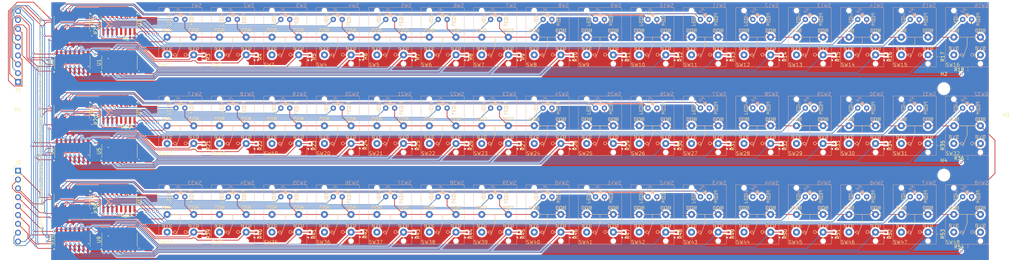
<source format=kicad_pcb>
(kicad_pcb (version 20241229) (generator "pcbnew") (generator_version "9.0")
  (title_block (comment 4 "See https://github.com/aseanwatson/DrumKitButtons/tree/${REV}"))
  (layers (0 "F.Cu" signal) (2 "B.Cu" signal) (13 "F.Paste" user) (15 "B.Paste" user) (5 "F.SilkS" user "F.Silkscreen") (7 "B.SilkS" user "B.Silkscreen") (1 "F.Mask" user) (3 "B.Mask" user) (25 "Edge.Cuts" user))
  (property "REV" "(Specify -D REV=x)")
  (net 0 "")
  (net 1 "LE_{LED}")
  (net 2 "CLK_{SW}")
  (net 3 "/DO_{SW}")
  (net 4 "~{OE_{LED}}")
  (net 5 "CLK_{LED}")
  (net 6 "VCC")
  (net 7 "/DI_{LED}")
  (net 8 "~{PL_{SW}}")
  (net 9 "/DO_{LED}")
  (net 10 "/DI_{SW}")
  (net 11 "GND")
  (net 12 "/Button Bank 0/SW_{5}")
  (net 13 "/Button Bank 0/SW_{1}")
  (net 14 "/Button Bank 0/SW_{6}")
  (net 15 "/Button Bank 0/SW_{2}")
  (net 16 "/Button Bank 0/SW_{7}")
  (net 17 "/Button Bank 0/SW_{3}")
  (net 18 "/Button Bank 0/SW_{4}")
  (net 19 "/Button Bank 0/Net-(U4-R-EXT)")
  (net 21 "/Button Bank 1/Net-(U4-R-EXT)")
  (net 22 "/Button Bank 1/SW_{5}")
  (net 25 "/Button Bank 1/SW_{1}")
  (net 26 "/Button Bank 1/SW_{6}")
  (net 28 "/Button Bank 1/SW_{2}")
  (net 30 "/Button Bank 1/SW_{7}")
  (net 32 "/Button Bank 1/SW_{3}")
  (net 36 "/Button Bank 1/SW_{4}")
  (net 37 "/Button Bank 0/LED_{5}")
  (net 38 "/Button Bank 0/LED_{1}")
  (net 39 "/Button Bank 0/LED_{6}")
  (net 40 "/Button Bank 0/LED_{2}")
  (net 41 "/Button Bank 0/LED_{7}")
  (net 42 "/Button Bank 0/LED_{3}")
  (net 43 "/Button Bank 0/LED_{4}")
  (net 45 "/Button Bank 1/LED_{5}")
  (net 46 "/Button Bank 1/LED_{1}")
  (net 48 "/Button Bank 1/LED_{6}")
  (net 50 "/Button Bank 1/LED_{2}")
  (net 53 "/Button Bank 1/LED_{7}")
  (net 54 "/Button Bank 1/LED_{3}")
  (net 57 "/Button Bank 1/LED_{4}")
  (net 59 "/Button Bank 0/DI_{SW}")
  (net 61 "/Button Bank 0/DO_{LED}")
  (net 62 "/Button Bank 0/SW_{0}")
  (net 63 "/Button Bank 1/SW_{0}")
  (net 64 "/Button Bank 0/LED_{0}")
  (net 65 "/Button Bank 1/LED_{0}")
  (net 66 "/Button Bank 2/Net-(U4-R-EXT)")
  (net 67 "/Button Bank 3/Net-(U4-R-EXT)")
  (net 68 "/Button Bank 2/SW_{0}")
  (net 69 "/Button Bank 2/SW_{1}")
  (net 70 "/Button Bank 2/SW_{2}")
  (net 71 "/Button Bank 2/SW_{3}")
  (net 72 "/Button Bank 2/SW_{4}")
  (net 73 "/Button Bank 2/SW_{5}")
  (net 74 "/Button Bank 2/SW_{6}")
  (net 75 "/Button Bank 2/SW_{7}")
  (net 76 "/Button Bank 3/SW_{0}")
  (net 77 "/Button Bank 3/SW_{1}")
  (net 78 "/Button Bank 3/SW_{2}")
  (net 79 "/Button Bank 3/SW_{3}")
  (net 80 "/Button Bank 3/SW_{4}")
  (net 81 "/Button Bank 3/SW_{5}")
  (net 82 "/Button Bank 3/SW_{6}")
  (net 83 "/Button Bank 3/SW_{7}")
  (net 84 "/Button Bank 4/Net-(U4-R-EXT)")
  (net 85 "/Button Bank 5/Net-(U4-R-EXT)")
  (net 86 "/Button Bank 4/SW_{0}")
  (net 87 "/Button Bank 4/SW_{1}")
  (net 88 "/Button Bank 4/SW_{2}")
  (net 89 "/Button Bank 4/SW_{3}")
  (net 90 "/Button Bank 4/SW_{4}")
  (net 91 "/Button Bank 4/SW_{5}")
  (net 92 "/Button Bank 4/SW_{6}")
  (net 93 "/Button Bank 4/SW_{7}")
  (net 94 "/Button Bank 5/SW_{0}")
  (net 95 "/Button Bank 5/SW_{1}")
  (net 96 "/Button Bank 5/SW_{2}")
  (net 97 "/Button Bank 5/SW_{3}")
  (net 98 "/Button Bank 5/SW_{4}")
  (net 99 "/Button Bank 5/SW_{5}")
  (net 100 "/Button Bank 5/SW_{6}")
  (net 101 "/Button Bank 5/SW_{7}")
  (net 103 "/Button Bank 2/LED_{0}")
  (net 105 "/Button Bank 2/LED_{1}")
  (net 106 "/Button Bank 2/LED_{2}")
  (net 109 "/Button Bank 2/LED_{3}")
  (net 111 "/Button Bank 2/LED_{4}")
  (net 113 "/Button Bank 2/LED_{5}")
  (net 115 "/Button Bank 2/LED_{6}")
  (net 116 "/Button Bank 2/LED_{7}")
  (net 118 "/Button Bank 3/LED_{0}")
  (net 120 "/Button Bank 3/LED_{1}")
  (net 123 "/Button Bank 3/LED_{2}")
  (net 124 "/Button Bank 3/LED_{3}")
  (net 127 "/Button Bank 3/LED_{4}")
  (net 129 "/Button Bank 3/LED_{5}")
  (net 130 "/Button Bank 3/LED_{6}")
  (net 132 "/Button Bank 3/LED_{7}")
  (net 135 "/Button Bank 4/LED_{0}")
  (net 136 "/Button Bank 4/LED_{1}")
  (net 139 "/Button Bank 4/LED_{2}")
  (net 141 "/Button Bank 4/LED_{3}")
  (net 143 "/Button Bank 4/LED_{4}")
  (net 144 "/Button Bank 4/LED_{5}")
  (net 147 "/Button Bank 4/LED_{6}")
  (net 148 "/Button Bank 4/LED_{7}")
  (net 150 "/Button Bank 5/LED_{0}")
  (net 152 "/Button Bank 5/LED_{1}")
  (net 154 "/Button Bank 5/LED_{2}")
  (net 156 "/Button Bank 5/LED_{3}")
  (net 158 "/Button Bank 5/LED_{4}")
  (net 161 "/Button Bank 5/LED_{5}")
  (net 162 "/Button Bank 5/LED_{6}")
  (net 165 "/Button Bank 5/LED_{7}")
  (net 166 "/Button Bank 1/DI_{SW}")
  (net 167 "/Button Bank 1/DO_{LED}")
  (net 168 "/Button Bank 2/DI_{SW}")
  (net 170 "/Button Bank 3/DI_{SW}")
  (net 172 "/Button Bank 2/DO_{LED}")
  (net 173 "/Button Bank 3/DO_{LED}")
  (net 174 "/Button Bank 4/DI_{SW}")
  (net 177 "/Button Bank 4/DO_{LED}")
  (footprint "Resistor_SMD:R_0402_1005Metric" (layer "F.Cu") (at 167.879474 86.6536 -90)
    (property "Reference" "R41")
    (property "Value" "47Ω")
  )
  (footprint "Resistor_SMD:R_0402_1005Metric" (layer "F.Cu") (at 227.696474 86.6536 -90)
    (property "Reference" "R45")
    (property "Value" "47Ω")
  )
  (footprint "Resistor_SMD:R_0402_1005Metric" (layer "F.Cu") (at 332.598474 61.2536 -90)
    (property "Reference" "R34")
    (property "Value" "47Ω")
  )
  (footprint "Resistor_SMD:R_0402_1005Metric" (layer "F.Cu") (at 242.682474 61.2536 -90)
    (property "Reference" "R28")
    (property "Value" "47Ω")
  )
  (footprint "Resistor_SMD:R_0402_1005Metric" (layer "F.Cu") (at 332.598474 86.6536 -90)
    (property "Reference" "R52")
    (property "Value" "47Ω")
  )
  (footprint "Resistor_SMD:R_0402_1005Metric" (layer "F.Cu") (at 257.668474 61.2536 -90)
    (property "Reference" "R29")
    (property "Value" "47Ω")
  )
  (footprint "Resistor_SMD:R_0402_1005Metric" (layer "F.Cu") (at 287.640474 86.6536 -90)
    (property "Reference" "R49")
    (property "Value" "47Ω")
  )
  (footprint "Resistor_SMD:R_0402_1005Metric" (layer "F.Cu") (at 287.640474 61.2536 -90)
    (property "Reference" "R31")
    (property "Value" "47Ω")
  )
  (footprint "Resistor_SMD:R_0402_1005Metric" (layer "F.Cu") (at 197.597474 86.6536 -90)
    (property "Reference" "R43")
    (property "Value" "47Ω")
  )
  (footprint "Resistor_SMD:R_0402_1005Metric" (layer "F.Cu") (at 242.682474 86.6536 -90)
    (property "Reference" "R46")
    (property "Value" "47Ω")
  )
  (footprint "Resistor_SMD:R_0402_1005Metric" (layer "F.Cu") (at 302.626474 61.2536 -90)
    (property "Reference" "R32")
    (property "Value" "47Ω")
  )
  (footprint "Resistor_SMD:R_0402_1005Metric" (layer "F.Cu") (at 227.696474 61.2536 -90)
    (property "Reference" "R27")
    (property "Value" "47Ω")
  )
  (footprint "Resistor_SMD:R_0402_1005Metric" (layer "F.Cu") (at 317.739474 61.2536 -90)
    (property "Reference" "R33")
    (property "Value" "47Ω")
  )
  (footprint "Package_SO:SOIC-16_3.9x9.9mm_P1.27mm" (layer "F.Cu") (at 99.949874 37.481625 90)
    (property "Reference" "U3")
    (property "Value" "74HC165")
  )
  (footprint "Resistor_SMD:R_0402_1005Metric" (layer "F.Cu") (at 227.696474 35.8536 -90)
    (property "Reference" "R9")
    (property "Value" "47Ω")
  )
  (footprint "Resistor_SMD:R_0402_1005Metric" (layer "F.Cu") (at 287.640474 35.8536 -90)
    (property "Reference" "R13")
    (property "Value" "47Ω")
  )
  (footprint "Resistor_SMD:R_0402_1005Metric" (layer "F.Cu") (at 356.049474 64.8076)
    (property "Reference" "R36")
    (property "Value" "47Ω")
  )
  (footprint "Resistor_SMD:R_0402_1005Metric" (layer "F.Cu") (at 116.952474 30.3906)
    (property "Reference" "R1")
    (property "Value" "1.6kΩ")
  )
  (footprint "Resistor_SMD:R_0402_1005Metric" (layer "F.Cu") (at 272.654474 86.6536 -90)
    (property "Reference" "R48")
    (property "Value" "47Ω")
  )
  (footprint "Package_SO:SOIC-16_3.9x9.9mm_P1.27mm" (layer "F.Cu") (at 113.439474 37.481625 90)
    (property "Reference" "U1")
    (property "Value" "74HC165")
  )
  (footprint "Package_SO:SOIC-16_3.9x9.9mm_P1.27mm" (layer "F.Cu") (at 113.439474 88.281625 90)
    (property "Reference" "U9")
    (property "Value" "74HC165")
  )
  (footprint "Resistor_SMD:R_0402_1005Metric" (layer "F.Cu") (at 212.710474 86.6536 -90)
    (property "Reference" "R44")
    (property "Value" "47Ω")
  )
  (footprint "Resistor_SMD:R_0402_1005Metric" (layer "F.Cu") (at 152.512474 35.8516 -90)
    (property "Reference" "R4")
    (property "Value" "47Ω")
  )
  (footprint "Resistor_SMD:R_0402_1005Metric" (layer "F.Cu") (at 257.668474 35.8536 -90)
    (property "Reference" "R11")
    (property "Value" "47Ω")
  )
  (footprint "Resistor_SMD:R_0402_1005Metric" (layer "F.Cu") (at 347.711474 86.6516 -90)
    (property "Reference" "R53")
    (property "Value" "47Ω")
  )
  (footprint "MountingHole:MountingHole_3.2mm_M3" (layer "F.Cu") (at 349.1936 44.9796)
    (property "Reference" "H2")
    (property "Value" "MountingHole")
  )
  (footprint "Resistor_SMD:R_0402_1005Metric" (layer "F.Cu") (at 302.626474 86.6536 -90)
    (property "Reference" "R50")
    (property "Value" "47Ω")
  )
  (footprint "Resistor_SMD:R_0402_1005Metric" (layer "F.Cu") (at 356.049474 39.4076)
    (property "Reference" "R18")
    (property "Value" "47Ω")
  )
  (footprint "Resistor_SMD:R_0402_1005Metric" (layer "F.Cu") (at 332.598474 35.8536 -90)
    (property "Reference" "R16")
    (property "Value" "47Ω")
  )
  (footprint "Resistor_SMD:R_0402_1005Metric" (layer "F.Cu") (at 182.611474 35.7266 -90)
    (property "Reference" "R6")
    (property "Value" "47Ω")
  )
  (footprint "Resistor_SMD:R_0402_1005Metric" (layer "F.Cu") (at 197.597474 35.8536 -90)
    (property "Reference" "R7")
    (property "Value" "47Ω")
  )
  (footprint "Resistor_SMD:R_0402_1005Metric" (layer "F.Cu") (at 105.522474 79.327625 -90)
    (property "Reference" "R38")
    (property "Value" "1.6kΩ")
  )
  (footprint "Resistor_SMD:R_0402_1005Metric" (layer "F.Cu") (at 212.710474 61.2536 -90)
    (property "Reference" "R26")
    (property "Value" "47Ω")
  )
  (footprint "MountingHole:MountingHole_3.2mm_M3" (layer "F.Cu") (at 349.1936 69.7446)
    (property "Reference" "H4")
    (property "Value" "MountingHole")
  )
  (footprint "MountingHole:MountingHole_3.2mm_M3" (layer "F.Cu") (at 84.3986 55.1396)
    (property "Reference" "H1")
    (property "Value" "MountingHole")
  )
  (footprint "Resistor_SMD:R_0402_1005Metric" (layer "F.Cu") (at 116.952474 55.7906)
    (property "Reference" "R19")
    (property "Value" "1.6kΩ")
  )
  (footprint "Resistor_SMD:R_0402_1005Metric" (layer "F.Cu") (at 257.668474 86.6536 -90)
    (property "Reference" "R47")
    (property "Value" "47Ω")
  )
  (footprint "Package_SO:SOIC-16_3.9x9.9mm_P1.27mm" (layer "F.Cu") (at 99.949874 88.281625 90)
    (property "Reference" "U10")
    (property "Value" "74HC165")
  )
  (footprint "Resistor_SMD:R_0402_1005Metric" (layer "F.Cu") (at 347.711474 61.2516 -90)
    (property "Reference" "R35")
    (property "Value" "47Ω")
  )
  (footprint "Connector_PinHeader_2.54mm:PinHeader_1x09_P2.54mm_Vertical" (layer "F.Cu") (at 84.3986 43.0746 180)
    (property "Reference" "J1")
    (property "Value" "Output")
  )
  (footprint "Resistor_SMD:R_0402_1005Metric" (layer "F.Cu") (at 137.653474 61.2516 -90)
    (property "Reference" "R21")
    (property "Value" "47Ω")
  )
  (footprint "Package_SO:SOIC-16_3.9x9.9mm_P1.27mm" (layer "F.Cu") (at 99.779874 51.581625 -90)
    (property "Reference" "U8")
    (property "Value" "TLC5916")
  )
  (footprint "Resistor_SMD:R_0402_1005Metric" (layer "F.Cu") (at 116.952474 81.1906)
    (property "Reference" "R37")
    (property "Value" "1.6kΩ")
  )
  (footprint "Resistor_SMD:R_0402_1005Metric" (layer "F.Cu") (at 182.611474 86.5266 -90)
    (property "Reference" "R42")
    (property "Value" "47Ω")
  )
  (footprint "Resistor_SMD:R_0402_1005Metric" (layer "F.Cu") (at 167.879474 61.2536 -90)
    (property "Reference" "R23")
    (property "Value" "47Ω")
  )
  (footprint "Resistor_SMD:R_0402_1005Metric" (layer "F.Cu") (at 356.049474 90.2076)
    (property "Reference" "R54")
    (property "Value" "47Ω")
  )
  (footprint "Resistor_SMD:R_0402_1005Metric" (layer "F.Cu") (at 105.522474 28.527625 -90)
    (property "Reference" "R2")
    (property "Value" "1.6kΩ")
  )
  (footprint "Resistor_SMD:R_0402_1005Metric" (layer "F.Cu") (at 272.654474 61.2536 -90)
    (property "Reference" "R30")
    (property "Value" "47Ω")
  )
  (footprint "Package_SO:SOIC-16_3.9x9.9mm_P1.27mm" (layer "F.Cu") (at 113.269474 76.981625 -90)
    (property "Reference" "U11")
    (property "Value" "TLC5916")
  )
  (footprint "MountingHole:MountingHole_3.2mm_M3" (layer "F.Cu") (at 366.9736 56.7396)
    (property "Reference" "H3")
    (property "Value" "MountingHole")
  )
  (footprint "Package_SO:SOIC-16_3.9x9.9mm_P1.27mm" (layer "F.Cu") (at 99.949874 62.881625 90)
    (property "Reference" "U6")
    (property "Value" "74HC165")
  )
  (footprint "Resistor_SMD:R_0402_1005Metric" (layer "F.Cu") (at 272.654474 35.8536 -90)
    (property "Reference" "R12")
    (property "Value" "47Ω")
  )
  (footprint "Resistor_SMD:R_0402_1005Metric" (layer "F.Cu") (at 105.522474 53.927625 -90)
    (property "Reference" "R20")
    (property "Value" "1.6kΩ")
  )
  (footprint "Resistor_SMD:R_0402_1005Metric" (layer "F.Cu") (at 317.739474 86.6536 -90)
    (property "Reference" "R51")
    (property "Value" "47Ω")
  )
  (footprint "Resistor_SMD:R_0402_1005Metric" (layer "F.Cu") (at 212.710474 35.8536 -90)
    (property "Reference" "R8")
    (property "Value" "47Ω")
  )
  (footprint "Package_SO:SOIC-16_3.9x9.9mm_P1.27mm" (layer "F.Cu") (at 113.439474 62.881625 90)
    (property "Reference" "U5")
    (property "Value" "74HC165")
  )
  (footprint "Resistor_SMD:R_0402_1005Metric" (layer "F.Cu") (at 197.597474 61.2536 -90)
    (property "Reference" "R25")
    (property "Value" "47Ω")
  )
  (footprint "Resistor_SMD:R_0402_1005Metric" (layer "F.Cu") (at 347.711474 35.8516 -90)
    (property "Reference" "R17")
    (property "Value" "47Ω")
  )
  (footprint "Resistor_SMD:R_0402_1005Metric" (layer "F.Cu") (at 317.739474 35.8536 -90)
    (property "Reference" "R15")
    (property "Value" "47Ω")
  )
  (footprint "Package_SO:SOIC-16_3.9x9.9mm_P1.27mm" (layer "F.Cu") (at 99.779874 26.181625 -90)
    (property "Reference" "U4")
    (property "Value" "TLC5916")
  )
  (footprint "Resistor_SMD:R_0402_1005Metric" (layer "F.Cu") (at 152.512474 61.2516 -90)
    (property "Reference" "R22")
    (property "Value" "47Ω")
  )
  (footprint "Resistor_SMD:R_0402_1005Metric" (layer "F.Cu") (at 152.512474 86.6516 -90)
    (property "Reference" "R40")
    (property "Value" "47Ω")
  )
  (footprint "Resistor_SMD:R_0402_1005Metric" (layer "F.Cu") (at 302.626474 35.8536 -90)
    (property "Reference" "R14")
    (property "Value" "47Ω")
  )
  (footprint "Package_SO:SOIC-16_3.9x9.9mm_P1.27mm" (layer "F.Cu") (at 99.779874 76.981625 -90)
    (property "Reference" "U12")
    (property "Value" "TLC5916")
  )
  (footprint "Resistor_SMD:R_0402_1005Metric" (layer "F.Cu") (at 137.653474 35.8516 -90)
    (property "Reference" "R3")
    (property "Value" "47Ω")
  )
  (footprint "Resistor_SMD:R_0402_1005Metric" (layer "F.Cu") (at 182.611474 61.1266 -90)
    (property "Reference" "R24")
    (property "Value" "47Ω")
  )
  (footprint "Resistor_SMD:R_0402_1005Metric" (layer "F.Cu") (at 242.682474 35.8536 -90)
    (property "Reference" "R10")
    (property "Value" "47Ω")
  )
  (footprint "Resistor_SMD:R_0402_1005Metric" (layer "F.Cu") (at 137.653474 86.6516 -90)
    (property "Reference" "R39")
    (property "Value" "47Ω")
  )
  (footprint "Package_SO:SOIC-16_3.9x9.9mm_P1.27mm" (layer "F.Cu") (at 113.269474 26.181625 -90)
    (property "Reference" "U2")
    (property "Value" "TLC5916")
  )
  (footprint "Resistor_SMD:R_0402_1005Metric" (layer "F.Cu") (at 167.879474 35.8536 -90)
    (property "Reference" "R5")
    (property "Value" "47Ω")
  )
  (footprint "Connector_PinHeader_2.54mm:PinHeader_1x09_P2.54mm_Vertical" (layer "F.Cu") (at 84.3986 68.4746)
    (property "Reference" "J2")
    (property "Value" "Input")
  )
  (footprint "Package_SO:SOIC-16_3.9x9.9mm_P1.27mm" (layer "F.Cu") (at 113.269474 51.581625 -90)
    (property "Reference" "U7")
    (property "Value" "TLC5916")
  )
  (footprint "Local:PB86" (layer "B.Cu") (at 130.845 30.226 180)
    (property "Reference" "SW1" (hide yes))
    (property "Value" "~")
  )
  (footprint "Local:PB86" (layer "B.Cu") (at 340.845 30.226 180)
    (property "Reference" "SW15" (hide yes))
    (property "Value" "~")
  )
  (footprint "Local:PB86" (layer "B.Cu") (at 325.845 55.626 180)
    (property "Reference" "SW30" (hide yes))
    (property "Value" "~")
  )
  (footprint "Local:PB86" (layer "B.Cu") (at 295.845 55.626 180)
    (property "Reference" "SW28" (hide yes))
    (property "Value" "~")
  )
  (footprint "Local:PB86" (layer "B.Cu") (at 235.845 30.226 180)
    (property "Reference" "SW8" (hide yes))
    (property "Value" "~")
  )
  (footprint "Local:PB86" (layer "B.Cu") (at 220.845 55.626 180)
    (property "Reference" "SW23" (hide yes))
    (property "Value" "~")
  )
  (footprint "Local:PB86" (layer "B.Cu") (at 145.845 55.626 180)
    (property "Reference" "SW18" (hide yes))
    (property "Value" "~")
  )
  (footprint "Local:PB86" (layer "B.Cu") (at 355.845 81.026 180)
    (property "Reference" "SW48" (hide yes))
    (property "Value" "~")
  )
  (footprint "Local:PB86" (layer "B.Cu") (at 205.845 81.026 180)
    (property "Reference" "SW38" (hide yes))
    (property "Value" "~")
  )
  (footprint "Local:PB86" (layer "B.Cu") (at 220.845 30.226 180)
    (property "Reference" "SW7" (hide yes))
    (property "Value" "~")
  )
  (footprint "Local:PB86" (layer "B.Cu") (at 130.845 55.626 180)
    (property "Reference" "SW17" (hide yes))
    (property "Value" "~")
  )
  (footprint "Local:PB86" (layer "B.Cu") (at 280.845 30.226 180)
    (property "Reference" "SW11" (hide yes))
    (property "Value" "~")
  )
  (footprint "Local:PB86" (layer "B.Cu") (at 130.845 81.026 180)
    (property "Reference" "SW33" (hide yes))
    (property "Value" "~")
  )
  (footprint "Local:PB86" (layer "B.Cu") (at 160.845 55.626 180)
    (property "Reference" "SW19" (hide yes))
    (property "Value" "~")
  )
  (footprint "Local:PB86" (layer "B.Cu") (at 190.845 55.626 180)
    (property "Reference" "SW21" (hide yes))
    (property "Value" "~")
  )
  (footprint "Local:PB86" (layer "B.Cu") (at 190.845 30.226 180)
    (property "Reference" "SW5" (hide yes))
    (property "Value" "~")
  )
  (footprint "Local:PB86" (layer "B.Cu") (at 295.845 81.026 180)
    (property "Reference" "SW44" (hide yes))
    (property "Value" "~")
  )
  (footprint "Local:PB86" (layer "B.Cu") (at 310.845 81.026 180)
    (property "Reference" "SW45" (hide yes))
    (property "Value" "~")
  )
  (footprint "Local:PB86" (layer "B.Cu") (at 190.845 81.026 180)
    (property "Reference" "SW37" (hide yes))
    (property "Value" "~")
  )
  (footprint "Local:PB86" (layer "B.Cu") (at 280.845 81.026 180)
    (property "Reference" "SW43" (hide yes))
    (property "Value" "~")
  )
  (footprint "Local:PB86" (layer "B.Cu") (at 310.845 30.226 180)
    (property "Reference" "SW13" (hide yes))
    (property "Value" "~")
  )
  (footprint "Local:PB86" (layer "B.Cu") (at 325.845 30.226 180)
    (property "Reference" "SW14" (hide yes))
    (property "Value" "~")
  )
  (footprint "Local:PB86" (layer "B.Cu") (at 175.845 81.026 180)
    (property "Reference" "SW36" (hide yes))
    (property "Value" "~")
  )
  (footprint "Local:PB86" (layer "B.Cu") (at 250.845 55.626 180)
    (property "Reference" "SW25" (hide yes))
    (property "Value" "~")
  )
  (footprint "Local:PB86" (layer "B.Cu") (at 265.845 81.026 180)
    (property "Reference" "SW42" (hide yes))
    (property "Value" "~")
  )
  (footprint "Local:PB86" (layer "B.Cu") (at 175.845 55.626 180)
    (property "Reference" "SW20" (hide yes))
    (property "Value" "~")
  )
  (footprint "Local:PB86" (layer "B.Cu") (at 295.845 30.226 180)
    (property "Reference" "SW12" (hide yes))
    (property "Value" "~")
  )
  (footprint "Local:PB86" (layer "B.Cu") (at 205.845 30.226 180)
    (property "Reference" "SW6" (hide yes))
    (property "Value" "~")
  )
  (footprint "Local:PB86" (layer "B.Cu") (at 265.845 30.226 180)
    (property "Reference" "SW10" (hide yes))
    (property "Value" "~")
  )
  (footprint "Local:PB86" (layer "B.Cu") (at 265.845 55.626 180)
    (property "Reference" "SW26" (hide yes))
    (property "Value" "~")
  )
  (footprint "Local:PB86" (layer "B.Cu") (at 145.845 30.226 180)
    (property "Reference" "SW2" (hide yes))
    (property "Value" "~")
  )
  (footprint "Local:PB86" (layer "B.Cu") (at 325.845 81.026 180)
    (property "Reference" "SW46" (hide yes))
    (property "Value" "~")
  )
  (footprint "Local:PB86" (layer "B.Cu") (at 355.845 30.226 180)
    (property "Reference" "SW16" (hide yes))
    (property "Value" "~")
  )
  (footprint "Local:PB86" (layer "B.Cu") (at 280.845 55.626 180)
    (property "Reference" "SW27" (hide yes))
    (property "Value" "~")
  )
  (footprint "Local:PB86" (layer "B.Cu") (at 355.845 55.626 180)
    (property "Reference" "SW32" (hide yes))
    (property "Value" "~")
  )
  (footprint "Local:PB86" (layer "B.Cu") (at 160.845 81.026 180)
    (property "Reference" "SW35" (hide yes))
    (property "Value" "~")
  )
  (footprint "Local:PB86" (layer "B.Cu") (at 235.845 55.626 180)
    (property "Reference" "SW24" (hide yes))
    (property "Value" "~")
  )
  (footprint "Local:PB86" (layer "B.Cu") (at 235.845 81.026 180)
    (property "Reference" "SW40" (hide yes))
    (property "Value" "~")
  )
  (footprint "Local:PB86" (layer "B.Cu") (at 310.845 55.626 180)
    (property "Reference" "SW29" (hide yes))
    (property "Value" "~")
  )
  (footprint "Local:PB86" (layer "B.Cu") (at 205.845 55.626 180)
    (property "Reference" "SW22" (hide yes))
    (property "Value" "~")
  )
  (footprint "Local:PB86" (layer "B.Cu") (at 250.845 81.026 180)
    (property "Reference" "SW41" (hide yes))
    (property "Value" "~")
  )
  (footprint "Local:PB86" (layer "B.Cu") (at 160.845 30.226 180)
    (property "Reference" "SW3" (hide yes))
    (property "Value" "~")
  )
  (footprint "Local:PB86" (layer "B.Cu") (at 340.845 81.026 180)
    (property "Reference" "SW47" (hide yes))
    (property "Value" "~")
  )
  (footprint "Local:PB86" (layer "B.Cu") (at 220.845 81.026 180)
    (property "Reference" "SW39" (hide yes))
    (property "Value" "~")
  )
  (footprint "Local:PB86" (layer "B.Cu") (at 175.845 30.226 180)
    (property "Reference" "SW4" (hide yes))
    (property "Value" "~")
  )
  (footprint "Local:PB86" (layer "B.Cu") (at 145.845 81.026 180)
    (property "Reference" "SW34" (hide yes))
    (property "Value" "~")
  )
  (footprint "Local:PB86" (layer "B.Cu") (at 340.845 55.626 180)
    (property "Reference" "SW31" (hide yes))
    (property "Value" "~")
  )
  (footprint "Local:PB86" (layer "B.Cu") (at 250.845 30.226 180)
    (property "Reference" "SW9" (hide yes))
    (property "Value" "~")
  )
  (gr_text "https://github.com/aseanwatson/DrumKitButtons/releases/tag/${REV}" (at 91.3836 86.2546 90) (layer "F.SilkS") (effects (font (size 1 1) (thickness 0.1)) (justify left bottom)))
  (segment (start 100.414874 24.619279) (end 100.414874 23.706625) (width 0.2) (layer "F.Cu") (net 1))
  (segment (start 107.78227 21.9226) (end 107.782272 21.922598) (width 0.2) (layer "F.Cu") (net 1))
  (segment (start 101.223899 47.322601) (end 107.78227 47.3226) (width 0.2) (layer "F.Cu") (net 1))
  (segment (start 99.650528 76.183625) (end 100.414874 75.419279) (width 0.2) (layer "F.Cu") (net 1))
  (segment (start 90.723229 50.783625) (end 99.650528 50.783625) (width 0.2) (layer "F.Cu") (net 1))
  (segment (start 114.205475 24.982625) (end 113.904474 24.681624) (width 0.2) (layer "F.Cu") (net 1))
  (segment (start 83.756155 21.2036) (end 86.543204 21.2036) (width 0.2) (layer "F.Cu") (net 1))
  (segment (start 107.782272 21.922598) (end 115.078154 21.9226) (width 0.2) (layer "F.Cu") (net 1))
  (segment (start 100.414874 74.506625) (end 100.414874 73.531626) (width 0.2) (layer "F.Cu") (net 1))
  (segment (start 101.223899 72.722601) (end 107.78227 72.7226) (width 0.2) (layer "F.Cu") (net 1))
  (segment (start 115.775474 75.522593) (end 115.515442 75.782625) (width 0.2) (layer "F.Cu") (net 1))
  (segment (start 84.3986 43.0746) (end 82.0476 40.7236) (width 0.2) (layer "F.Cu") (net 1))
  (segment (start 115.775474 24.722593) (end 115.515442 24.982625) (width 0.2) (layer "F.Cu") (net 1))
  (segment (start 90.634204 76.0946) (end 90.723229 76.183625) (width 0.2) (layer "F.Cu") (net 1))
  (segment (start 90.634204 25.2946) (end 90.723229 25.383625) (width 0.2) (layer "F.Cu") (net 1))
  (segment (start 115.515442 50.382625) (end 114.205475 50.382625) (width 0.2) (layer "F.Cu") (net 1))
  (segment (start 115.078154 47.3226) (end 115.775474 48.01992) (width 0.2) (layer "F.Cu") (net 1))
  (segment (start 115.515442 24.982625) (end 114.205475 24.982625) (width 0.2) (layer "F.Cu") (net 1))
  (segment (start 99.650528 50.783625) (end 100.414874 50.019279) (width 0.2) (layer "F.Cu") (net 1))
  (segment (start 90.723229 25.383625) (end 99.650528 25.383625) (width 0.2) (layer "F.Cu") (net 1))
  (segment (start 82.0476 40.7236) (end 82.0476 22.912155) (width 0.2) (layer "F.Cu") (net 1))
  (segment (start 101.223899 21.922601) (end 107.78227 21.9226) (width 0.2) (layer "F.Cu") (net 1))
  (segment (start 115.775474 22.61992) (end 115.775474 24.722593) (width 0.2) (layer "F.Cu") (net 1))
  (segment (start 90.723229 76.183625) (end 99.650528 76.183625) (width 0.2) (layer "F.Cu") (net 1))
  (segment (start 107.78227 72.7226) (end 107.782272 72.722598) (width 0.2) (layer "F.Cu") (net 1))
  (segment (start 90.634204 74.710204) (end 84.3986 68.4746) (width 0.2) (layer "F.Cu") (net 1))
  (segment (start 100.414874 73.531626) (end 101.223899 72.722601) (width 0.2) (layer "F.Cu") (net 1))
  (segment (start 107.78227 47.3226) (end 107.782272 47.322598) (width 0.2) (layer "F.Cu") (net 1))
  (segment (start 86.543204 21.2036) (end 90.634204 25.2946) (width 0.2) (layer "F.Cu") (net 1))
  (segment (start 115.078154 72.7226) (end 115.775474 73.41992) (width 0.2) (layer "F.Cu") (net 1))
  (segment (start 100.414874 50.019279) (end 100.414874 49.106625) (width 0.2) (layer "F.Cu") (net 1))
  (segment (start 90.634204 76.0946) (end 90.634204 74.710204) (width 0.2) (layer "F.Cu") (net 1))
  (segment (start 115.775474 48.01992) (end 115.775474 50.122593) (width 0.2) (layer "F.Cu") (net 1))
  (segment (start 107.782272 47.322598) (end 115.078154 47.3226) (width 0.2) (layer "F.Cu") (net 1))
  (segment (start 100.414874 23.706625) (end 100.414874 22.731626) (width 0.2) (layer "F.Cu") (net 1))
  (segment (start 100.414874 48.131626) (end 101.223899 47.322601) (width 0.2) (layer "F.Cu") (net 1))
  (segment (start 113.904474 75.481624) (end 113.904474 74.506625) (width 0.2) (layer "F.Cu") (net 1))
  (segment (start 113.904474 50.081624) (end 113.904474 49.106625) (width 0.2) (layer "F.Cu") (net 1))
  (segment (start 99.650528 25.383625) (end 100.414874 24.619279) (width 0.2) (layer "F.Cu") (net 1))
  (segment (start 100.414874 75.419279) (end 100.414874 74.506625) (width 0.2) (layer "F.Cu") (net 1))
  (segment (start 113.904474 24.681624) (end 113.904474 23.706625) (width 0.2) (layer "F.Cu") (net 1))
  (segment (start 115.775474 73.41992) (end 115.775474 75.522593) (width 0.2) (layer "F.Cu") (net 1))
  (segment (start 107.782272 72.722598) (end 115.078154 72.7226) (width 0.2) (layer "F.Cu") (net 1))
  (segment (start 90.634204 50.6946) (end 90.723229 50.783625) (width 0.2) (layer "F.Cu") (net 1))
  (segment (start 82.0476 22.912155) (end 83.756155 21.2036) (width 0.2) (layer "F.Cu") (net 1))
  (segment (start 114.205475 75.782625) (end 113.904474 75.481624) (width 0.2) (layer "F.Cu") (net 1))
  (segment (start 100.414874 49.106625) (end 100.414874 48.131626) (width 0.2) (layer "F.Cu") (net 1))
  (segment (start 115.078154 21.9226) (end 115.775474 22.61992) (width 0.2) (layer "F.Cu") (net 1))
  (segment (start 100.414874 22.731626) (end 101.223899 21.922601) (width 0.2) (layer "F.Cu") (net 1))
  (segment (start 115.515442 75.782625) (end 114.205475 75.782625) (width 0.2) (layer "F.Cu") (net 1))
  (segment (start 115.775474 50.122593) (end 115.515442 50.382625) (width 0.2) (layer "F.Cu") (net 1))
  (segment (start 114.205475 50.382625) (end 113.904474 50.081624) (width 0.2) (layer "F.Cu") (net 1))
  (via (at 90.634204 25.2946) (size 0.6) (drill 0.3) (layers "F.Cu" "B.Cu") (net 1))
  (via (at 90.634204 76.0946) (size 0.6) (drill 0.3) (layers "F.Cu" "B.Cu") (net 1))
  (via (at 90.634204 50.6946) (size 0.6) (drill 0.3) (layers "F.Cu" "B.Cu") (net 1))
  (segment (start 90.634204 50.6946) (end 90.7146 50.614204) (width 0.2) (layer "B.Cu") (net 1))
  (segment (start 90.7146 76.014204) (end 90.7146 50.774996) (width 0.2) (layer "B.Cu") (net 1))
  (segment (start 90.7146 25.374996) (end 90.634204 25.2946) (width 0.2) (layer "B.Cu") (net 1))
  (segment (start 90.7146 50.614204) (end 90.7146 25.374996) (width 0.2) (layer "B.Cu") (net 1))
  (segment (start 90.634204 76.0946) (end 90.7146 76.014204) (width 0.2) (layer "B.Cu") (net 1))
  (segment (start 90.7146 50.774996) (end 90.634204 50.6946) (width 0.2) (layer "B.Cu") (net 1))
  (segment (start 97.772846 88.2866) (end 96.774874 89.284572) (width 0.2) (layer "F.Cu") (net 2))
  (segment (start 97.772846 37.4866) (end 96.774874 38.484572) (width 0.2) (layer "F.Cu") (net 2))
  (segment (start 110.264474 89.781626) (end 108.769448 88.2866) (width 0.2) (layer "F.Cu") (net 2))
  (segment (start 87.827972 37.1246) (end 88.393657 37.1246) (width 0.2) (layer "F.Cu") (net 2))
  (segment (start 86.9386 36.020285) (end 87.2076 36.289285) (width 0.2) (layer "F.Cu") (net 2))
  (segment (start 96.774874 63.884572) (end 96.774874 65.356625) (width 0.2) (layer "F.Cu") (net 2))
  (segment (start 84.3986 81.1746) (end 87.6076 84.3836) (width 0.2) (layer "F.Cu") (net 2))
  (segment (start 110.264474 38.981626) (end 108.769448 37.4866) (width 0.2) (layer "F.Cu") (net 2))
  (segment (start 97.772846 62.8866) (end 96.774874 63.884572) (width 0.2) (layer "F.Cu") (net 2))
  (segment (start 110.264474 65.356625) (end 110.264474 64.381626) (width 0.2) (layer "F.Cu") (net 2))
  (segment (start 110.264474 90.756625) (end 110.264474 89.781626) (width 0.2) (layer "F.Cu") (net 2))
  (segment (start 89.4786 89.4296) (end 90.1136 89.4296) (width 0.2) (layer "F.Cu") (net 2))
  (segment (start 83.2476 27.35784) (end 83.92184 26.6836) (width 0.2) (layer "F.Cu") (net 2))
  (segment (start 90.1136 89.4296) (end 95.794817 89.4296) (width 0.2) (layer "F.Cu") (net 2))
  (segment (start 96.774874 89.284572) (end 96.774874 90.756625) (width 0.2) (layer "F.Cu") (net 2))
  (segment (start 95.794817 38.6296) (end 96.774874 39.609657) (width 0.2) (layer "F.Cu") (net 2))
  (segment (start 110.264474 64.381626) (end 108.769448 62.8866) (width 0.2) (layer "F.Cu") (net 2))
  (segment (start 84.3986 30.3746) (end 83.2476 29.2236) (width 0.2) (layer "F.Cu") (net 2))
  (segment (start 108.769448 62.8866) (end 97.772846 62.8866) (width 0.2) (layer "F.Cu") (net 2))
  (segment (start 108.769448 88.2866) (end 97.772846 88.2866) (width 0.2) (layer "F.Cu") (net 2))
  (segment (start 108.769448 37.4866) (end 97.772846 37.4866) (width 0.2) (layer "F.Cu") (net 2))
  (segment (start 85.7876 26.6836) (end 86.9386 27.8346) (width 0.2) (layer "F.Cu") (net 2))
  (segment (start 87.2076 36.289285) (end 87.2076 36.504229) (width 0.2) (layer "F.Cu") (net 2))
  (segment (start 86.9386 27.8346) (end 86.9386 36.020285) (width 0.2) (layer "F.Cu") (net 2))
  (segment (start 87.6076 84.3836) (end 87.6076 87.5586) (width 0.2) (layer "F.Cu") (net 2))
  (segment (start 110.264474 39.956625) (end 110.264474 38.981626) (width 0.2) (layer "F.Cu") (net 2))
  (segment (start 95.794817 64.0296) (end 96.774874 65.009657) (width 0.2) (layer "F.Cu") (net 2))
  (segment (start 83.92184 26.6836) (end 85.7876 26.6836) (width 0.2) (layer "F.Cu") (net 2))
  (segment (start 83.2476 29.2236) (end 83.2476 27.35784) (width 0.2) (layer "F.Cu") (net 2))
  (segment (start 87.2076 36.504229) (end 87.827972 37.1246) (width 0.2) (layer "F.Cu") (net 2))
  (segment (start 90.1136 38.6296) (end 95.794817 38.6296) (width 0.2) (layer "F.Cu") (net 2))
  (segment (start 87.6076 87.5586) (end 89.4786 89.4296) (width 0.2) (layer "F.Cu") (net 2))
  (segment (start 88.393657 37.1246) (end 89.898657 38.6296) (width 0.2) (layer "F.Cu") (net 2))
  (segment (start 89.898657 38.6296) (end 90.1136 38.6296) (width 0.2) (layer "F.Cu") (net 2))
  (segment (start 90.1136 64.0296) (end 95.794817 64.0296) (width 0.2) (layer "F.Cu") (net 2))
  (segment (start 96.774874 38.484572) (end 96.774874 39.956625) (width 0.2) (layer "F.Cu") (net 2))
  (segment (start 95.794817 89.4296) (end 96.774874 90.409657) (width 0.2) (layer "F.Cu") (net 2))
  (via (at 90.1136 64.0296) (size 0.6) (drill 0.3) (layers "F.Cu" "B.Cu") (net 2))
  (via (at 90.1136 38.6296) (size 0.6) (drill 0.3) (layers "F.Cu" "B.Cu") (net 2))
  (via (at 90.1136 89.4296) (size 0.6) (drill 0.3) (layers "F.Cu" "B.Cu") (net 2))
  (segment (start 90.033204 89.349204) (end 90.1136 89.4296) (width 0.2) (layer "B.Cu") (net 2))
  (segment (start 90.033204 63.949204) (end 90.1136 64.0296) (width 0.2) (layer "B.Cu") (net 2))
  (segment (start 90.1136 64.0296) (end 90.1136 66.0616) (width 0.2) (layer "B.Cu") (net 2))
  (segment (start 90.1136 66.0616) (end 90.033204 66.141996) (width 0.2) (layer "B.Cu") (net 2))
  (segment (start 90.033204 66.141996) (end 90.033204 89.349204) (width 0.2) (layer "B.Cu") (net 2))
  (segment (start 90.1136 40.6616) (end 90.033204 40.741996) (width 0.2) (layer "B.Cu") (net 2))
  (segment (start 90.033204 40.741996) (end 90.033204 63.949204) (width 0.2) (layer "B.Cu") (net 2))
  (segment (start 90.1136 38.6296) (end 90.1136 40.6616) (width 0.2) (layer "B.Cu") (net 2))
  (segment (start 92.6536 37.9946) (end 96.4636 37.9946) (width 0.2) (layer "F.Cu") (net 3))
  (segment (start 82.8476 31.3636) (end 82.8476 25.21784) (width 0.2) (layer "F.Cu") (net 3))
  (segment (start 117.884474 35.981624) (end 117.884474 35.006625) (width 0.2) (layer "F.Cu") (net 3))
  (segment (start 97.4606 36.9976) (end 102.674584 36.9976) (width 0.2) (layer "F.Cu") (net 3))
  (segment (start 84.87536 24.1436) (end 87.6076 26.87584) (width 0.2) (layer "F.Cu") (net 3))
  (segment (start 96.4636 37.9946) (end 97.4606 36.9976) (width 0.2) (layer "F.Cu") (net 3))
  (segment (start 83.92184 24.1436) (end 84.87536 24.1436) (width 0.2) (layer "F.Cu") (net 3))
  (segment (start 102.677583 36.9946) (end 116.871498 36.9946) (width 0.2) (layer "F.Cu") (net 3))
  (segment (start 82.8476 25.21784) (end 83.92184 24.1436) (width 0.2) (layer "F.Cu") (net 3))
  (segment (start 87.6076 36.338543) (end 87.993657 36.7246) (width 0.2) (layer "F.Cu") (net 3))
  (segment (start 87.993657 36.7246) (end 91.3836 36.7246) (width 0.2) (layer "F.Cu") (net 3))
  (segment (start 87.6076 26.87584) (end 87.6076 36.338543) (width 0.2) (layer "F.Cu") (net 3))
  (segment (start 84.3986 32.9146) (end 82.8476 31.3636) (width 0.2) (layer "F.Cu") (net 3))
  (segment (start 91.3836 36.7246) (end 92.6536 37.9946) (width 0.2) (layer "F.Cu") (net 3))
  (segment (start 102.674584 36.9976) (end 102.677583 36.9946) (width 0.2) (layer "F.Cu") (net 3))
  (segment (start 116.871498 36.9946) (end 117.884474 35.981624) (width 0.2) (layer "F.Cu") (net 3))
  (via (at 92.6536 37.9946) (size 0.6) (drill 0.3) (layers "F.Cu" "B.Cu") (net 3))
  (segment (start 106.143474 80.003726) (end 108.0716 78.0756) (width 0.2) (layer "F.Cu") (net 4))
  (segment (start 100.414874 78.481626) (end 100.715875 78.180625) (width 0.2) (layer "F.Cu") (net 4))
  (segment (start 99.485842 29.932625) (end 100.414874 29.003593) (width 0.2) (layer "F.Cu") (net 4))
  (segment (start 100.414874 79.803593) (end 100.414874 79.456625) (width 0.2) (layer "F.Cu") (net 4))
  (segment (start 105.273531 55.8836) (end 105.771417 55.8836) (width 0.2) (layer "F.Cu") (net 4))
  (segment (start 102.025842 27.380625) (end 102.353874 27.708657) (width 0.2) (layer "F.Cu") (net 4))
  (segment (start 108.0716 52.6756) (end 113.498448 52.6756) (width 0.2) (layer "F.Cu") (net 4))
  (segment (start 113.904474 27.681626) (end 113.904474 28.656625) (width 0.2) (layer "F.Cu") (net 4))
  (segment (start 113.498448 27.2756) (end 113.904474 27.681626) (width 0.2) (layer "F.Cu") (net 4))
  (segment (start 100.414874 27.681626) (end 100.715875 27.380625) (width 0.2) (layer "F.Cu") (net 4))
  (segment (start 105.273531 81.2836) (end 105.771417 81.2836) (width 0.2) (layer "F.Cu") (net 4))
  (segment (start 108.0716 78.0756) (end 113.498448 78.0756) (width 0.2) (layer "F.Cu") (net 4))
  (segment (start 100.715875 27.380625) (end 102.025842 27.380625) (width 0.2) (layer "F.Cu") (net 4))
  (segment (start 103.295842 29.932625) (end 103.555874 29.672593) (width 0.2) (layer "F.Cu") (net 4))
  (segment (start 92.0186 55.1396) (end 92.211625 55.332625) (width 0.2) (layer "F.Cu") (net 4))
  (segment (start 103.555874 29.672593) (end 103.555874 27.708657) (width 0.2) (layer "F.Cu") (net 4))
  (segment (start 106.143474 29.203726) (end 108.0716 27.2756) (width 0.2) (layer "F.Cu") (net 4))
  (segment (start 105.771417 30.4836) (end 106.143474 30.111543) (width 0.2) (layer "F.Cu") (net 4))
  (segment (start 102.353874 80.472593) (end 102.613906 80.732625) (width 0.2) (layer "F.Cu") (net 4))
  (segment (start 106.143474 55.511543) (end 106.143474 54.603726) (width 0.2) (layer "F.Cu") (net 4))
  (segment (start 113.498448 78.0756) (end 113.904474 78.481626) (width 0.2) (layer "F.Cu") (net 4))
  (segment (start 102.613906 29.932625) (end 103.295842 29.932625) (width 0.2) (layer "F.Cu") (net 4))
  (segment (start 103.295842 55.332625) (end 103.555874 55.072593) (width 0.2) (layer "F.Cu") (net 4))
  (segment (start 99.485842 80.732625) (end 100.414874 79.803593) (width 0.2) (layer "F.Cu") (net 4))
  (segment (start 104.645211 52.781625) (end 104.8456 52.982014) (width 0.2) (layer "F.Cu") (net 4))
  (segment (start 102.353874 78.508657) (end 102.353874 80.472593) (width 0.2) (layer "F.Cu") (net 4))
  (segment (start 102.613906 55.332625) (end 103.295842 55.332625) (width 0.2) (layer "F.Cu") (net 4))
  (segment (start 104.8456 52.982014) (end 104.8456 55.455669) (width 0.2) (layer "F.Cu") (net 4))
  (segment (start 92.0186 29.7396) (end 92.211625 29.932625) (width 0.2) (layer "F.Cu") (net 4))
  (segment (start 100.414874 79.456625) (end 100.414874 78.481626) (width 0.2) (layer "F.Cu") (net 4))
  (segment (start 92.211625 55.332625) (end 99.485842 55.332625) (width 0.2) (layer "F.Cu") (net 4))
  (segment (start 102.025842 52.780625) (end 102.353874 53.108657) (width 0.2) (layer "F.Cu") (net 4))
  (segment (start 83.92184 74.7056) (end 82.77084 73.5546) (width 0.2) (layer "F.Cu") (net 4))
  (segment (start 82.77084 73.5546) (end 82.77084 72.64236) (width 0.2) (layer "F.Cu") (net 4))
  (segment (start 105.273531 30.4836) (end 105.771417 30.4836) (width 0.2) (layer "F.Cu") (net 4))
  (segment (start 100.414874 54.403593) (end 100.414874 54.056625) (width 0.2) (layer "F.Cu") (net 4))
  (segment (start 100.715875 78.180625) (end 102.025842 78.180625) (width 0.2) (layer "F.Cu") (net 4))
  (segment (start 100.414874 54.056625) (end 100.414874 53.081626) (width 0.2) (layer "F.Cu") (net 4))
  (segment (start 103.295842 80.732625) (end 103.555874 80.472593) (width 0.2) (layer "F.Cu") (net 4))
  (segment (start 106.143474 30.111543) (end 106.143474 29.203726) (width 0.2) (layer "F.Cu") (net 4))
  (segment (start 106.143474 80.911543) (end 106.143474 80.003726) (width 0.2) (layer "F.Cu") (net 4))
  (segment (start 103.555874 78.508657) (end 103.882906 78.181625) (width 0.2) (layer "F.Cu") (net 4))
  (segment (start 102.025842 78.180625) (end 102.353874 78.508657) (width 0.2) (layer "F.Cu") (net 4))
  (segment (start 104.8456 27.582014) (end 104.8456 30.055669) (width 0.2) (layer "F.Cu") (net 4))
  (segment (start 113.904474 53.081626) (end 113.904474 54.056625) (width 0.2) (layer "F.Cu") (net 4))
  (segment (start 104.8456 30.055669) (end 105.273531 30.4836) (width 0.2) (layer "F.Cu") (net 4))
  (segment (start 105.771417 55.8836) (end 106.143474 55.511543) (width 0.2) (layer "F.Cu") (net 4))
  (segment (start 100.414874 28.656625) (end 100.414874 27.681626) (width 0.2) (layer "F.Cu") (net 4))
  (segment (start 82.77084 72.64236) (end 84.3986 71.0146) (width 0.2) (layer "F.Cu") (net 4))
  (segment (start 92.211625 29.932625) (end 99.485842 29.932625) (width 0.2) (layer "F.Cu") (net 4))
  (segment (start 92.211625 80.732625) (end 99.485842 80.732625) (width 0.2) (layer "F.Cu") (net 4))
  (segment (start 102.353874 55.072593) (end 102.613906 55.332625) (width 0.2) (layer "F.Cu") (net 4))
  (segment (start 103.555874 80.472593) (end 103.555874 78.508657) (width 0.2) (layer "F.Cu") (net 4))
  (segment (start 103.882906 27.381625) (end 104.645211 27.381625) (width 0.2) (layer "F.Cu") (net 4))
  (segment (start 103.882906 52.781625) (end 104.645211 52.781625) (width 0.2) (layer "F.Cu") (net 4))
  (segment (start 103.555874 27.708657) (end 103.882906 27.381625) (width 0.2) (layer "F.Cu") (net 4))
  (segment (start 100.414874 29.003593) (end 100.414874 28.656625) (width 0.2) (layer "F.Cu") (net 4))
  (segment (start 99.485842 55.332625) (end 100.414874 54.403593) (width 0.2) (layer "F.Cu") (net 4))
  (segment (start 103.882906 78.181625) (end 104.645211 78.181625) (width 0.2) (layer "F.Cu") (net 4))
  (segment (start 102.613906 80.732625) (end 103.295842 80.732625) (width 0.2) (layer "F.Cu") (net 4))
  (segment (start 103.555874 55.072593) (end 103.555874 53.108657) (width 0.2) (layer "F.Cu") (net 4))
  (segment (start 104.645211 27.381625) (end 104.8456 27.582014) (width 0.2) (layer "F.Cu") (net 4))
  (segment (start 84.87536 74.7056) (end 83.92184 74.7056) (width 0.2) (layer "F.Cu") (net 4))
  (segment (start 113.904474 78.481626) (end 113.904474 79.456625) (width 0.2) (layer "F.Cu") (net 4))
  (segment (start 104.8456 80.855669) (end 105.273531 81.2836) (width 0.2) (layer "F.Cu") (net 4))
  (segment (start 105.771417 81.2836) (end 106.143474 80.911543) (width 0.2) (layer "F.Cu") (net 4))
  (segment (start 90.70936 80.5396) (end 84.87536 74.7056) (width 0.2) (layer "F.Cu") (net 4))
  (segment (start 102.353874 27.708657) (end 102.353874 29.672593) (width 0.2) (layer "F.Cu") (net 4))
  (segment (start 92.0186 80.5396) (end 90.70936 80.5396) (width 0.2) (layer "F.Cu") (net 4))
  (segment (start 113.498448 52.6756) (end 113.904474 53.081626) (width 0.2) (layer "F.Cu") (net 4))
  (segment (start 104.645211 78.181625) (end 104.8456 78.382014) (width 0.2) (layer "F.Cu") (net 4))
  (segment (start 104.8456 55.455669) (end 105.273531 55.8836) (width 0.2) (layer "F.Cu") (net 4))
  (segment (start 103.555874 53.108657) (end 103.882906 52.781625) (width 0.2) (layer "F.Cu") (net 4))
  (segment (start 92.0186 80.5396) (end 92.211625 80.732625) (width 0.2) (layer "F.Cu") (net 4))
  (segment (start 100.414874 53.081626) (end 100.715875 52.780625) (width 0.2) (layer "F.Cu") (net 4))
  (segment (start 102.353874 29.672593) (end 102.613906 29.932625) (width 0.2) (layer "F.Cu") (net 4))
  (segment (start 102.353874 53.108657) (end 102.353874 55.072593) (width 0.2) (layer "F.Cu") (net 4))
  (segment (start 108.0716 27.2756) (end 113.498448 27.2756) (width 0.2) (layer "F.Cu") (net 4))
  (segment (start 100.715875 52.780625) (end 102.025842 52.780625) (width 0.2) (layer "F.Cu") (net 4))
  (segment (start 106.143474 54.603726) (end 108.0716 52.6756) (width 0.2) (layer "F.Cu") (net 4))
  (segment (start 104.8456 78.382014) (end 104.8456 80.855669) (width 0.2) (layer "F.Cu") (net 4))
  (via (at 92.0186 29.7396) (size 0.6) (drill 0.3) (layers "F.Cu" "B.Cu") (net 4))
  (via (at 92.0186 55.1396) (size 0.6) (drill 0.3) (layers "F.Cu" "B.Cu") (net 4))
  (via (at 92.0186 80.5396) (size 0.6) (drill 0.3) (layers "F.Cu" "B.Cu") (net 4))
  (segment (start 82.8476 22.112154) (end 83.756155 21.2036) (width 0.2) (layer "B.Cu") (net 4))
  (segment (start 82.8476 38.9836) (end 82.8476 22.112154) (width 0.2) (layer "B.Cu") (net 4))
  (segment (start 92.0186 25.829053) (end 92.0186 29.7396) (width 0.2) (layer "B.Cu") (net 4))
  (segment (start 83.756155 21.2036) (end 87.393147 21.2036) (width 0.2) (layer "B.Cu") (net 4))
  (segment (start 92.0186 80.5396) (end 92.0186 64.175229) (width 0.2) (layer "B.Cu") (net 4))
  (segment (start 91.6526 63.809228) (end 91.6526 55.5056) (width 0.2) (layer "B.Cu") (net 4))
  (segment (start 92.0186 55.1396) (end 92.0186 29.7396) (width 0.2) (layer "B.Cu") (net 4))
  (segment (start 87.393147 21.2036) (end 92.0186 25.829053) (width 0.2) (layer "B.Cu") (net 4))
  (segment (start 92.0186 64.175229) (end 91.6526 63.809228) (width 0.2) (layer "B.Cu") (net 4))
  (segment (start 91.6526 55.5056) (end 92.0186 55.1396) (width 0.2) (layer "B.Cu") (net 4))
  (segment (start 84.3986 40.5346) (end 82.8476 38.9836) (width 0.2) (layer "B.Cu") (net 4))
  (segment (start 83.92184 21.6036) (end 85.750674 21.6036) (width 0.2) (layer "F.Cu") (net 5))
  (segment (start 91.346674 27.1996) (end 91.346674 27.189369) (width 0.2) (layer "F.Cu") (net 5))
  (segment (start 115.174474 49.106625) (end 115.174474 47.984606) (width 0.2) (layer "F.Cu") (net 5))
  (segment (start 100.392146 51.3296) (end 100.542121 51.179625) (width 0.2) (layer "F.Cu") (net 5))
  (segment (start 114.912468 22.3226) (end 102.093899 22.322601) (width 0.2) (layer "F.Cu") (net 5))
  (segment (start 82.447602 23.077838) (end 83.92184 21.6036) (width 0.2) (layer "F.Cu") (net 5))
  (segment (start 101.684874 22.731626) (end 101.684874 23.706625) (width 0.2) (layer "F.Cu") (net 5))
  (segment (start 115.174474 23.706625) (end 115.174474 22.584606) (width 0.2) (layer "F.Cu") (net 5))
  (segment (start 92.606443 25.9296) (end 100.392146 25.9296) (width 0.2) (layer "F.Cu") (net 5))
  (segment (start 84.3986 37.9946) (end 82.447602 36.043602) (width 0.2) (layer "F.Cu") (net 5))
  (segment (start 100.542121 76.579625) (end 100.586873 76.579625) (width 0.2) (layer "F.Cu") (net 5))
  (segment (start 91.346674 27.189369) (end 92.606443 25.9296) (width 0.2) (layer "F.Cu") (net 5))
  (segment (start 100.542121 25.779625) (end 100.586873 25.779625) (width 0.2) (layer "F.Cu") (net 5))
  (segment (start 101.684874 24.681624) (end 101.684874 23.706625) (width 0.2) (layer "F.Cu") (net 5))
  (segment (start 100.586873 76.579625) (end 101.684874 75.481624) (width 0.2) (layer "F.Cu") (net 5))
  (segment (start 114.912468 73.1226) (end 102.093899 73.122601) (width 0.2) (layer "F.Cu") (net 5))
  (segment (start 100.392146 25.9296) (end 100.542121 25.779625) (width 0.2) (layer "F.Cu") (net 5))
  (segment (start 100.586873 25.779625) (end 101.684874 24.681624) (width 0.2) (layer "F.Cu") (net 5))
  (segment (start 92.606443 51.3296) (end 100.392146 51.3296) (width 0.2) (layer "F.Cu") (net 5))
  (segment (start 101.684874 73.531626) (end 101.684874 74.506625) (width 0.2) (layer "F.Cu") (net 5))
  (segment (start 102.093899 47.722601) (end 101.684874 48.131626) (width 0.2) (layer "F.Cu") (net 5))
  (segment (start 91.346674 77.9996) (end 88.8436 77.9996) (width 0.2) (layer "F.Cu") (net 5))
  (segment (start 88.8436 77.9996) (end 84.3986 73.5546) (width 0.2) (layer "F.Cu") (net 5))
  (segment (start 102.093899 22.322601) (end 101.684874 22.731626) (width 0.2) (layer "F.Cu") (net 5))
  (segment (start 92.606443 76.7296) (end 100.392146 76.7296) (width 0.2) (layer "F.Cu") (net 5))
  (segment (start 114.912468 47.7226) (end 102.093899 47.722601) (width 0.2) (layer "F.Cu") (net 5))
  (segment (start 102.093899 73.122601) (end 101.684874 73.531626) (width 0.2) (layer "F.Cu") (net 5))
  (segment (start 100.392146 76.7296) (end 100.542121 76.579625) (width 0.2) (layer "F.Cu") (net 5))
  (segment (start 91.346674 77.9996) (end 91.346674 77.989369) (width 0.2) (layer "F.Cu") (net 5))
  (segment (start 101.684874 50.081624) (end 101.684874 49.106625) (width 0.2) (layer "F.Cu") (net 5))
  (segment (start 101.684874 48.131626) (end 101.684874 49.106625) (width 0.2) (layer "F.Cu") (net 5))
  (segment (start 115.174474 22.584606) (end 114.912468 22.3226) (width 0.2) (layer "F.Cu") (net 5))
  (segment (start 85.750674 21.6036) (end 91.346674 27.1996) (width 0.2) (layer "F.Cu") (net 5))
  (segment (start 82.447602 36.043602) (end 82.447602 23.077838) (width 0.2) (layer "F.Cu") (net 5))
  (segment (start 115.174474 73.384606) (end 114.912468 73.1226) (width 0.2) (layer "F.Cu") (net 5))
  (segment (start 100.586873 51.179625) (end 101.684874 50.081624) (width 0.2) (layer "F.Cu") (net 5))
  (segment (start 101.684874 75.481624) (end 101.684874 74.506625) (width 0.2) (layer "F.Cu") (net 5))
  (segment (start 91.346674 52.589369) (end 92.606443 51.3296) (width 0.2) (layer "F.Cu") (net 5))
  (segment (start 91.346674 77.989369) (end 92.606443 76.7296) (width 0.2) (layer "F.Cu") (net 5))
  (segment (start 115.174474 47.984606) (end 114.912468 47.7226) (width 0.2) (layer "F.Cu") (net 5))
  (segment (start 91.346674 52.5996) (end 91.346674 52.589369) (width 0.2) (layer "F.Cu") (net 5))
  (segment (start 115.174474 74.506625) (end 115.174474 73.384606) (width 0.2) (layer "F.Cu") (net 5))
  (segment (start 100.542121 51.179625) (end 100.586873 51.179625) (width 0.2) (layer "F.Cu") (net 5))
  (via (at 91.346674 77.9996) (size 0.6) (drill 0.3) (layers "F.Cu" "B.Cu") (net 5))
  (via (at 91.346674 52.5996) (size 0.6) (drill 0.3) (layers "F.Cu" "B.Cu") (net 5))
  (via (at 91.346674 27.1996) (size 0.6) (drill 0.3) (layers "F.Cu" "B.Cu") (net 5))
  (segment (start 91.346674 27.1996) (end 91.346674 52.5996) (width 0.2) (layer "B.Cu") (net 5))
  (segment (start 91.2526 52.693674) (end 91.2526 77.905526) (width 0.2) (layer "B.Cu") (net 5))
  (segment (start 91.2526 77.905526) (end 91.346674 77.9996) (width 0.2) (layer "B.Cu") (net 5))
  (segment (start 91.346674 52.5996) (end 91.2526 52.693674) (width 0.2) (layer "B.Cu") (net 5))
  (segment (start 120.591448 31.5336) (end 125.715474 31.5336) (width 0.2) (layer "F.Cu") (net 6))
  (segment (start 207.115 25.146) (end 207.115 27.686) (width 0.2) (layer "F.Cu") (net 6))
  (segment (start 104.224874 54.056625) (end 104.224874 55.031624) (width 0.2) (layer "F.Cu") (net 6))
  (segment (start 237.115 25.146) (end 237.115 27.686) (width 0.2) (layer "F.Cu") (net 6))
  (segment (start 94.5586 35.133625) (end 95.377874 35.133625) (width 0.2) (layer "F.Cu") (net 6))
  (segment (start 192.115 78.486) (end 194.655 81.026) (width 0.2) (layer "F.Cu") (net 6))
  (segment (start 162.115 25.146) (end 162.115 27.686) (width 0.2) (layer "F.Cu") (net 6))
  (segment (start 99.635659 31.543625) (end 99.634658 31.544625) (width 0.2) (layer "F.Cu") (net 6))
  (segment (start 352.035 55.626) (end 344.655 55.626) (width 0.2) (layer "F.Cu") (net 6))
  (segment (start 89.0976 35.0736) (end 94.498575 35.0736) (width 0.2) (layer "F.Cu") (net 6))
  (segment (start 327.115 78.486) (end 329.655 81.026) (width 0.2) (layer "F.Cu") (net 6))
  (segment (start 327.115 27.686) (end 329.655 30.226) (width 0.2) (layer "F.Cu") (net 6))
  (segment (start 192.115 75.946) (end 192.115 78.486) (width 0.2) (layer "F.Cu") (net 6))
  (segment (start 118.644961 54.987113) (end 120.591448 56.9336) (width 0.2) (layer "F.Cu") (net 6))
  (segment (start 192.115 25.146) (end 192.115 27.686) (width 0.2) (layer "F.Cu") (net 6))
  (segment (start 297.115 53.086) (end 299.655 55.626) (width 0.2) (layer "F.Cu") (net 6))
  (segment (start 267.115 75.946) (end 267.115 78.486) (width 0.2) (layer "F.Cu") (net 6))
  (segment (start 352.035 30.226) (end 344.655 30.226) (width 0.2) (layer "F.Cu") (net 6))
  (segment (start 118.644961 54.987113) (end 120.601473 56.943625) (width 0.2) (layer "F.Cu") (net 6))
  (segment (start 207.115 50.546) (end 207.115 53.086) (width 0.2) (layer "F.Cu") (net 6))
  (segment (start 89.0976 60.4736) (end 94.498575 60.4736) (width 0.2) (layer "F.Cu") (net 6))
  (segment (start 117.714474 54.056625) (end 118.644961 54.987113) (width 0.2) (layer "F.Cu") (net 6))
  (segment (start 297.115 25.146) (end 297.115 27.686) (width 0.2) (layer "F.Cu") (net 6))
  (segment (start 117.714474 28.656625) (end 118.644961 29.587113) (width 0.2) (layer "F.Cu") (net 6))
  (segment (start 297.115 50.546) (end 297.115 53.086) (width 0.2) (layer "F.Cu") (net 6))
  (segment (start 222.115 53.086) (end 224.655 55.626) (width 0.2) (layer "F.Cu") (net 6))
  (segment (start 102.312873 31.543625) (end 99.635659 31.543625) (width 0.2) (layer "F.Cu") (net 6))
  (segment (start 357.115 25.146) (end 357.115 27.686) (width 0.2) (layer "F.Cu") (net 6))
  (segment (start 147.115 78.486) (end 149.655 81.026) (width 0.2) (layer "F.Cu") (net 6))
  (segment (start 125.715474 56.9336) (end 127.023074 55.626) (width 0.2) (layer "F.Cu") (net 6))
  (segment (start 88.8436 60.2196) (end 89.0976 60.4736) (width 0.2) (layer "F.Cu") (net 6))
  (segment (start 282.115 53.086) (end 284.655 55.626) (width 0.2) (layer "F.Cu") (net 6))
  (segment (start 94.498575 60.4736) (end 94.5586 60.533625) (width 0.2) (layer "F.Cu") (net 6))
  (segment (start 99.634658 31.544625) (end 97.999632 31.544625) (width 0.2) (layer "F.Cu") (net 6))
  (segment (start 297.115 27.686) (end 299.655 30.226) (width 0.2) (layer "F.Cu") (net 6))
  (segment (start 282.115 27.686) (end 284.655 30.226) (width 0.2) (layer "F.Cu") (net 6))
  (segment (start 192.115 50.546) (end 192.115 53.086) (width 0.2) (layer "F.Cu") (net 6))
  (segment (start 94.5586 60.533625) (end 95.377874 60.533625) (width 0.2) (layer "F.Cu") (net 6))
  (segment (start 252.115 25.146) (end 252.115 27.686) (width 0.2) (layer "F.Cu") (net 6))
  (segment (start 132.115 75.946) (end 132.115 78.486) (width 0.2) (layer "F.Cu") (net 6))
  (segment (start 177.115 78.486) (end 179.655 81.026) (width 0.2) (layer "F.Cu") (net 6))
  (segment (start 89.0976 85.8736) (end 94.498575 85.8736) (width 0.2) (layer "F.Cu") (net 6))
  (segment (start 118.644961 29.587113) (end 120.591448 31.5336) (width 0.2) (layer "F.Cu") (net 6))
  (segment (start 104.224874 28.656625) (end 104.224874 29.631624) (width 0.2) (layer "F.Cu") (net 6))
  (segment (start 267.115 53.086) (end 269.655 55.626) (width 0.2) (layer "F.Cu") (net 6))
  (segment (start 222.115 25.146) (end 222.115 27.686) (width 0.2) (layer "F.Cu") (net 6))
  (segment (start 327.115 75.946) (end 327.115 78.486) (width 0.2) (layer "F.Cu") (net 6))
  (segment (start 342.115 50.546) (end 342.115 53.086) (width 0.2) (layer "F.Cu") (net 6))
  (segment (start 327.115 53.086) (end 329.655 55.626) (width 0.2) (layer "F.Cu") (net 6))
  (segment (start 132.115 53.086) (end 134.655 55.626) (width 0.2) (layer "F.Cu") (net 6))
  (segment (start 177.115 50.546) (end 177.115 53.086) (width 0.2) (layer "F.Cu") (net 6))
  (segment (start 118.644961 80.387113) (end 120.591448 82.3336) (width 0.2) (layer "F.Cu") (net 6))
  (segment (start 222.115 75.946) (end 222.115 78.486) (width 0.2) (layer "F.Cu") (net 6))
  (segment (start 237.115 75.946) (end 237.115 78.486) (width 0.2) (layer "F.Cu") (net 6))
  (segment (start 363.7986 59.7696) (end 363.7986 69.2624) (width 0.2) (layer "F.Cu") (net 6))
  (segment (start 118.644961 29.587113) (end 120.601473 31.543625) (width 0.2) (layer "F.Cu") (net 6))
  (segment (start 361.2586 46.4024) (end 357.115 50.546) (width 0.2) (layer "F.Cu") (net 6))
  (segment (start 357.115 53.086) (end 359.655 55.626) (width 0.2) (layer "F.Cu") (net 6))
  (segment (start 237.115 78.486) (end 239.655 81.026) (width 0.2) (layer "F.Cu") (net 6))
  (segment (start 88.8436 85.6196) (end 89.0976 85.8736) (width 0.2) (layer "F.Cu") (net 6))
  (segment (start 95.504874 84.839383) (end 95.504874 85.806625) (width 0.2) (layer "F.Cu") (net 6))
  (segment (start 120.601473 31.543625) (end 99.635659 31.543625) (width 0.2) (layer "F.Cu") (net 6))
  (segment (start 132.115 50.546) (end 132.115 53.086) (width 0.2) (layer "F.Cu") (net 6))
  (segment (start 252.115 78.486) (end 254.655 81.026) (width 0.2) (layer "F.Cu") (net 6))
  (segment (start 104.224874 29.631624) (end 102.312873 31.543625) (width 0.2) (layer "F.Cu") (net 6))
  (segment (start 342.115 75.946) (end 342.115 78.486) (width 0.2) (layer "F.Cu") (net 6))
  (segment (start 94.498575 85.8736) (end 94.5586 85.933625) (width 0.2) (layer "F.Cu") (net 6))
  (segment (start 106.411474 35.133625) (end 108.867474 35.133625) (width 0.2) (layer "F.Cu") (net 6))
  (segment (start 147.115 25.146) (end 147.115 27.686) (width 0.2) (layer "F.Cu") (net 6))
  (segment (start 94.498575 35.0736) (end 94.5586 35.133625) (width 0.2) (layer "F.Cu") (net 6))
  (segment (start 177.115 53.086) (end 179.655 55.626) (width 0.2) (layer "F.Cu") (net 6))
  (segment (start 125.715474 31.5336) (end 127.023074 30.226) (width 0.2) (layer "F.Cu") (net 6))
  (segment (start 342.115 27.686) (end 344.655 30.226) (width 0.2) (layer "F.Cu") (net 6))
  (segment (start 312.115 75.946) (end 312.115 78.486) (width 0.2) (layer "F.Cu") (net 6))
  (segment (start 99.635659 56.943625) (end 99.634658 56.944625) (width 0.2) (layer "F.Cu") (net 6))
  (segment (start 357.115 27.686) (end 359.655 30.226) (width 0.2) (layer "F.Cu") (net 6))
  (segment (start 252.115 27.686) (end 254.655 30.226) (width 0.2) (layer "F.Cu") (net 6))
  (segment (start 357.115 75.946) (end 357.115 78.486) (width 0.2) (layer "F.Cu") (net 6))
  (segment (start 282.115 25.146) (end 282.115 27.686) (width 0.2) (layer "F.Cu") (net 6))
  (segment (start 207.115 78.486) (end 209.655 81.026) (width 0.2) (layer "F.Cu") (net 6))
  (segment (start 207.115 27.686) (end 209.655 30.226) (width 0.2) (layer "F.Cu") (net 6))
  (segment (start 132.115 27.686) (end 134.655 30.226) (width 0.2) (layer "F.Cu") (net 6))
  (segment (start 342.115 25.146) (end 342.115 27.686) (width 0.2) (layer "F.Cu") (net 6))
  (segment (start 95.504874 59.439383) (end 95.504874 60.406625) (width 0.2) (layer "F.Cu") (net 6))
  (segment (start 361.2586 31.8296) (end 361.2586 46.4024) (width 0.2) (layer "F.Cu") (net 6))
  (segment (start 147.115 50.546) (end 147.115 53.086) (width 0.2) (layer "F.Cu") (net 6))
  (segment (start 97.999632 82.344625) (end 95.504874 84.839383) (width 0.2) (layer "F.Cu") (net 6))
  (segment (start 352.035 81.026) (end 344.655 81.026) (width 0.2) (layer "F.Cu") (net 6))
  (segment (start 359.655 30.226) (end 361.2586 31.8296) (width 0.2) (layer "F.Cu") (net 6))
  (segment (start 177.115 75.946) (end 177.115 78.486) (width 0.2) (layer "F.Cu") (net 6))
  (segment (start 99.634658 56.944625) (end 97.999632 56.944625) (width 0.2) (layer "F.Cu") (net 6))
  (segment (start 94.5586 85.933625) (end 95.377874 85.933625) (width 0.2) (layer "F.Cu") (net 6))
  (segment (start 177.115 27.686) (end 179.655 30.226) (width 0.2) (layer "F.Cu") (net 6))
  (segment (start 104.224874 79.456625) (end 104.224874 80.431624) (width 0.2) (layer "F.Cu") (net 6))
  (segment (start 207.115 53.086) (end 209.655 55.626) (width 0.2) (layer "F.Cu") (net 6))
  (segment (start 312.115 78.486) (end 314.655 81.026) (width 0.2) (layer "F.Cu") (net 6))
  (segment (start 342.115 78.486) (end 344.655 81.026) (width 0.2) (layer "F.Cu") (net 6))
  (segment (start 117.714474 79.456625) (end 118.644961 80.387113) (width 0.2) (layer "F.Cu") (net 6))
  (segment (start 359.655 55.626) (end 352.035 55.626) (width 0.2) (layer "F.Cu") (net 6))
  (segment (start 120.591448 82.3336) (end 125.715474 82.3336) (width 0.2) (layer "F.Cu") (net 6))
  (segment (start 162.115 75.946) (end 162.115 78.486) (width 0.2) (layer "F.Cu") (net 6))
  (segment (start 357.115 78.486) (end 359.655 81.026) (width 0.2) (layer "F.Cu") (net 6))
  (segment (start 312.115 53.086) (end 314.655 55.626) (width 0.2) (layer "F.Cu") (net 6))
  (segment (start 344.655 81.026) (end 127.035 81.026) (width 0.2) (layer "F.Cu") (net 6))
  (segment (start 357.115 50.546) (end 357.115 53.086) (width 0.2) (layer "F.Cu") (net 6))
  (segment (start 207.115 75.946) (end 207.115 78.486) (width 0.2) (layer "F.Cu") (net 6))
  (segment (start 102.312873 56.943625) (end 99.635659 56.943625) (width 0.2) (layer "F.Cu") (net 6))
  (segment (start 132.115 78.486) (end 134.655 81.026) (width 0.2) (layer "F.Cu") (net 6))
  (segment (start 162.115 53.086) (end 164.655 55.626) (width 0.2) (layer "F.Cu") (net 6))
  (segment (start 177.115 25.146) (end 177.115 27.686) (width 0.2) (layer "F.Cu") (net 6))
  (segment (start 344.655 30.226) (end 127.035 30.226) (width 0.2) (layer "F.Cu") (net 6))
  (segment (start 120.601473 82.343625) (end 99.635659 82.343625) (width 0.2) (layer "F.Cu") (net 6))
  (segment (start 342.115 53.086) (end 344.655 55.626) (width 0.2) (layer "F.Cu") (net 6))
  (segment (start 88.8436 34.8196) (end 89.0976 35.0736) (width 0.2) (layer "F.Cu") (net 6))
  (segment (start 327.115 25.146) (end 327.115 27.686) (width 0.2) (layer "F.Cu") (net 6))
  (segment (start 237.115 53.086) (end 239.655 55.626) (width 0.2) (layer "F.Cu") (net 6))
  (segment (start 120.591448 56.9336) (end 125.715474 56.9336) (width 0.2) (layer "F.Cu") (net 6))
  (segment (start 97.999632 31.544625) (end 95.504874 34.039383) (width 0.2) (layer "F.Cu") (net 6))
  (segment (start 359.655 55.626) (end 363.7986 59.7696) (width 0.2) (layer "F.Cu") (net 6))
  (segment (start 118.644961 80.387113) (end 120.601473 82.343625) (width 0.2) (layer "F.Cu") (net 6))
  (segment (start 162.115 27.686) (end 164.655 30.226) (width 0.2) (layer "F.Cu") (net 6))
  (segment (start 282.115 75.946) (end 282.115 78.486) (width 0.2) (layer "F.Cu") (net 6))
  (segment (start 312.115 27.686) (end 314.655 30.226) (width 0.2) (layer "F.Cu") (net 6))
  (segment (start 104.224874 80.431624) (end 102.312873 82.343625) (width 0.2) (layer "F.Cu") (net 6))
  (segment (start 252.115 50.546) (end 252.115 53.086) (width 0.2) (layer "F.Cu") (net 6))
  (segment (start 106.411474 60.533625) (end 108.867474 60.533625) (width 0.2) (layer "F.Cu") (net 6))
  (segment (start 162.115 50.546) (end 162.115 53.086) (width 0.2) (layer "F.Cu") (net 6))
  (segment (start 222.115 78.486) (end 224.655 81.026) (width 0.2) (layer "F.Cu") (net 6))
  (segment (start 104.224874 55.031624) (end 102.312873 56.943625) (width 0.2) (layer "F.Cu") (net 6))
  (segment (start 359.655 81.026) (end 352.035 81.026) (width 0.2) (layer "F.Cu") (net 6))
  (segment (start 312.115 50.546) (end 312.115 53.086) (width 0.2) (layer "F.Cu") (net 6))
  (segment (start 106.411474 85.933625) (end 108.867474 85.933625) (width 0.2) (layer "F.Cu") (net 6))
  (segment (start 102.312873 82.343625) (end 99.635659 82.343625) (width 0.2) (layer "F.Cu") (net 6))
  (segment (start 359.655 30.226) (end 352.035 30.226) (width 0.2) (layer "F.Cu") (net 6))
  (segment (start 120.601473 56.943625) (end 99.635659 56.943625) (width 0.2) (layer "F.Cu") (net 6))
  (segment (start 237.115 27.686) (end 239.655 30.226) (width 0.2) (layer "F.Cu") (net 6))
  (segment (start 267.115 78.486) (end 269.655 81.026) (width 0.2) (layer "F.Cu") (net 6))
  (segment (start 237.115 50.546) (end 237.115 53.086) (width 0.2) (layer "F.Cu") (net 6))
  (segment (start 327.115 50.546) (end 327.115 53.086) (width 0.2) (layer "F.Cu") (net 6))
  (segment (start 192.115 27.686) (end 194.655 30.226) (width 0.2) (layer "F.Cu") (net 6))
  (segment (start 192.115 53.086) (end 194.655 55.626) (width 0.2) (layer "F.Cu") (net 6))
  (segment (start 147.115 27.686) (end 149.655 30.226) (width 0.2) (layer "F.Cu") (net 6))
  (segment (start 162.115 78.486) (end 164.655 81.026) (width 0.2) (layer "F.Cu") (net 6))
  (segment (start 125.715474 82.3336) (end 127.023074 81.026) (width 0.2) (layer "F.Cu") (net 6))
  (segment (start 282.115 50.546) (end 282.115 53.086) (width 0.2) (layer "F.Cu") (net 6))
  (segment (start 252.115 75.946) (end 252.115 78.486) (width 0.2) (layer "F.Cu") (net 6))
  (segment (start 132.115 25.146) (end 132.115 27.686) (width 0.2) (layer "F.Cu") (net 6))
  (segment (start 267.115 25.146) (end 267.115 27.686) (width 0.2) (layer "F.Cu") (net 6))
  (segment (start 267.115 27.686) (end 269.655 30.226) (width 0.2) (layer "F.Cu") (net 6))
  (segment (start 222.115 50.546) (end 222.115 53.086) (width 0.2) (layer "F.Cu") (net 6))
  (segment (start 99.635659 82.343625) (end 99.634658 82.344625) (width 0.2) (layer "F.Cu") (net 6))
  (segment (start 363.7986 69.2624) (end 357.115 75.946) (width 0.2) (layer "F.Cu") (net 6))
  (segment (start 297.115 75.946) (end 297.115 78.486) (width 0.2) (layer "F.Cu") (net 6))
  (segment (start 267.115 50.546) (end 267.115 53.086) (width 0.2) (layer "F.Cu") (net 6))
  (segment (start 344.655 55.626) (end 127.035 55.626) (width 0.2) (layer "F.Cu") (net 6))
  (segment (start 252.115 53.086) (end 254.655 55.626) (width 0.2) (layer "F.Cu") (net 6))
  (segment (start 297.115 78.486) (end 299.655 81.026) (width 0.2) (layer "F.Cu") (net 6))
  (segment (start 99.634658 82.344625) (end 97.999632 82.344625) (width 0.2) (layer "F.Cu") (net 6))
  (segment (start 95.504874 34.039383) (end 95.504874 35.006625) (width 0.2) (layer "F.Cu") (net 6))
  (segment (start 282.115 78.486) (end 284.655 81.026) (width 0.2) (layer "F.Cu") (net 6))
  (segment (start 147.115 75.946) (end 147.115 78.486) (width 0.2) (layer "F.Cu") (net 6))
  (segment (start 97.999632 56.944625) (end 95.504874 59.439383) (width 0.2) (layer "F.Cu") (net 6))
  (segment (start 147.115 53.086) (end 149.655 55.626) (width 0.2) (layer "F.Cu") (net 6))
  (segment (start 312.115 25.146) (end 312.115 27.686) (width 0.2) (layer "F.Cu") (net 6))
  (segment (start 222.115 27.686) (end 224.655 30.226) (width 0.2) (layer "F.Cu") (net 6))
  (via (at 106.411474 60.533625) (size 0.6) (drill 0.3) (layers "F.Cu" "B.Cu") (net 6))
  (via (at 88.8436 34.8196) (size 0.6) (drill 0.3) (layers "F.Cu" "B.Cu") (net 6))
  (via (at 106.411474 35.133625) (size 0.6) (drill 0.3) (layers "F.Cu" "B.Cu") (net 6))
  (via (at 106.411474 85.933625) (size 0.6) (drill 0.3) (layers "F.Cu" "B.Cu") (net 6))
  (via (at 94.5586 35.133625) (size 0.6) (drill 0.3) (layers "F.Cu" "B.Cu") (net 6))
  (via (at 88.8436 60.2196) (size 0.6) (drill 0.3) (layers "F.Cu" "B.Cu") (net 6))
  (via (at 94.5586 85.933625) (size 0.6) (drill 0.3) (layers "F.Cu" "B.Cu") (net 6))
  (via (at 88.8436 85.6196) (size 0.6) (drill 0.3) (layers "F.Cu" "B.Cu") (net 6))
  (via (at 94.5586 60.533625) (size 0.6) (drill 0.3) (layers "F.Cu" "B.Cu") (net 6))
  (segment (start 83.92184 89.9456) (end 83.2476 89.27136) (width 0.2) (layer "B.Cu") (net 6))
  (segment (start 88.8436 34.8196) (end 88.8436 60.2196) (width 0.2) (layer "B.Cu") (net 6))
  (segment (start 94.5586 35.133625) (end 95.2076 34.484625) (width 0.2) (layer "B.Cu") (net 6))
  (segment (start 103.111668 34.1856) (end 105.463449 34.1856) (width 0.2) (layer "B.Cu") (net 6))
  (segment (start 102.812643 34.484625) (end 103.111668 34.1856) (width 0.2) (layer "B.Cu") (net 6))
  (segment (start 88.8436 85.6196) (end 88.8436 87.5246) (width 0.2) (layer "B.Cu") (net 6))
  (segment (start 83.2476 89.27136) (end 83.2476 87.4056) (width 0.2) (layer "B.Cu") (net 6))
  (segment (start 105.463449 34.1856) (end 106.411474 35.133625) (width 0.2) (layer "B.Cu") (net 6))
  (segment (start 98.343128 34.5846) (end 98.443102 34.484625) (width 0.2) (layer "B.Cu") (net 6))
  (segment (start 94.5586 85.933625) (end 95.2076 85.284625) (width 0.2) (layer "B.Cu") (net 6))
  (segment (start 98.343128 85.3846) (end 98.443102 85.284625) (width 0.2) (layer "B.Cu") (net 6))
  (segment (start 84.87536 21.6036) (end 88.8436 25.57184) (width 0.2) (layer "B.Cu") (net 6))
  (segment (start 97.715821 85.3846) (end 98.343128 85.3846) (width 0.2) (layer "B.Cu") (net 6))
  (segment (start 98.443102 59.884625) (end 102.812643 59.884625) (width 0.2) (layer "B.Cu") (net 6))
  (segment (start 98.343128 59.9846) (end 98.443102 59.884625) (width 0.2) (layer "B.Cu") (net 6))
  (segment (start 105.463449 84.9856) (end 106.411474 85.933625) (width 0.2) (layer "B.Cu") (net 6))
  (segment (start 83.92184 21.6036) (end 84.87536 21.6036) (width 0.2) (layer "B.Cu") (net 6))
  (segment (start 88.8436 25.57184) (end 88.8436 34.8196) (width 0.2) (layer "B.Cu") (net 6))
  (segment (start 95.2076 85.284625) (end 97.615845 85.284625) (width 0.2) (layer "B.Cu") (net 6))
  (segment (start 97.715821 34.5846) (end 98.343128 34.5846) (width 0.2) (layer "B.Cu") (net 6))
  (segment (start 102.812643 85.284625) (end 103.111668 84.9856) (width 0.2) (layer "B.Cu") (net 6))
  (segment (start 97.615845 59.884625) (end 97.715821 59.9846) (width 0.2) (layer "B.Cu") (net 6))
  (segment (start 86.4226 89.9456) (end 83.92184 89.9456) (width 0.2) (layer "B.Cu") (net 6))
  (segment (start 95.2076 59.884625) (end 97.615845 59.884625) (width 0.2) (layer "B.Cu") (net 6))
  (segment (start 105.463449 59.5856) (end 106.411474 60.533625) (width 0.2) (layer "B.Cu") (net 6))
  (segment (start 83.2476 24.1436) (end 83.2476 22.27784) (width 0.2) (layer "B.Cu") (net 6))
  (segment (start 94.5586 60.533625) (end 95.2076 59.884625) (width 0.2) (layer "B.Cu") (net 6))
  (segment (start 84.3986 25.2946) (end 83.2476 24.1436) (width 0.2) (layer "B.Cu") (net 6))
  (segment (start 83.2476 87.4056) (end 84.3986 86.2546) (width 0.2) (layer "B.Cu") (net 6))
  (segment (start 102.812643 59.884625) (end 103.111668 59.5856) (width 0.2) (layer "B.Cu") (net 6))
  (segment (start 97.615845 85.284625) (end 97.715821 85.3846) (width 0.2) (layer "B.Cu") (net 6))
  (segment (start 97.615845 34.484625) (end 97.715821 34.5846) (width 0.2) (layer "B.Cu") (net 6))
  (segment (start 98.443102 34.484625) (end 102.812643 34.484625) (width 0.2) (layer "B.Cu") (net 6))
  (segment (start 97.715821 59.9846) (end 98.343128 59.9846) (width 0.2) (layer "B.Cu") (net 6))
  (segment (start 103.111668 59.5856) (end 105.463449 59.5856) (width 0.2) (layer "B.Cu") (net 6))
  (segment (start 88.8436 87.5246) (end 86.4226 89.9456) (width 0.2) (layer "B.Cu") (net 6))
  (segment (start 95.2076 34.484625) (end 97.615845 34.484625) (width 0.2) (layer "B.Cu") (net 6))
  (segment (start 83.2476 22.27784) (end 83.92184 21.6036) (width 0.2) (layer "B.Cu") (net 6))
  (segment (start 88.8436 60.2196) (end 88.8436 85.6196) (width 0.2) (layer "B.Cu") (net 6))
  (segment (start 103.111668 84.9856) (end 105.463449 84.9856) (width 0.2) (layer "B.Cu") (net 6))
  (segment (start 98.443102 85.284625) (end 102.812643 85.284625) (width 0.2) (layer "B.Cu") (net 6))
  (segment (start 99.745874 24.722593) (end 99.745874 22.758657) (width 0.2) (layer "F.Cu") (net 7))
  (segment (start 116.444474 22.105205) (end 116.444474 23.706625) (width 0.2) (layer "F.Cu") (net 7))
  (segment (start 88.8436 20.2146) (end 84.179469 20.2146) (width 0.2) (layer "F.Cu") (net 7))
  (segment (start 113.831761 21.522598) (end 115.861869 21.5226) (width 0.2) (layer "F.Cu") (net 7))
  (segment (start 84.179469 20.2146) (end 81.6476 22.746469) (width 0.2) (layer "F.Cu") (net 7))
  (segment (start 85.5496 44.2256) (end 85.5496 36.6056) (width 0.2) (layer "F.Cu") (net 7))
  (segment (start 81.6476 22.746469) (end 81.6476 42.6256) (width 0.2) (layer "F.Cu") (net 7))
  (segment (start 113.831759 21.5226) (end 113.831761 21.522598) (width 0.2) (layer "F.Cu") (net 7))
  (segment (start 93.2886 24.6596) (end 93.4156 24.6596) (width 0.2) (layer "F.Cu") (net 7))
  (segment (start 100.98193 21.522601) (end 113.831759 21.5226) (width 0.2) (layer "F.Cu") (net 7))
  (segment (start 83.2476 44.2256) (end 85.5496 44.2256) (width 0.2) (layer "F.Cu") (net 7))
  (segment (start 81.6476 42.6256) (end 83.2476 44.2256) (width 0.2) (layer "F.Cu") (net 7))
  (segment (start 93.738625 24.982625) (end 99.485842 24.982625) (width 0.2) (layer "F.Cu") (net 7))
  (segment (start 99.485842 24.982625) (end 99.745874 24.722593) (width 0.2) (layer "F.Cu") (net 7))
  (segment (start 85.5496 36.6056) (end 84.3986 35.4546) (width 0.2) (layer "F.Cu") (net 7))
  (segment (start 93.2886 24.6596) (end 88.8436 20.2146) (width 0.2) (layer "F.Cu") (net 7))
  (segment (start 93.4156 24.6596) (end 93.738625 24.982625) (width 0.2) (layer "F.Cu") (net 7))
  (segment (start 99.745874 22.758657) (end 100.98193 21.522601) (width 0.2) (layer "F.Cu") (net 7))
  (segment (start 115.861869 21.5226) (end 116.444474 22.105205) (width 0.2) (layer "F.Cu") (net 7))
  (via (at 93.2886 24.6596) (size 0.6) (drill 0.3) (layers "F.Cu" "B.Cu") (net 7))
  (segment (start 97.375874 63.850672) (end 97.375874 66.372593) (width 0.2) (layer "F.Cu") (net 8))
  (segment (start 86.807601 36.669915) (end 87.662287 37.5246) (width 0.2) (layer "F.Cu") (net 8))
  (segment (start 97.375874 66.372593) (end 97.115842 66.632625) (width 0.2) (layer "F.Cu") (net 8))
  (segment (start 85.5496 35.3356) (end 86.8076 36.5936) (width 0.2) (layer "F.Cu") (net 8))
  (segment (start 108.994474 65.356625) (end 106.955449 63.3176) (width 0.2) (layer "F.Cu") (net 8))
  (segment (start 97.115842 66.632625) (end 96.272625 66.632625) (width 0.2) (layer "F.Cu") (net 8))
  (segment (start 97.908946 63.3176) (end 97.375874 63.850672) (width 0.2) (layer "F.Cu") (net 8))
  (segment (start 106.955449 63.3176) (end 97.908946 63.3176) (width 0.2) (layer "F.Cu") (net 8))
  (segment (start 106.955449 37.9176) (end 97.908946 37.9176) (width 0.2) (layer "F.Cu") (net 8))
  (segment (start 106.955449 88.7176) (end 97.908946 88.7176) (width 0.2) (layer "F.Cu") (net 8))
  (segment (start 90.170625 39.956625) (end 95.504874 39.956625) (width 0.2) (layer "F.Cu") (net 8))
  (segment (start 97.115842 92.032625) (end 96.272625 92.032625) (width 0.2) (layer "F.Cu") (net 8))
  (segment (start 90.170625 65.356625) (end 95.504874 65.356625) (width 0.2) (layer "F.Cu") (net 8))
  (segment (start 87.207601 87.793601) (end 89.4786 90.0646) (width 0.2) (layer "F.Cu") (net 8))
  (segment (start 89.4786 64.6646) (end 90.170625 65.356625) (width 0.2) (layer "F.Cu") (net 8))
  (segment (start 108.994474 39.956625) (end 106.955449 37.9176) (width 0.2) (layer "F.Cu") (net 8))
  (segment (start 89.4786 39.2646) (end 90.170625 39.956625) (width 0.2) (layer "F.Cu") (net 8))
  (segment (start 85.5496 28.9856) (end 85.5496 35.3356) (width 0.2) (layer "F.Cu") (net 8))
  (segment (start 96.272625 66.632625) (end 95.504874 65.864874) (width 0.2) (layer "F.Cu") (net 8))
  (segment (start 108.994474 90.756625) (end 106.955449 88.7176) (width 0.2) (layer "F.Cu") (net 8))
  (segment (start 87.7386 37.5246) (end 89.4786 39.2646) (width 0.2) (layer "F.Cu") (net 8))
  (segment (start 96.272625 41.232625) (end 95.504874 40.464874) (width 0.2) (layer "F.Cu") (net 8))
  (segment (start 89.4786 90.0646) (end 90.170625 90.756625) (width 0.2) (layer "F.Cu") (net 8))
  (segment (start 84.3986 83.7146) (end 87.207601 86.523601) (width 0.2) (layer "F.Cu") (net 8))
  (segment (start 87.662287 37.5246) (end 87.7386 37.5246) (width 0.2) (layer "F.Cu") (net 8))
  (segment (start 84.3986 27.8346) (end 85.5496 28.9856) (width 0.2) (layer "F.Cu") (net 8))
  (segment (start 97.115842 41.232625) (end 96.272625 41.232625) (width 0.2) (layer "F.Cu") (net 8))
  (segment (start 90.170625 90.756625) (end 95.504874 90.756625) (width 0.2) (layer "F.Cu") (net 8))
  (segment (start 97.908946 88.7176) (end 97.375874 89.250672) (width 0.2) (layer "F.Cu") (net 8))
  (segment (start 97.375874 89.250672) (end 97.375874 91.772593) (width 0.2) (layer "F.Cu") (net 8))
  (segment (start 97.375874 40.972593) (end 97.115842 41.232625) (width 0.2) (layer "F.Cu") (net 8))
  (segment (start 87.207601 86.523601) (end 87.207601 87.793601) (width 0.2) (layer "F.Cu") (net 8))
  (segment (start 86.8076 36.5936) (end 86.807601 36.669915) (width 0.2) (layer "F.Cu") (net 8))
  (segment (start 97.375874 91.772593) (end 97.115842 92.032625) (width 0.2) (layer "F.Cu") (net 8))
  (segment (start 97.375874 38.450672) (end 97.375874 40.972593) (width 0.2) (layer "F.Cu") (net 8))
  (segment (start 97.908946 37.9176) (end 97.375874 38.450672) (width 0.2) (layer "F.Cu") (net 8))
  (segment (start 96.272625 92.032625) (end 95.504874 91.264874) (width 0.2) (layer "F.Cu") (net 8))
  (via (at 89.4786 39.2646) (size 0.6) (drill 0.3) (layers "F.Cu" "B.Cu") (net 8))
  (via (at 89.4786 64.6646) (size 0.6) (drill 0.3) (layers "F.Cu" "B.Cu") (net 8))
  (via (at 89.4786 90.0646) (size 0.6) (drill 0.3) (layers "F.Cu" "B.Cu") (net 8))
  (segment (start 89.4786 90.0646) (end 89.4786 64.6646) (width 0.2) (layer "B.Cu") (net 8))
  (segment (start 89.4786 64.6646) (end 89.4786 39.2646) (width 0.2) (layer "B.Cu") (net 8))
  (segment (start 93.290749 81.8096) (end 93.417749 81.9366) (width 0.2) (layer "F.Cu") (net 9))
  (segment (start 101.684874 80.431624) (end 101.684874 79.456625) (width 0.2) (layer "F.Cu") (net 9))
  (segment (start 93.417749 81.9366) (end 100.179898 81.9366) (width 0.2) (layer "F.Cu") (net 9))
  (segment (start 93.2886 81.8096) (end 90.1136 81.8096) (width 0.2) (layer "F.Cu") (net 9))
  (segment (start 100.179898 81.9366) (end 101.684874 80.431624) (width 0.2) (layer "F.Cu") (net 9))
  (segment (start 93.2886 81.8096) (end 93.290749 81.8096) (width 0.2) (layer "F.Cu") (net 9))
  (segment (start 90.1136 81.8096) (end 84.3986 76.0946) (width 0.2) (layer "F.Cu") (net 9))
  (via (at 93.2886 81.8096) (size 0.6) (drill 0.3) (layers "F.Cu" "B.Cu") (net 9))
  (segment (start 90.7486 84.9846) (end 91.3836 84.9846) (width 0.2) (layer "F.Cu") (net 10))
  (segment (start 102.512898 87.3936) (end 103.124874 86.781624) (width 0.2) (layer "F.Cu") (net 10))
  (segment (start 103.124874 86.781624) (end 103.124874 85.806625) (width 0.2) (layer "F.Cu") (net 10))
  (segment (start 96.8446 87.3936) (end 102.512898 87.3936) (width 0.2) (layer "F.Cu") (net 10))
  (segment (start 84.3986 78.6346) (end 90.7486 84.9846) (width 0.2) (layer "F.Cu") (net 10))
  (segment (start 96.7136 87.5246) (end 96.8446 87.3936) (width 0.2) (layer "F.Cu") (net 10))
  (segment (start 92.6536 87.5246) (end 96.7136 87.5246) (width 0.2) (layer "F.Cu") (net 10))
  (via (at 92.6536 87.5246) (size 0.6) (drill 0.3) (layers "F.Cu" "B.Cu") (net 10))
  (via (at 91.3836 84.9846) (size 0.6) (drill 0.3) (layers "F.Cu" "B.Cu") (net 10))
  (segment (start 91.3836 84.9846) (end 91.3836 86.2546) (width 0.2) (layer "B.Cu") (net 10))
  (segment (start 91.3836 86.2546) (end 92.6536 87.5246) (width 0.2) (layer "B.Cu") (net 10))
  (segment (start 96.774874 33.619326) (end 96.8446 33.5496) (width 0.2) (layer "F.Cu") (net 11))
  (segment (start 117.714474 49.106625) (end 118.981474 49.106625) (width 0.2) (layer "F.Cu") (net 11))
  (segment (start 104.394874 64.103293) (end 104.394874 65.356625) (width 0.2) (layer "F.Cu") (net 11))
  (segment (start 118.981474 23.706625) (end 118.984474 23.703625) (width 0.2) (layer "F.Cu") (net 11))
  (segment (start 117.462474 55.7906) (end 118.222474 55.7906) (width 0.2) (layer "F.Cu") (net 11))
  (segment (start 95.845842 36.282625) (end 96.774874 35.353593) (width 0.2) (layer "F.Cu") (net 11))
  (segment (start 117.714474 74.506625) (end 118.981474 74.506625) (width 0.2) (layer "F.Cu") (net 11))
  (segment (start 110.221474 86.824624) (end 110.264474 86.781624) (width 0.2) (layer "F.Cu") (net 11))
  (segment (start 96.8446 84.3496) (end 98.308575 82.885625) (width 0.2) (layer "F.Cu") (net 11))
  (segment (start 96.774874 60.406625) (end 96.774874 59.019326) (width 0.2) (layer "F.Cu") (net 11))
  (segment (start 119.536499 32.085625) (end 121.397474 33.9466) (width 0.2) (layer "F.Cu") (net 11))
  (segment (start 121.397474 84.7466) (end 137.198814 84.7466) (width 0.2) (layer "F.Cu") (net 11))
  (segment (start 104.506474 63.991693) (end 104.394874 64.103293) (width 0.2) (layer "F.Cu") (net 11))
  (segment (start 96.774874 59.019326) (end 96.8446 58.9496) (width 0.2) (layer "F.Cu") (net 11))
  (segment (start 105.522474 29.037625) (end 105.522474 29.8826) (width 0.2) (layer "F.Cu") (net 11))
  (segment (start 96.8446 58.9496) (end 98.308575 57.485625) (width 0.2) (layer "F.Cu") (net 11))
  (segment (start 138.274474 61.1406) (end 137.653474 61.7616) (width 0.2) (layer "F.Cu") (net 11))
  (segment (start 104.394874 38.703293) (end 104.394874 39.956625) (width 0.2) (layer "F.Cu") (net 11))
  (segment (start 118.981474 74.506625) (end 118.984474 74.503625) (width 0.2) (layer "F.Cu") (net 11))
  (segment (start 118.981474 49.106625) (end 118.984474 49.103625) (width 0.2) (layer "F.Cu") (net 11))
  (segment (start 119.536499 82.885625) (end 121.397474 84.7466) (width 0.2) (layer "F.Cu") (net 11))
  (segment (start 117.462474 30.3906) (end 118.222474 30.3906) (width 0.2) (layer "F.Cu") (net 11))
  (segment (start 105.268474 23.703625) (end 105.020474 23.703625) (width 0.2) (layer "F.Cu") (net 11))
  (segment (start 138.274474 85.82226) (end 138.274474 86.5406) (width 0.2) (layer "F.Cu") (net 11))
  (segment (start 110.221474 61.424624) (end 110.264474 61.381624) (width 0.2) (layer "F.Cu") (net 11))
  (segment (start 104.506474 38.591693) (end 104.394874 38.703293) (width 0.2) (layer "F.Cu") (net 11))
  (segment (start 118.984474 65.3156) (end 117.925499 65.3156) (width 0.2) (layer "F.Cu") (net 11))
  (segment (start 110.264474 61.381624) (end 110.264474 60.406625) (width 0.2) (layer "F.Cu") (net 11))
  (segment (start 105.017474 74.506625) (end 104.224874 74.506625) (width 0.2) (layer "F.Cu") (net 11))
  (segment (start 137.198814 33.9466) (end 138.274474 35.02226) (width 0.2) (layer "F.Cu") (net 11))
  (segment (start 119.536499 57.485625) (end 121.397474 59.3466) (width 0.2) (layer "F.Cu") (net 11))
  (segment (start 98.308575 32.085625) (end 119.536499 32.085625) (width 0.2) (layer "F.Cu") (net 11))
  (segment (start 138.274474 60.42226) (end 138.274474 61.1406) (width 0.2) (layer "F.Cu") (net 11))
  (segment (start 118.984474 39.9156) (end 117.925499 39.9156) (width 0.2) (layer "F.Cu") (net 11))
  (segment (start 96.774874 35.006625) (end 96.774874 33.619326) (width 0.2) (layer "F.Cu") (net 11))
  (segment (start 105.522474 79.837625) (end 105.522474 80.6826) (width 0.2) (layer "F.Cu") (net 11))
  (segment (start 95.845842 87.082625) (end 96.774874 86.153593) (width 0.2) (layer "F.Cu") (net 11))
  (segment (start 121.397474 59.3466) (end 137.198814 59.3466) (width 0.2) (layer "F.Cu") (net 11))
  (segment (start 110.221474 61.7946) (end 110.221474 61.424624) (width 0.2) (layer "F.Cu") (net 11))
  (segment (start 118.984474 90.7156) (end 117.925499 90.7156) (width 0.2) (layer "F.Cu") (net 11))
  (segment (start 95.165321 36.282625) (end 95.845842 36.282625) (width 0.2) (layer "F.Cu") (net 11))
  (segment (start 95.845842 61.682625) (end 96.774874 60.753593) (width 0.2) (layer "F.Cu") (net 11))
  (segment (start 98.308575 82.885625) (end 119.536499 82.885625) (width 0.2) (layer "F.Cu") (net 11))
  (segment (start 88.2086 36.0896) (end 94.972296 36.0896) (width 0.2) (layer "F.Cu") (net 11))
  (segment (start 137.198814 59.3466) (end 138.274474 60.42226) (width 0.2) (layer "F.Cu") (net 11))
  (segment (start 121.397474 33.9466) (end 137.198814 33.9466) (width 0.2) (layer "F.Cu") (net 11))
  (segment (start 110.221474 36.024624) (end 110.264474 35.981624) (width 0.2) (layer "F.Cu") (net 11))
  (segment (start 138.274474 86.5406) (end 137.653474 87.1616) (width 0.2) (layer "F.Cu") (net 11))
  (segment (start 95.165321 87.082625) (end 95.845842 87.082625) (width 0.2) (layer "F.Cu") (net 11))
  (segment (start 94.972296 36.0896) (end 95.165321 36.282625) (width 0.2) (layer "F.Cu") (net 11))
  (segment (start 104.394874 89.503293) (end 104.394874 90.756625) (width 0.2) (layer "F.Cu") (net 11))
  (segment (start 94.972296 86.8896) (end 95.165321 87.082625) (width 0.2) (layer "F.Cu") (net 11))
  (segment (start 138.274474 35.02226) (end 138.274474 35.7406) (width 0.2) (layer "F.Cu") (net 11))
  (segment (start 105.268474 74.503625) (end 105.020474 74.503625) (width 0.2) (layer "F.Cu") (net 11))
  (segment (start 138.274474 35.7406) (end 137.653474 36.3616) (width 0.2) (layer "F.Cu") (net 11))
  (segment (start 117.462474 81.1906) (end 118.222474 81.1906) (width 0.2) (layer "F.Cu") (net 11))
  (segment (start 96.774874 84.419326) (end 96.8446 84.3496) (width 0.2) (layer "F.Cu") (net 11))
  (segment (start 110.221474 87.1946) (end 110.221474 86.824624) (width 0.2) (layer "F.Cu") (net 11))
  (segment (start 110.221474 36.3946) (end 110.221474 36.024624) (width 0.2) (layer "F.Cu") (net 11))
  (segment (start 88.2086 61.4896) (end 94.972296 61.4896) (width 0.2) (layer "F.Cu") (net 11))
  (segment (start 110.264474 86.781624) (end 110.264474 85.806625) (width 0.2) (layer "F.Cu") (net 11))
  (segment (start 105.522474 54.437625) (end 105.522474 55.2826) (width 0.2) (layer "F.Cu") (net 11))
  (segment (start 104.506474 89.391693) (end 104.394874 89.503293) (width 0.2) (layer "F.Cu") (net 11))
  (segment (start 105.020474 74.503625) (end 105.017474 74.506625) (width 0.2) (layer "F.Cu") (net 11))
  (segment (start 117.714474 23.706625) (end 118.981474 23.706625) (width 0.2) (layer "F.Cu") (net 11))
  (segment (start 110.264474 35.981624) (end 110.264474 35.006625) (width 0.2) (layer "F.Cu") (net 11))
  (segment (start 96.8446 33.5496) (end 98.308575 32.085625) (width 0.2) (layer "F.Cu") (net 11))
  (segment (start 98.308575 57.485625) (end 119.536499 57.485625) (width 0.2) (layer "F.Cu") (net 11))
  (segment (start 105.268474 49.103625) (end 105.020474 49.103625) (width 0.2) (layer "F.Cu") (net 11))
  (segment (start 105.020474 49.103625) (end 105.017474 49.106625) (width 0.2) (layer "F.Cu") (net 11))
  (segment (start 137.198814 84.7466) (end 138.274474 85.82226) (width 0.2) (layer "F.Cu") (net 11))
  (segment (start 96.774874 85.806625) (end 96.774874 84.419326) (width 0.2) (layer "F.Cu") (net 11))
  (segment (start 95.165321 61.682625) (end 95.845842 61.682625) (width 0.2) (layer "F.Cu") (net 11))
  (segment (start 105.020474 23.703625) (end 105.017474 23.706625) (width 0.2) (layer "F.Cu") (net 11))
  (segment (start 105.017474 23.706625) (end 104.224874 23.706625) (width 0.2) (layer "F.Cu") (net 11))
  (segment (start 105.017474 49.106625) (end 104.224874 49.106625) (width 0.2) (layer "F.Cu") (net 11))
  (segment (start 94.972296 61.4896) (end 95.165321 61.682625) (width 0.2) (layer "F.Cu") (net 11))
  (segment (start 88.2086 86.8896) (end 94.972296 86.8896) (width 0.2) (layer "F.Cu") (net 11))
  (via (at 105.522474 55.2826) (size 0.6) (drill 0.3) (layers "F.Cu" "B.Cu") (net 11))
  (via (at 110.221474 87.1946) (size 0.6) (drill 0.3) (layers "F.Cu" "B.Cu") (net 11))
  (via (at 105.268474 74.503625) (size 0.6) (drill 0.3) (layers "F.Cu" "B.Cu") (net 11))
  (via (at 118.984474 90.7156) (size 0.6) (drill 0.3) (layers "F.Cu" "B.Cu") (net 11))
  (via (at 110.221474 61.7946) (size 0.6) (drill 0.3) (layers "F.Cu" "B.Cu") (net 11))
  (via (at 110.221474 36.3946) (size 0.6) (drill 0.3) (layers "F.Cu" "B.Cu") (net 11))
  (via (at 105.268474 23.703625) (size 0.6) (drill 0.3) (layers "F.Cu" "B.Cu") (net 11))
  (via (at 104.506474 63.991693) (size 0.6) (drill 0.3) (layers "F.Cu" "B.Cu") (net 11))
  (via (at 88.2086 86.8896) (size 0.6) (drill 0.3) (layers "F.Cu" "B.Cu") (net 11))
  (via (at 118.222474 81.1906) (size 0.6) (drill 0.3) (layers "F.Cu" "B.Cu") (net 11))
  (via (at 105.268474 49.103625) (size 0.6) (drill 0.3) (layers "F.Cu" "B.Cu") (net 11))
  (via (at 104.506474 89.391693) (size 0.6) (drill 0.3) (layers "F.Cu" "B.Cu") (net 11))
  (via (at 118.984474 49.103625) (size 0.6) (drill 0.3) (layers "F.Cu" "B.Cu") (net 11))
  (via (at 104.506474 38.591693) (size 0.6) (drill 0.3) (layers "F.Cu" "B.Cu") (net 11))
  (via (at 88.2086 61.4896) (size 0.6) (drill 0.3) (layers "F.Cu" "B.Cu") (net 11))
  (via (at 118.984474 39.9156) (size 0.6) (drill 0.3) (layers "F.Cu" "B.Cu") (net 11))
  (via (at 96.8446 84.3496) (size 0.6) (drill 0.3) (layers "F.Cu" "B.Cu") (net 11))
  (via (at 105.522474 80.6826) (size 0.6) (drill 0.3) (layers "F.Cu" "B.Cu") (net 11))
  (via (at 118.222474 30.3906) (size 0.6) (drill 0.3) (layers "F.Cu" "B.Cu") (net 11))
  (via (at 118.984474 65.3156) (size 0.6) (drill 0.3) (layers "F.Cu" "B.Cu") (net 11))
  (via (at 105.522474 29.8826) (size 0.6) (drill 0.3) (layers "F.Cu" "B.Cu") (net 11))
  (via (at 118.222474 55.7906) (size 0.6) (drill 0.3) (layers "F.Cu" "B.Cu") (net 11))
  (via (at 88.2086 36.0896) (size 0.6) (drill 0.3) (layers "F.Cu" "B.Cu") (net 11))
  (via (at 96.8446 58.9496) (size 0.6) (drill 0.3) (layers "F.Cu" "B.Cu") (net 11))
  (via (at 96.8446 33.5496) (size 0.6) (drill 0.3) (layers "F.Cu" "B.Cu") (net 11))
  (via (at 118.984474 23.703625) (size 0.6) (drill 0.3) (layers "F.Cu" "B.Cu") (net 11))
  (via (at 118.984474 74.503625) (size 0.6) (drill 0.3) (layers "F.Cu" "B.Cu") (net 11))
  (segment (start 107.785074 47.095025) (end 116.975874 47.095025) (width 0.2) (layer "B.Cu") (net 11))
  (segment (start 105.776474 49.103625) (end 107.785074 47.095025) (width 0.2) (layer "B.Cu") (net 11))
  (segment (start 107.785074 21.695025) (end 116.975874 21.695025) (width 0.2) (layer "B.Cu") (net 11))
  (segment (start 97.780531 59.483625) (end 100.853632 59.483625) (width 0.2) (layer "B.Cu") (net 11))
  (segment (start 118.031974 30.879125) (end 117.460474 31.450625) (width 0.2) (layer "B.Cu") (net 11))
  (segment (start 104.633474 31.450625) (end 103.744474 31.450625) (width 0.2) (layer "B.Cu") (net 11))
  (segment (start 118.031974 81.679125) (end 117.587474 82.123625) (width 0.2) (layer "B.Cu") (net 11))
  (segment (start 97.780531 84.883625) (end 100.853632 84.883625) (width 0.2) (layer "B.Cu") (net 11))
  (segment (start 100.888632 59.448625) (end 102.681543 59.448625) (width 0.2) (layer "B.Cu") (net 11))
  (segment (start 100.888632 34.048625) (end 102.681543 34.048625) (width 0.2) (layer "B.Cu") (net 11))
  (segment (start 96.8446 84.3496) (end 97.246506 84.3496) (width 0.2) (layer "B.Cu") (net 11))
  (segment (start 118.031974 81.679125) (end 117.460474 82.250625) (width 0.2) (layer "B.Cu") (net 11))
  (segment (start 97.246506 84.3496) (end 97.780531 84.883625) (width 0.2) (layer "B.Cu") (net 11))
  (segment (start 116.975874 72.495025) (end 118.984474 74.503625) (width 0.2) (layer "B.Cu") (net 11))
  (segment (start 118.031974 56.279125) (end 117.460474 56.850625) (width 0.2) (layer "B.Cu") (net 11))
  (segment (start 117.460474 31.450625) (end 103.744474 31.450625) (width 0.2) (layer "B.Cu") (net 11))
  (segment (start 107.611474 59.1846) (end 110.221474 61.7946) (width 0.2) (layer "B.Cu") (net 11))
  (segment (start 105.776474 74.503625) (end 107.785074 72.495025) (width 0.2) (layer "B.Cu") (net 11))
  (segment (start 96.8446 33.5496) (end 97.246506 33.5496) (width 0.2) (layer "B.Cu") (net 11))
  (segment (start 88.2086 86.8896) (end 88.2086 61.4896) (width 0.2) (layer "B.Cu") (net 11))
  (segment (start 100.853632 84.883625) (end 100.888632 84.848625) (width 0.2) (layer "B.Cu") (net 11))
  (segment (start 117.504499 38.435625) (end 118.984474 39.9156) (width 0.2) (layer "B.Cu") (net 11))
  (segment (start 96.8446 58.9496) (end 97.246506 58.9496) (width 0.2) (layer "B.Cu") (net 11))
  (segment (start 98.943575 31.450625) (end 103.744474 31.450625) (width 0.2) (layer "B.Cu") (net 11))
  (segment (start 110.221474 61.7946) (end 106.703567 61.7946) (width 0.2) (layer "B.Cu") (net 11))
  (segment (start 88.2086 86.8896) (end 86.3036 88.7946) (width 0.2) (layer "B.Cu") (net 11))
  (segment (start 110.221474 36.3946) (end 112.262499 38.435625) (width 0.2) (layer "B.Cu") (net 11))
  (segment (start 105.522474 29.8826) (end 105.522474 30.561625) (width 0.2) (layer "B.Cu") (net 11))
  (segment (start 118.222474 81.488625) (end 118.031974 81.679125) (width 0.2) (layer "B.Cu") (net 11))
  (segment (start 100.888632 84.848625) (end 102.681543 84.848625) (width 0.2) (layer "B.Cu") (net 11))
  (segment (start 112.262499 89.235625) (end 117.504499 89.235625) (width 0.2) (layer "B.Cu") (net 11))
  (segment (start 107.611474 84.5846) (end 110.221474 87.1946) (width 0.2) (layer "B.Cu") (net 11))
  (segment (start 118.031974 30.879125) (end 117.587474 31.323625) (width 0.2) (layer "B.Cu") (net 11))
  (segment (start 107.611474 33.7846) (end 110.221474 36.3946) (width 0.2) (layer "B.Cu") (net 11))
  (segment (start 105.776474 23.703625) (end 107.785074 21.695025) (width 0.2) (layer "B.Cu") (net 11))
  (segment (start 117.504499 63.835625) (end 118.984474 65.3156) (width 0.2) (layer "B.Cu") (net 11))
  (segment (start 116.975874 21.695025) (end 118.984474 23.703625) (width 0.2) (layer "B.Cu") (net 11))
  (segment (start 117.460474 82.250625) (end 103.744474 82.250625) (width 0.2) (layer "B.Cu") (net 11))
  (segment (start 98.943575 82.250625) (end 103.744474 82.250625) (width 0.2) (layer "B.Cu") (net 11))
  (segment (start 110.221474 36.3946) (end 106.703567 36.3946) (width 0.2) (layer "B.Cu") (net 11))
  (segment (start 112.262499 38.435625) (end 117.504499 38.435625) (width 0.2) (layer "B.Cu") (net 11))
  (segment (start 105.522474 80.6826) (end 105.522474 81.361625) (width 0.2) (layer "B.Cu") (net 11))
  (segment (start 105.522474 81.361625) (end 104.633474 82.250625) (width 0.2) (layer "B.Cu") (net 11))
  (segment (start 86.3036 88.7946) (end 84.3986 88.7946) (width 0.2) (layer "B.Cu") (net 11))
  (segment (start 117.460474 56.850625) (end 103.744474 56.850625) (width 0.2) (layer "B.Cu") (net 11))
  (segment (start 110.221474 87.1946) (end 106.703567 87.1946) (width 0.2) (layer "B.Cu") (net 11))
  (segment (start 97.246506 33.5496) (end 97.780531 34.083625) (width 0.2) (layer "B.Cu") (net 11))
  (segment (start 105.522474 30.561625) (end 104.633474 31.450625) (width 0.2) (layer "B.Cu") (net 11))
  (segment (start 117.504499 89.235625) (end 118.984474 90.7156) (width 0.2) (layer "B.Cu") (net 11))
  (segment (start 96.8446 33.5496) (end 98.943575 31.450625) (width 0.2) (layer "B.Cu") (net 11))
  (segment (start 97.246506 58.9496) (end 97.780531 59.483625) (width 0.2) (layer "B.Cu") (net 11))
  (segment (start 88.2086 61.4896) (end 88.2086 36.0896) (width 0.2) (layer "B.Cu") (net 11))
  (segment (start 102.945568 84.5846) (end 107.611474 84.5846) (width 0.2) (layer "B.Cu") (net 11))
  (segment (start 102.681543 59.448625) (end 102.945568 59.1846) (width 0.2) (layer "B.Cu") (net 11))
  (segment (start 102.945568 59.1846) (end 107.611474 59.1846) (width 0.2) (layer "B.Cu") (net 11))
  (segment (start 88.2086 26.5646) (end 88.2086 36.0896) (width 0.2) (layer "B.Cu") (net 11))
  (segment (start 106.703567 36.3946) (end 104.506474 38.591693) (width 0.2) (layer "B.Cu") (net 11))
  (segment (start 118.031974 56.279125) (end 117.587474 56.723625) (width 0.2) (layer "B.Cu") (net 11))
  (segment (start 106.703567 61.7946) (end 104.506474 63.991693) (width 0.2) (layer "B.Cu") (net 11))
  (segment (start 118.222474 30.688625) (end 118.031974 30.879125) (width 0.2) (layer "B.Cu") (net 11))
  (segment (start 100.853632 34.083625) (end 100.888632 34.048625) (width 0.2) (layer "B.Cu") (net 11))
  (segment (start 118.222474 30.3906) (end 118.222474 30.688625) (width 0.2) (layer "B.Cu") (net 11))
  (segment (start 105.268474 49.103625) (end 105.776474 49.103625) (width 0.2) (layer "B.Cu") (net 11))
  (segment (start 102.681543 34.048625) (end 102.945568 33.7846) (width 0.2) (layer "B.Cu") (net 11))
  (segment (start 100.853632 59.483625) (end 100.888632 59.448625) (width 0.2) (layer "B.Cu") (net 11))
  (segment (start 118.222474 81.1906) (end 118.222474 81.488625) (width 0.2) (layer "B.Cu") (net 11))
  (segment (start 105.522474 55.961625) (end 104.633474 56.850625) (width 0.2) (layer "B.Cu") (net 11))
  (segment (start 98.943575 56.850625) (end 103.744474 56.850625) (width 0.2) (layer "B.Cu") (net 11))
  (segment (start 102.681543 84.848625) (end 102.945568 84.5846) (width 0.2) (layer "B.Cu") (net 11))
  (segment (start 102.945568 33.7846) (end 107.611474 33.7846) (width 0.2) (layer "B.Cu") (net 11))
  (segment (start 106.703567 87.1946) (end 104.506474 89.391693) (width 0.2) (layer "B.Cu") (net 11))
  (segment (start 96.8446 58.9496) (end 98.943575 56.850625) (width 0.2) (layer "B.Cu") (net 11))
  (segment (start 110.221474 61.7946) (end 112.262499 63.835625) (width 0.2) (layer "B.Cu") (net 11))
  (segment (start 110.221474 87.1946) (end 112.262499 89.235625) (width 0.2) (layer "B.Cu") (net 11))
  (segment (start 105.268474 74.503625) (end 105.776474 74.503625) (width 0.2) (layer "B.Cu") (net 11))
  (segment (start 104.633474 56.850625) (end 103.744474 56.850625) (width 0.2) (layer "B.Cu") (net 11))
  (segment (start 118.222474 55.7906) (end 118.222474 56.088625) (width 0.2) (layer "B.Cu") (net 11))
  (segment (start 105.268474 23.703625) (end 105.776474 23.703625) (width 0.2) (layer "B.Cu") (net 11))
  (segment (start 118.222474 56.088625) (end 118.031974 56.279125) (width 0.2) (layer "B.Cu") (net 11))
  (segment (start 105.522474 55.2826) (end 105.522474 55.961625) (width 0.2) (layer "B.Cu") (net 11))
  (segment (start 96.8446 84.3496) (end 98.943575 82.250625) (width 0.2) (layer "B.Cu") (net 11))
  (segment (start 116.975874 47.095025) (end 118.984474 49.103625) (width 0.2) (layer "B.Cu") (net 11))
  (segment (start 112.262499 63.835625) (end 117.504499 63.835625) (width 0.2) (layer "B.Cu") (net 11))
  (segment (start 84.3986 22.7546) (end 88.2086 26.5646) (width 0.2) (layer "B.Cu") (net 11))
  (segment (start 97.780531 34.083625) (end 100.853632 34.083625) (width 0.2) (layer "B.Cu") (net 11))
  (segment (start 104.633474 82.250625) (end 103.744474 82.250625) (width 0.2) (layer "B.Cu") (net 11))
  (segment (start 107.785074 72.495025) (end 116.975874 72.495025) (width 0.2) (layer "B.Cu") (net 11))
  (segment (start 204.6804 40.2806) (end 209.655 35.306) (width 0.2) (layer "F.Cu") (net 12))
  (segment (start 123.336203 41.232625) (end 124.288228 40.2806) (width 0.2) (layer "F.Cu") (net 12))
  (segment (start 115.003506 41.232625) (end 123.336203 41.232625) (width 0.2) (layer "F.Cu") (net 12))
  (segment (start 114.074474 40.303593) (end 115.003506 41.232625) (width 0.2) (layer "F.Cu") (net 12))
  (segment (start 209.655 35.306) (end 212.672874 35.306) (width 0.2) (layer "F.Cu") (net 12))
  (segment (start 124.288228 40.2806) (end 204.6804 40.2806) (width 0.2) (layer "F.Cu") (net 12))
  (segment (start 147.3474 37.6136) (end 149.655 35.306) (width 0.2) (layer "F.Cu") (net 13))
  (segment (start 149.655 35.306) (end 152.724874 35.306) (width 0.2) (layer "F.Cu") (net 13))
  (segment (start 119.237202 32.918059) (end 123.459742 37.1406) (width 0.2) (layer "F.Cu") (net 13))
  (segment (start 134.281794 36.945) (end 135.028206 36.945) (width 0.2) (layer "F.Cu") (net 13))
  (segment (start 112.804474 35.006625) (end 112.804474 34.031626) (width 0.2) (layer "F.Cu") (net 13))
  (segment (start 123.459742 37.1406) (end 134.086194 37.1406) (width 0.2) (layer "F.Cu") (net 13))
  (segment (start 135.028206 36.945) (end 135.696806 37.6136) (width 0.2) (layer "F.Cu") (net 13))
  (segment (start 134.086194 37.1406) (end 134.281794 36.945) (width 0.2) (layer "F.Cu") (net 13))
  (segment (start 113.918041 32.918059) (end 119.237202 32.918059) (width 0.2) (layer "F.Cu") (net 13))
  (segment (start 112.804474 34.031626) (end 113.918041 32.918059) (width 0.2) (layer "F.Cu") (net 13))
  (segment (start 135.696806 37.6136) (end 147.3474 37.6136) (width 0.2) (layer "F.Cu") (net 13))
  (segment (start 114.133506 41.632625) (end 123.501889 41.632625) (width 0.2) (layer "F.Cu") (net 14))
  (segment (start 124.364915 40.7696) (end 219.1914 40.7696) (width 0.2) (layer "F.Cu") (net 14))
  (segment (start 112.804474 40.303593) (end 114.133506 41.632625) (width 0.2) (layer "F.Cu") (net 14))
  (segment (start 224.655 35.306) (end 227.658874 35.306) (width 0.2) (layer "F.Cu") (net 14))
  (segment (start 219.1914 40.7696) (end 224.655 35.306) (width 0.2) (layer "F.Cu") (net 14))
  (segment (start 123.501889 41.632625) (end 124.364915 40.7696) (width 0.2) (layer "F.Cu") (net 14))
  (segment (start 114.788041 33.318059) (end 119.071516 33.318059) (width 0.2) (layer "F.Cu") (net 15))
  (segment (start 124.558057 38.8046) (end 161.1564 38.8046) (width 0.2) (layer "F.Cu") (net 15))
  (segment (start 114.074474 34.031626) (end 114.788041 33.318059) (width 0.2) (layer "F.Cu") (net 15))
  (segment (start 119.071516 33.318059) (end 124.558057 38.8046) (width 0.2) (layer "F.Cu") (net 15))
  (segment (start 161.1564 38.8046) (end 164.655 35.306) (width 0.2) (layer "F.Cu") (net 15))
  (segment (start 114.074474 35.006625) (end 114.074474 34.031626) (width 0.2) (layer "F.Cu") (net 15))
  (segment (start 164.655 35.306) (end 167.841874 35.306) (width 0.2) (layer "F.Cu") (net 15))
  (segment (start 239.655 35.306) (end 242.644874 35.306) (width 0.2) (layer "F.Cu") (net 16))
  (segment (start 111.534474 40.931624) (end 112.67745 42.0746) (width 0.2) (layer "F.Cu") (net 16))
  (segment (start 124.5306 41.1696) (end 233.7914 41.1696) (width 0.2) (layer "F.Cu") (net 16))
  (segment (start 123.6256 42.0746) (end 124.5306 41.1696) (width 0.2) (layer "F.Cu") (net 16))
  (segment (start 233.7914 41.1696) (end 239.655 35.306) (width 0.2) (layer "F.Cu") (net 16))
  (segment (start 112.67745 42.0746) (end 123.6256 42.0746) (width 0.2) (layer "F.Cu") (net 16))
  (segment (start 111.534474 39.956625) (end 111.534474 40.931624) (width 0.2) (layer "F.Cu") (net 16))
  (segment (start 118.90583 33.718059) (end 124.392371 39.2046) (width 0.2) (layer "F.Cu") (net 17))
  (segment (start 124.392371 39.2046) (end 175.7564 39.2046) (width 0.2) (layer "F.Cu") (net 17))
  (segment (start 175.7564 39.2046) (end 179.655 35.306) (width 0.2) (layer "F.Cu") (net 17))
  (segment (start 115.344474 35.006625) (end 115.344474 34.031626) (width 0.2) (layer "F.Cu") (net 17))
  (segment (start 115.344474 34.031626) (end 115.658041 33.718059) (width 0.2) (layer "F.Cu") (net 17))
  (segment (start 179.655 35.306) (end 182.522074 35.306) (width 0.2) (layer "F.Cu") (net 17))
  (segment (start 115.658041 33.718059) (end 118.90583 33.718059) (width 0.2) (layer "F.Cu") (net 17))
  (segment (start 194.655 35.306) (end 197.559874 35.306) (width 0.2) (layer "F.Cu") (net 18))
  (segment (start 120.796575 40.6616) (end 118.8156 38.680625) (width 0.2) (layer "F.Cu") (net 18))
  (segment (start 124.398544 39.6046) (end 123.341544 40.6616) (width 0.2) (layer "F.Cu") (net 18))
  (segment (start 123.341544 40.6616) (end 120.796575 40.6616) (width 0.2) (layer "F.Cu") (net 18))
  (segment (start 115.645475 38.680625) (end 115.344474 38.981626) (width 0.2) (layer "F.Cu") (net 18))
  (segment (start 190.3564 39.6046) (end 124.398544 39.6046) (width 0.2) (layer "F.Cu") (net 18))
  (segment (start 115.344474 38.981626) (end 115.344474 39.956625) (width 0.2) (layer "F.Cu") (net 18))
  (segment (start 194.655 35.306) (end 190.3564 39.6046) (width 0.2) (layer "F.Cu") (net 18))
  (segment (start 118.8156 38.680625) (end 115.645475 38.680625) (width 0.2) (layer "F.Cu") (net 18))
  (segment (start 116.444474 28.656625) (end 116.444474 30.3886) (width 0.2) (layer "F.Cu") (net 19))
  (segment (start 102.954874 28.656625) (end 102.954874 27.63564) (width 0.2) (layer "F.Cu") (net 21))
  (segment (start 103.609889 26.980625) (end 104.811311 26.980625) (width 0.2) (layer "F.Cu") (net 21))
  (segment (start 104.811311 26.980625) (end 105.522474 27.691788) (width 0.2) (layer "F.Cu") (net 21))
  (segment (start 102.954874 27.63564) (end 103.609889 26.980625) (width 0.2) (layer "F.Cu") (net 21))
  (segment (start 105.522474 27.691788) (end 105.522474 28.017625) (width 0.2) (layer "F.Cu") (net 21))
  (segment (start 329.655 35.306) (end 332.560874 35.306) (width 0.2) (layer "F.Cu") (net 22))
  (segment (start 100.569474 38.5186) (end 100.569474 39.941225) (width 0.2) (layer "F.Cu") (net 22))
  (via (at 100.569474 38.5186) (size 0.6) (drill 0.3) (layers "F.Cu" "B.Cu") (net 22))
  (segment (start 100.569474 38.5186) (end 103.620474 41.5696) (width 0.2) (layer "B.Cu") (net 22))
  (segment (start 324.5914 40.3696) (end 329.655 35.306) (width 0.2) (layer "B.Cu") (net 22))
  (segment (start 103.620474 41.5696) (end 123.045286 41.5696) (width 0.2) (layer "B.Cu") (net 22))
  (segment (start 124.245286 40.3696) (end 324.5914 40.3696) (width 0.2) (layer "B.Cu") (net 22))
  (segment (start 123.045286 41.5696) (end 124.245286 40.3696) (width 0.2) (layer "B.Cu") (net 22))
  (segment (start 99.314874 35.006625) (end 99.314874 33.498025) (width 0.2) (layer "F.Cu") (net 25))
  (segment (start 99.314874 33.498025) (end 99.299474 33.482625) (width 0.2) (layer "F.Cu") (net 25))
  (segment (start 269.655 35.306) (end 272.616874 35.306) (width 0.2) (layer "F.Cu") (net 25))
  (via (at 99.299474 33.482625) (size 0.6) (drill 0.3) (layers "F.Cu" "B.Cu") (net 25))
  (segment (start 100.656374 32.447625) (end 100.334474 32.447625) (width 0.2) (layer "B.Cu") (net 25))
  (segment (start 124.472914 38.7566) (end 118.162939 32.446625) (width 0.2) (layer "B.Cu") (net 25))
  (segment (start 266.2044 38.7566) (end 124.472914 38.7566) (width 0.2) (layer "B.Cu") (net 25))
  (segment (start 118.162939 32.446625) (end 100.657374 32.446625) (width 0.2) (layer "B.Cu") (net 25))
  (segment (start 100.657374 32.446625) (end 100.656374 32.447625) (width 0.2) (layer "B.Cu") (net 25))
  (segment (start 100.334474 32.447625) (end 99.299474 33.482625) (width 0.2) (layer "B.Cu") (net 25))
  (segment (start 269.655 35.306) (end 266.2044 38.7566) (width 0.2) (layer "B.Cu") (net 25))
  (segment (start 99.299474 38.5186) (end 99.299474 39.941225) (width 0.2) (layer "F.Cu") (net 26))
  (segment (start 344.655 35.306) (end 347.675874 35.306) (width 0.2) (layer "F.Cu") (net 26))
  (via (at 99.299474 38.5186) (size 0.6) (drill 0.3) (layers "F.Cu" "B.Cu") (net 26))
  (segment (start 324.7585 40.7696) (end 339.1914 40.7696) (width 0.2) (layer "B.Cu") (net 26))
  (segment (start 124.409972 40.7706) (end 324.7575 40.7706) (width 0.2) (layer "B.Cu") (net 26))
  (segment (start 123.210972 41.9696) (end 124.409972 40.7706) (width 0.2) (layer "B.Cu") (net 26))
  (segment (start 102.750474 41.9696) (end 123.210972 41.9696) (width 0.2) (layer "B.Cu") (net 26))
  (segment (start 99.299474 38.5186) (end 102.750474 41.9696) (width 0.2) (layer "B.Cu") (net 26))
  (segment (start 324.7575 40.7706) (end 324.7585 40.7696) (width 0.2) (layer "B.Cu") (net 26))
  (segment (start 339.1914 40.7696) (end 344.655 35.306) (width 0.2) (layer "B.Cu") (net 26))
  (segment (start 284.655 35.306) (end 287.602874 35.306) (width 0.2) (layer "F.Cu") (net 28))
  (segment (start 100.584874 33.879025) (end 100.584874 35.006625) (width 0.2) (layer "F.Cu") (net 28))
  (segment (start 101.041299 33.4226) (end 100.584874 33.879025) (width 0.2) (layer "F.Cu") (net 28))
  (segment (start 101.1626 33.4226) (end 101.041299 33.4226) (width 0.2) (layer "F.Cu") (net 28))
  (via (at 101.1626 33.4226) (size 0.6) (drill 0.3) (layers "F.Cu" "B.Cu") (net 28))
  (segment (start 101.737575 32.847625) (end 117.998253 32.847625) (width 0.2) (layer "B.Cu") (net 28))
  (segment (start 124.320228 39.1696) (end 280.7914 39.1696) (width 0.2) (layer "B.Cu") (net 28))
  (segment (start 280.7914 39.1696) (end 284.655 35.306) (width 0.2) (layer "B.Cu") (net 28))
  (segment (start 101.1626 33.4226) (end 101.737575 32.847625) (width 0.2) (layer "B.Cu") (net 28))
  (segment (start 117.998253 32.847625) (end 124.320228 39.1696) (width 0.2) (layer "B.Cu") (net 28))
  (segment (start 98.156474 38.5186) (end 98.156474 39.845025) (width 0.2) (layer "F.Cu") (net 30))
  (segment (start 354.223 40.738) (end 359.655 35.306) (width 0.2) (layer "F.Cu") (net 30))
  (via (at 98.156474 38.5186) (size 0.6) (drill 0.3) (layers "F.Cu" "B.Cu") (net 30))
  (via (at 354.223 40.738) (size 0.6) (drill 0.3) (layers "F.Cu" "B.Cu") (net 30))
  (segment (start 324.923186 41.1706) (end 324.924185 41.1696) (width 0.2) (layer "B.Cu") (net 30))
  (segment (start 98.156474 38.5186) (end 102.007474 42.3696) (width 0.2) (layer "B.Cu") (net 30))
  (segment (start 324.924185 41.1696) (end 353.7914 41.1696) (width 0.2) (layer "B.Cu") (net 30))
  (segment (start 123.376658 42.3696) (end 124.575658 41.1706) (width 0.2) (layer "B.Cu") (net 30))
  (segment (start 124.575658 41.1706) (end 324.923186 41.1706) (width 0.2) (layer "B.Cu") (net 30))
  (segment (start 102.007474 42.3696) (end 123.376658 42.3696) (width 0.2) (layer "B.Cu") (net 30))
  (segment (start 353.7914 41.1696) (end 354.223 40.738) (width 0.2) (layer "B.Cu") (net 30))
  (segment (start 299.655 35.306) (end 302.588874 35.306) (width 0.2) (layer "F.Cu") (net 32))
  (segment (start 102.4326 33.447625) (end 102.388249 33.447625) (width 0.2) (layer "F.Cu") (net 32))
  (segment (start 102.388249 33.447625) (end 101.854874 33.981) (width 0.2) (layer "F.Cu") (net 32))
  (segment (start 101.854874 33.981) (end 101.854874 35.006625) (width 0.2) (layer "F.Cu") (net 32))
  (via (at 102.4326 33.447625) (size 0.6) (drill 0.3) (layers "F.Cu" "B.Cu") (net 32))
  (segment (start 124.154542 39.5696) (end 295.3914 39.5696) (width 0.2) (layer "B.Cu") (net 32))
  (segment (start 295.3914 39.5696) (end 299.655 35.306) (width 0.2) (layer "B.Cu") (net 32))
  (segment (start 117.940567 33.355625) (end 124.154542 39.5696) (width 0.2) (layer "B.Cu") (net 32))
  (segment (start 102.5246 33.355625) (end 117.940567 33.355625) (width 0.2) (layer "B.Cu") (net 32))
  (segment (start 102.4326 33.447625) (end 102.5246 33.355625) (width 0.2) (layer "B.Cu") (net 32))
  (segment (start 101.839474 38.5186) (end 101.839474 39.941225) (width 0.2) (layer "F.Cu") (net 36))
  (segment (start 314.655 35.306) (end 317.701874 35.306) (width 0.2) (layer "F.Cu") (net 36))
  (via (at 101.839474 38.5186) (size 0.6) (drill 0.3) (layers "F.Cu" "B.Cu") (net 36))
  (segment (start 104.490474 41.1696) (end 122.8796 41.1696) (width 0.2) (layer "B.Cu") (net 36))
  (segment (start 101.839474 38.5186) (end 104.490474 41.1696) (width 0.2) (layer "B.Cu") (net 36))
  (segment (start 124.0796 39.9696) (end 309.9914 39.9696) (width 0.2) (layer "B.Cu") (net 36))
  (segment (start 309.9914 39.9696) (end 314.655 35.306) (width 0.2) (layer "B.Cu") (net 36))
  (segment (start 122.8796 41.1696) (end 124.0796 39.9696) (width 0.2) (layer "B.Cu") (net 36))
  (segment (start 110.094474 30.053625) (end 110.094474 28.656625) (width 0.2) (layer "F.Cu") (net 37))
  (via (at 110.094474 30.053625) (size 0.6) (drill 0.3) (layers "F.Cu" "B.Cu") (net 37))
  (segment (start 204.575 25.146) (end 201.9094 27.8116) (width 0.2) (layer "B.Cu") (net 37))
  (segment (start 127.79487 27.147625) (end 111.603476 27.147625) (width 0.2) (layer "B.Cu") (net 37))
  (segment (start 110.094474 28.656627) (end 110.094474 30.053625) (width 0.2) (layer "B.Cu") (net 37))
  (segment (start 201.9094 27.8116) (end 128.458845 27.8116) (width 0.2) (layer "B.Cu") (net 37))
  (segment (start 128.458845 27.8116) (end 127.79487 27.147625) (width 0.2) (layer "B.Cu") (net 37))
  (segment (start 111.603476 27.147625) (end 110.094474 28.656627) (width 0.2) (layer "B.Cu") (net 37))
  (segment (start 112.001081 24.970206) (end 111.364474 24.333599) (width 0.2) (layer "F.Cu") (net 38))
  (via (at 112.001081 24.970206) (size 0.6) (drill 0.3) (layers "F.Cu" "B.Cu") (net 38))
  (segment (start 143.5124 26.2086) (end 144.575 25.146) (width 0.2) (layer "B.Cu") (net 38))
  (segment (start 112.5755 25.544625) (end 128.45461 25.544625) (width 0.2) (layer "B.Cu") (net 38))
  (segment (start 129.118585 26.2086) (end 143.5124 26.2086) (width 0.2) (layer "B.Cu") (net 38))
  (segment (start 128.45461 25.544625) (end 129.118585 26.2086) (width 0.2) (layer "B.Cu") (net 38))
  (segment (start 112.001081 24.970206) (end 112.5755 25.544625) (width 0.2) (layer "B.Cu") (net 38))
  (segment (start 111.364474 30.053625) (end 111.364474 28.656625) (width 0.2) (layer "F.Cu") (net 39))
  (via (at 111.364474 30.053625) (size 0.6) (drill 0.3) (layers "F.Cu" "B.Cu") (net 39))
  (segment (start 219.575 25.146) (end 216.5094 28.2116) (width 0.2) (layer "B.Cu") (net 39))
  (segment (start 216.5094 28.2116) (end 128.29316 28.2116) (width 0.2) (layer "B.Cu") (net 39))
  (segment (start 112.473476 27.547625) (end 111.364474 28.656627) (width 0.2) (layer "B.Cu") (net 39))
  (segment (start 111.364474 28.656627) (end 111.364474 30.053625) (width 0.2) (layer "B.Cu") (net 39))
  (segment (start 127.629185 27.547625) (end 112.473476 27.547625) (width 0.2) (layer "B.Cu") (net 39))
  (segment (start 128.29316 28.2116) (end 127.629185 27.547625) (width 0.2) (layer "B.Cu") (net 39))
  (segment (start 110.678524 24.922676) (end 110.094474 24.338626) (width 0.2) (layer "F.Cu") (net 40))
  (via (at 110.678524 24.922676) (size 0.6) (drill 0.3) (layers "F.Cu" "B.Cu") (net 40))
  (segment (start 128.289925 25.945625) (end 128.9539 26.6096) (width 0.2) (layer "B.Cu") (net 40))
  (segment (start 110.678524 24.922676) (end 111.701474 25.945625) (width 0.2) (layer "B.Cu") (net 40))
  (segment (start 158.1114 26.6096) (end 159.575 25.146) (width 0.2) (layer "B.Cu") (net 40))
  (segment (start 128.9539 26.6096) (end 158.1114 26.6096) (width 0.2) (layer "B.Cu") (net 40))
  (segment (start 111.701474 25.945625) (end 128.289925 25.945625) (width 0.2) (layer "B.Cu") (net 40))
  (segment (start 112.634474 29.951726) (end 112.5926 29.9936) (width 0.2) (layer "F.Cu") (net 41))
  (segment (start 112.634474 28.656625) (end 112.634474 29.951726) (width 0.2) (layer "F.Cu") (net 41))
  (via (at 112.5926 29.9936) (size 0.6) (drill 0.3) (layers "F.Cu" "B.Cu") (net 41))
  (segment (start 231.1084 28.6126) (end 234.575 25.146) (width 0.2) (layer "B.Cu") (net 41))
  (segment (start 119.150531 28.6126) (end 231.1084 28.6126) (width 0.2) (layer "B.Cu") (net 41))
  (segment (start 117.515531 30.2476) (end 119.150531 28.6126) (width 0.2) (layer "B.Cu") (net 41))
  (segment (start 112.5926 29.9936) (end 112.8466 30.2476) (width 0.2) (layer "B.Cu") (net 41))
  (segment (start 112.8466 30.2476) (end 117.515531 30.2476) (width 0.2) (layer "B.Cu") (net 41))
  (segment (start 108.824474 24.465624) (end 109.281525 24.922675) (width 0.2) (layer "F.Cu") (net 42))
  (via (at 109.281525 24.922675) (size 0.6) (drill 0.3) (layers "F.Cu" "B.Cu") (net 42))
  (segment (start 172.7104 27.0106) (end 174.575 25.146) (width 0.2) (layer "B.Cu") (net 42))
  (segment (start 109.281525 24.922675) (end 110.705474 26.346625) (width 0.2) (layer "B.Cu") (net 42))
  (segment (start 128.12524 26.346625) (end 128.789215 27.0106) (width 0.2) (layer "B.Cu") (net 42))
  (segment (start 110.705474 26.346625) (end 128.12524 26.346625) (width 0.2) (layer "B.Cu") (net 42))
  (segment (start 128.789215 27.0106) (end 172.7104 27.0106) (width 0.2) (layer "B.Cu") (net 42))
  (segment (start 108.824474 30.053625) (end 108.824474 28.656625) (width 0.2) (layer "F.Cu") (net 43))
  (via (at 108.824474 30.053625) (size 0.6) (drill 0.3) (layers "F.Cu" "B.Cu") (net 43))
  (segment (start 187.3094 27.4116) (end 128.62453 27.4116) (width 0.2) (layer "B.Cu") (net 43))
  (segment (start 108.824474 28.656627) (end 108.824474 30.053625) (width 0.2) (layer "B.Cu") (net 43))
  (segment (start 127.960555 26.747625) (end 110.733476 26.747625) (width 0.2) (layer "B.Cu") (net 43))
  (segment (start 189.575 25.146) (end 187.3094 27.4116) (width 0.2) (layer "B.Cu") (net 43))
  (segment (start 110.733476 26.747625) (end 108.824474 28.656627) (width 0.2) (layer "B.Cu") (net 43))
  (segment (start 128.62453 27.4116) (end 127.960555 26.747625) (width 0.2) (layer "B.Cu") (net 43))
  (segment (start 97.689174 27.225357) (end 96.604874 28.309657) (width 0.2) (layer "F.Cu") (net 45))
  (segment (start 99.542649 27.344782) (end 99.218574 27.344782) (width 0.2) (layer "F.Cu") (net 45))
  (segment (start 123.157353 29.392721) (end 119.840232 26.0756) (width 0.2) (layer "F.Cu") (net 45))
  (segment (start 113.996919 26.0756) (end 113.995919 26.0746) (width 0.2) (layer "F.Cu") (net 45))
  (segment (start 99.218574 27.344782) (end 98.539117 26.665325) (width 0.2) (layer "F.Cu") (net 45))
  (segment (start 119.840232 26.0756) (end 113.996919 26.0756) (width 0.2) (layer "F.Cu") (net 45))
  (segment (start 107.574129 26.074599) (end 107.573128 26.0756) (width 0.2) (layer "F.Cu") (net 45))
  (segment (start 97.689174 27.017382) (end 97.689174 27.225357) (width 0.2) (layer "F.Cu") (net 45))
  (segment (start 98.041231 26.665325) (end 97.689174 27.017382) (width 0.2) (layer "F.Cu") (net 45))
  (segment (start 98.539117 26.665325) (end 98.041231 26.665325) (width 0.2) (layer "F.Cu") (net 45))
  (segment (start 103.278103 26.179625) (end 100.707806 26.179625) (width 0.2) (layer "F.Cu") (net 45))
  (segment (start 113.995919 26.0746) (end 107.574129 26.074599) (width 0.2) (layer "F.Cu") (net 45))
  (segment (start 100.707806 26.179625) (end 99.542649 27.344782) (width 0.2) (layer "F.Cu") (net 45))
  (segment (start 107.573128 26.0756) (end 103.382128 26.0756) (width 0.2) (layer "F.Cu") (net 45))
  (segment (start 103.382128 26.0756) (end 103.278103 26.179625) (width 0.2) (layer "F.Cu") (net 45))
  (via (at 123.157353 29.392721) (size 0.6) (drill 0.3) (layers "F.Cu" "B.Cu") (net 45))
  (segment (start 317.371399 32.349601) (end 324.575 25.146) (width 0.2) (layer "B.Cu") (net 45))
  (segment (start 126.114232 32.3496) (end 317.371399 32.349601) (width 0.2) (layer "B.Cu") (net 45))
  (segment (start 123.157353 29.392721) (end 126.114232 32.3496) (width 0.2) (layer "B.Cu") (net 45))
  (segment (start 97.874874 23.706625) (end 97.874874 22.731626) (width 0.2) (layer "F.Cu") (net 46))
  (segment (start 120.165314 23.908) (end 263.337 23.908) (width 0.2) (layer "F.Cu") (net 46))
  (segment (start 117.379914 21.1226) (end 120.165314 23.908) (width 0.2) (layer "F.Cu") (net 46))
  (segment (start 99.4839 21.1226) (end 117.379914 21.1226) (width 0.2) (layer "F.Cu") (net 46))
  (segment (start 97.874874 22.731626) (end 99.4839 21.1226) (width 0.2) (layer "F.Cu") (net 46))
  (segment (start 263.337 23.908) (end 264.575 25.146) (width 0.2) (layer "F.Cu") (net 46))
  (segment (start 98.290174 27.266325) (end 97.874874 27.681626) (width 0.2) (layer "F.Cu") (net 48))
  (segment (start 107.738814 26.4756) (end 107.739815 26.4746) (width 0.2) (layer "F.Cu") (net 48))
  (segment (start 107.728601 26.4756) (end 107.738814 26.4756) (width 0.2) (layer "F.Cu") (net 48))
  (segment (start 107.739815 26.4746) (end 113.830234 26.4746) (width 0.2) (layer "F.Cu") (net 48))
  (segment (start 119.006474 26.4756) (end 121.905474 29.3746) (width 0.2) (layer "F.Cu") (net 48))
  (segment (start 113.831234 26.4756) (end 119.006474 26.4756) (width 0.2) (layer "F.Cu") (net 48))
  (segment (start 107.329833 26.780625) (end 107.423575 26.780625) (width 0.2) (layer "F.Cu") (net 48))
  (segment (start 107.423575 26.780625) (end 107.728601 26.4756) (width 0.2) (layer "F.Cu") (net 48))
  (segment (start 97.874874 27.681626) (end 97.874874 28.656625) (width 0.2) (layer "F.Cu") (net 48))
  (segment (start 107.235282 26.686074) (end 107.329833 26.780625) (width 0.2) (layer "F.Cu") (net 48))
  (segment (start 113.830234 26.4746) (end 113.831234 26.4756) (width 0.2) (layer "F.Cu") (net 48))
  (via (at 98.290174 27.266325) (size 0.6) (drill 0.3) (layers "F.Cu" "B.Cu") (net 48))
  (via (at 121.905474 29.3746) (size 0.6) (drill 0.3) (layers "F.Cu" "B.Cu") (net 48))
  (via (at 107.235282 26.686074) (size 0.6) (drill 0.3) (layers "F.Cu" "B.Cu") (net 48))
  (segment (start 107.140731 26.780625) (end 98.775874 26.780625) (width 0.2) (layer "B.Cu") (net 48))
  (segment (start 98.775874 26.780625) (end 98.290174 27.266325) (width 0.2) (layer "B.Cu") (net 48))
  (segment (start 107.235282 26.686074) (end 107.140731 26.780625) (width 0.2) (layer "B.Cu") (net 48))
  (segment (start 125.280474 32.7496) (end 331.9714 32.7496) (width 0.2) (layer "B.Cu") (net 48))
  (segment (start 331.9714 32.7496) (end 339.575 25.146) (width 0.2) (layer "B.Cu") (net 48))
  (segment (start 121.905474 29.3746) (end 125.280474 32.7496) (width 0.2) (layer "B.Cu") (net 48))
  (segment (start 96.604874 22.731626) (end 96.604874 23.706625) (width 0.2) (layer "F.Cu") (net 50))
  (segment (start 97.234187 22.102313) (end 96.604874 22.731626) (width 0.2) (layer "F.Cu") (net 50))
  (via (at 97.234187 22.102313) (size 0.6) (drill 0.3) (layers "F.Cu" "B.Cu") (net 50))
  (segment (start 117.732625 20.782625) (end 120.456 23.506) (width 0.2) (layer "B.Cu") (net 50))
  (segment (start 277.935 23.506) (end 279.575 25.146) (width 0.2) (layer "B.Cu") (net 50))
  (segment (start 120.456 23.506) (end 277.935 23.506) (width 0.2) (layer "B.Cu") (net 50))
  (segment (start 98.553876 20.782625) (end 117.732625 20.782625) (width 0.2) (layer "B.Cu") (net 50))
  (segment (start 97.234187 22.102313) (end 98.553876 20.782625) (width 0.2) (layer "B.Cu") (net 50))
  (segment (start 106.208062 26.580625) (end 100.873906 26.580625) (width 0.2) (layer "F.Cu") (net 53))
  (segment (start 118.517474 26.8756) (end 113.665548 26.8756) (width 0.2) (layer "F.Cu") (net 53))
  (segment (start 100.873906 26.580625) (end 99.144874 28.309657) (width 0.2) (layer "F.Cu") (net 53))
  (segment (start 107.9055 26.8746) (end 107.9045 26.8756) (width 0.2) (layer "F.Cu") (net 53))
  (segment (start 113.664548 26.8746) (end 107.9055 26.8746) (width 0.2) (layer "F.Cu") (net 53))
  (segment (start 107.9045 26.8756) (end 107.894286 26.8756) (width 0.2) (layer "F.Cu") (net 53))
  (segment (start 107.364261 27.405625) (end 107.033062 27.405625) (width 0.2) (layer "F.Cu") (net 53))
  (segment (start 107.033062 27.405625) (end 106.208062 26.580625) (width 0.2) (layer "F.Cu") (net 53))
  (segment (start 121.016474 29.3746) (end 118.517474 26.8756) (width 0.2) (layer "F.Cu") (net 53))
  (segment (start 113.665548 26.8756) (end 113.664548 26.8746) (width 0.2) (layer "F.Cu") (net 53))
  (segment (start 107.894286 26.8756) (end 107.364261 27.405625) (width 0.2) (layer "F.Cu") (net 53))
  (via (at 121.016474 29.3746) (size 0.6) (drill 0.3) (layers "F.Cu" "B.Cu") (net 53))
  (segment (start 346.5714 33.1496) (end 354.575 25.146) (width 0.2) (layer "B.Cu") (net 53))
  (segment (start 121.079974 29.4381) (end 121.079974 29.5651) (width 0.2) (layer "B.Cu") (net 53))
  (segment (start 121.016474 29.3746) (end 121.079974 29.4381) (width 0.2) (layer "B.Cu") (net 53))
  (segment (start 121.079974 29.5651) (end 124.664474 33.1496) (width 0.2) (layer "B.Cu") (net 53))
  (segment (start 124.664474 33.1496) (end 346.5714 33.1496) (width 0.2) (layer "B.Cu") (net 53))
  (segment (start 120.33 23.507) (end 292.936 23.507) (width 0.2) (layer "F.Cu") (net 54))
  (segment (start 117.5456 20.7226) (end 120.33 23.507) (width 0.2) (layer "F.Cu") (net 54))
  (segment (start 95.334874 23.706625) (end 95.334874 22.731626) (width 0.2) (layer "F.Cu") (net 54))
  (segment (start 292.936 23.507) (end 294.575 25.146) (width 0.2) (layer "F.Cu") (net 54))
  (segment (start 95.334874 22.731626) (end 97.3439 20.7226) (width 0.2) (layer "F.Cu") (net 54))
  (segment (start 97.3439 20.7226) (end 117.5456 20.7226) (width 0.2) (layer "F.Cu") (net 54))
  (segment (start 95.334874 27.681626) (end 95.334874 28.656625) (width 0.2) (layer "F.Cu") (net 57))
  (segment (start 105.951302 25.1326) (end 108.3666 25.1326) (width 0.2) (layer "F.Cu") (net 57))
  (segment (start 108.908599 25.674599) (end 114.161605 25.6746) (width 0.2) (layer "F.Cu") (net 57))
  (segment (start 124.318474 29.316914) (end 124.318474 29.379954) (width 0.2) (layer "F.Cu") (net 57))
  (segment (start 114.161605 25.6746) (end 114.162605 25.6756) (width 0.2) (layer "F.Cu") (net 57))
  (segment (start 114.162605 25.6756) (end 120.67716 25.6756) (width 0.2) (layer "F.Cu") (net 57))
  (segment (start 120.67716 25.6756) (end 124.318474 29.316914) (width 0.2) (layer "F.Cu") (net 57))
  (segment (start 108.3666 25.1326) (end 108.908599 25.674599) (width 0.2) (layer "F.Cu") (net 57))
  (segment (start 95.686674 27.329825) (end 95.334874 27.681626) (width 0.2) (layer "F.Cu") (net 57))
  (via (at 124.318474 29.379954) (size 0.6) (drill 0.3) (layers "F.Cu" "B.Cu") (net 57))
  (via (at 95.686674 27.329825) (size 0.6) (drill 0.3) (layers "F.Cu" "B.Cu") (net 57))
  (via (at 105.951302 25.1326) (size 0.6) (drill 0.3) (layers "F.Cu" "B.Cu") (net 57))
  (segment (start 101.739425 25.4756) (end 100.9714 26.243625) (width 0.2) (layer "B.Cu") (net 57))
  (segment (start 302.771398 31.949602) (end 309.575 25.146) (width 0.2) (layer "B.Cu") (net 57))
  (segment (start 124.318474 29.379954) (end 126.88812 31.9496) (width 0.2) (layer "B.Cu") (net 57))
  (segment (start 96.772874 26.243625) (end 95.686674 27.329825) (width 0.2) (layer "B.Cu") (net 57))
  (segment (start 105.951302 25.1326) (end 105.608302 25.4756) (width 0.2) (layer "B.Cu") (net 57))
  (segment (start 126.88812 31.9496) (end 302.771398 31.949602) (width 0.2) (layer "B.Cu") (net 57))
  (segment (start 105.608302 25.4756) (end 101.739425 25.4756) (width 0.2) (layer "B.Cu") (net 57))
  (segment (start 100.9714 26.243625) (end 96.772874 26.243625) (width 0.2) (layer "B.Cu") (net 57))
  (segment (start 111.193506 36.282625) (end 116.313473 36.282625) (width 0.2) (layer "F.Cu") (net 59))
  (segment (start 105.670874 33.730625) (end 110.605442 33.730625) (width 0.2) (layer "F.Cu") (net 59))
  (segment (start 104.394874 35.006625) (end 105.670874 33.730625) (width 0.2) (layer "F.Cu") (net 59))
  (segment (start 116.313473 36.282625) (end 116.614474 35.981624) (width 0.2) (layer "F.Cu") (net 59))
  (segment (start 110.933474 34.058657) (end 110.933474 36.022593) (width 0.2) (layer "F.Cu") (net 59))
  (segment (start 110.933474 36.022593) (end 111.193506 36.282625) (width 0.2) (layer "F.Cu") (net 59))
  (segment (start 110.605442 33.730625) (end 110.933474 34.058657) (width 0.2) (layer "F.Cu") (net 59))
  (segment (start 116.614474 35.981624) (end 116.614474 35.006625) (width 0.2) (layer "F.Cu") (net 59))
  (segment (start 105.250449 24.982625) (end 103.883906 24.982625) (width 0.2) (layer "F.Cu") (net 61))
  (segment (start 105.700474 24.5326) (end 105.250449 24.982625) (width 0.2) (layer "F.Cu") (net 61))
  (segment (start 103.883906 24.982625) (end 102.954874 24.053593) (width 0.2) (layer "F.Cu") (net 61))
  (segment (start 115.174474 29.631624) (end 115.174474 28.656625) (width 0.2) (layer "F.Cu") (net 61))
  (segment (start 106.4966 24.5326) (end 105.700474 24.5326) (width 0.2) (layer "F.Cu") (net 61))
  (segment (start 107.924991 30.004083) (end 108.575532 30.654625) (width 0.2) (layer "F.Cu") (net 61))
  (segment (start 114.151473 30.654625) (end 115.174474 29.631624) (width 0.2) (layer "F.Cu") (net 61))
  (segment (start 108.575532 30.654625) (end 114.151473 30.654625) (width 0.2) (layer "F.Cu") (net 61))
  (via (at 106.4966 24.5326) (size 0.6) (drill 0.3) (layers "F.Cu" "B.Cu") (net 61))
  (via (at 107.924991 30.004083) (size 0.6) (drill 0.3) (layers "F.Cu" "B.Cu") (net 61))
  (segment (start 107.8936 25.9296) (end 107.8936 29.972692) (width 0.2) (layer "B.Cu") (net 61))
  (segment (start 107.8936 29.972692) (end 107.924991 30.004083) (width 0.2) (layer "B.Cu") (net 61))
  (segment (start 106.4966 24.5326) (end 107.8936 25.9296) (width 0.2) (layer "B.Cu") (net 61))
  (segment (start 123.541171 36.656343) (end 133.304657 36.656343) (width 0.2) (layer "F.Cu") (net 62))
  (segment (start 111.534474 34.031626) (end 113.048041 32.518059) (width 0.2) (layer "F.Cu") (net 62))
  (segment (start 134.655 35.306) (end 137.738874 35.306) (width 0.2) (layer "F.Cu") (net 62))
  (segment (start 119.402888 32.518059) (end 123.541171 36.656343) (width 0.2) (layer "F.Cu") (net 62))
  (segment (start 111.534474 35.006625) (end 111.534474 34.031626) (width 0.2) (layer "F.Cu") (net 62))
  (segment (start 133.304657 36.656343) (end 134.655 35.306) (width 0.2) (layer "F.Cu") (net 62))
  (segment (start 113.048041 32.518059) (end 119.402888 32.518059) (width 0.2) (layer "F.Cu") (net 62))
  (segment (start 254.655 35.306) (end 257.630874 35.306) (width 0.2) (layer "F.Cu") (net 63))
  (segment (start 98.044874 35.006625) (end 98.044874 33.498025) (width 0.2) (layer "F.Cu") (net 63))
  (segment (start 98.044874 33.498025) (end 98.029474 33.482625) (width 0.2) (layer "F.Cu") (net 63))
  (via (at 98.029474 33.482625) (size 0.6) (drill 0.3) (layers "F.Cu" "B.Cu") (net 63))
  (segment (start 99.591474 31.920625) (end 98.029474 33.482625) (width 0.2) (layer "B.Cu") (net 63))
  (segment (start 252.8986 33.5496) (end 119.8316 33.5496) (width 0.2) (layer "B.Cu") (net 63))
  (segment (start 118.202625 31.920625) (end 99.591474 31.920625) (width 0.2) (layer "B.Cu") (net 63))
  (segment (start 254.655 35.306) (end 252.8986 33.5496) (width 0.2) (layer "B.Cu") (net 63))
  (segment (start 119.8316 33.5496) (end 118.202625 31.920625) (width 0.2) (layer "B.Cu") (net 63))
  (segment (start 112.634474 24.478499) (end 113.1006 24.944625) (width 0.2) (layer "F.Cu") (net 64))
  (via (at 113.1006 24.944625) (size 0.6) (drill 0.3) (layers "F.Cu" "B.Cu") (net 64))
  (segment (start 113.1006 24.944625) (end 113.1296 24.973625) (width 0.2) (layer "B.Cu") (net 64))
  (segment (start 113.1296 24.973625) (end 129.402625 24.973625) (width 0.2) (layer "B.Cu") (net 64))
  (segment (start 99.172474 22.295025) (end 99.172474 23.679025) (width 0.2) (layer "F.Cu") (net 65))
  (via (at 99.172474 22.295025) (size 0.6) (drill 0.3) (layers "F.Cu" "B.Cu") (net 65))
  (segment (start 249.575 25.146) (end 248.336 23.907) (width 0.2) (layer "B.Cu") (net 65))
  (segment (start 120.291314 23.907) (end 117.566939 21.182625) (width 0.2) (layer "B.Cu") (net 65))
  (segment (start 100.284875 21.182625) (end 99.172474 22.295025) (width 0.2) (layer "B.Cu") (net 65))
  (segment (start 117.566939 21.182625) (end 100.284875 21.182625) (width 0.2) (layer "B.Cu") (net 65))
  (segment (start 248.336 23.907) (end 120.291314 23.907) (width 0.2) (layer "B.Cu") (net 65))
  (segment (start 116.444474 54.056625) (end 116.444474 55.7886) (width 0.2) (layer "F.Cu") (net 66))
  (segment (start 104.811311 52.380625) (end 105.522474 53.091788) (width 0.2) (layer "F.Cu") (net 67))
  (segment (start 102.954874 54.056625) (end 102.954874 53.03564) (width 0.2) (layer "F.Cu") (net 67))
  (segment (start 102.954874 53.03564) (end 103.609889 52.380625) (width 0.2) (layer "F.Cu") (net 67))
  (segment (start 105.522474 53.091788) (end 105.522474 53.417625) (width 0.2) (layer "F.Cu") (net 67))
  (segment (start 103.609889 52.380625) (end 104.811311 52.380625) (width 0.2) (layer "F.Cu") (net 67))
  (segment (start 133.304657 62.056343) (end 134.655 60.706) (width 0.2) (layer "F.Cu") (net 68))
  (segment (start 123.541171 62.056343) (end 133.304657 62.056343) (width 0.2) (layer "F.Cu") (net 68))
  (segment (start 119.402888 57.918059) (end 123.541171 62.056343) (width 0.2) (layer "F.Cu") (net 68))
  (segment (start 111.534474 59.431626) (end 113.048041 57.918059) (width 0.2) (layer "F.Cu") (net 68))
  (segment (start 134.655 60.706) (end 137.738874 60.706) (width 0.2) (layer "F.Cu") (net 68))
  (segment (start 111.534474 60.406625) (end 111.534474 59.431626) (width 0.2) (layer "F.Cu") (net 68))
  (segment (start 113.048041 57.918059) (end 119.402888 57.918059) (width 0.2) (layer "F.Cu") (net 68))
  (segment (start 147.3474 63.0136) (end 149.655 60.706) (width 0.2) (layer "F.Cu") (net 69))
  (segment (start 123.459742 62.5406) (end 134.086194 62.5406) (width 0.2) (layer "F.Cu") (net 69))
  (segment (start 113.918041 58.318059) (end 119.237202 58.318059) (width 0.2) (layer "F.Cu") (net 69))
  (segment (start 149.655 60.706) (end 152.724874 60.706) (width 0.2) (layer "F.Cu") (net 69))
  (segment (start 134.281794 62.345) (end 135.028206 62.345) (width 0.2) (layer "F.Cu") (net 69))
  (segment (start 135.028206 62.345) (end 135.696806 63.0136) (width 0.2) (layer "F.Cu") (net 69))
  (segment (start 119.237202 58.318059) (end 123.459742 62.5406) (width 0.2) (layer "F.Cu") (net 69))
  (segment (start 134.086194 62.5406) (end 134.281794 62.345) (width 0.2) (layer "F.Cu") (net 69))
  (segment (start 135.696806 63.0136) (end 147.3474 63.0136) (width 0.2) (layer "F.Cu") (net 69))
  (segment (start 112.804474 59.431626) (end 113.918041 58.318059) (width 0.2) (layer "F.Cu") (net 69))
  (segment (start 112.804474 60.406625) (end 112.804474 59.431626) (width 0.2) (layer "F.Cu") (net 69))
  (segment (start 164.655 60.706) (end 167.841874 60.706) (width 0.2) (layer "F.Cu") (net 70))
  (segment (start 119.071516 58.718059) (end 124.558057 64.2046) (width 0.2) (layer "F.Cu") (net 70))
  (segment (start 114.788041 58.718059) (end 119.071516 58.718059) (width 0.2) (layer "F.Cu") (net 70))
  (segment (start 161.1564 64.2046) (end 164.655 60.706) (width 0.2) (layer "F.Cu") (net 70))
  (segment (start 124.558057 64.2046) (end 161.1564 64.2046) (width 0.2) (layer "F.Cu") (net 70))
  (segment (start 114.074474 59.431626) (end 114.788041 58.718059) (width 0.2) (layer "F.Cu") (net 70))
  (segment (start 114.074474 60.406625) (end 114.074474 59.431626) (width 0.2) (layer "F.Cu") (net 70))
  (segment (start 179.655 60.706) (end 182.522074 60.706) (width 0.2) (layer "F.Cu") (net 71))
  (segment (start 115.344474 60.406625) (end 115.344474 59.431626) (width 0.2) (layer "F.Cu") (net 71))
  (segment (start 115.658041 59.118059) (end 118.90583 59.118059) (width 0.2) (layer "F.Cu") (net 71))
  (segment (start 175.7564 64.6046) (end 179.655 60.706) (width 0.2) (layer "F.Cu") (net 71))
  (segment (start 115.344474 59.431626) (end 115.658041 59.118059) (width 0.2) (layer "F.Cu") (net 71))
  (segment (start 124.392371 64.6046) (end 175.7564 64.6046) (width 0.2) (layer "F.Cu") (net 71))
  (segment (start 118.90583 59.118059) (end 124.392371 64.6046) (width 0.2) (layer "F.Cu") (net 71))
  (segment (start 118.8156 64.080625) (end 115.645475 64.080625) (width 0.2) (layer "F.Cu") (net 72))
  (segment (start 120.796575 66.0616) (end 118.8156 64.080625) (width 0.2) (layer "F.Cu") (net 72))
  (segment (start 115.344474 64.381626) (end 115.344474 65.356625) (width 0.2) (layer "F.Cu") (net 72))
  (segment (start 190.3564 65.0046) (end 124.398544 65.0046) (width 0.2) (layer "F.Cu") (net 72))
  (segment (start 194.655 60.706) (end 190.3564 65.0046) (width 0.2) (layer "F.Cu") (net 72))
  (segment (start 123.341544 66.0616) (end 120.796575 66.0616) (width 0.2) (layer "F.Cu") (net 72))
  (segment (start 124.398544 65.0046) (end 123.341544 66.0616) (width 0.2) (layer "F.Cu") (net 72))
  (segment (start 194.655 60.706) (end 197.559874 60.706) (width 0.2) (layer "F.Cu") (net 72))
  (segment (start 115.645475 64.080625) (end 115.344474 64.381626) (width 0.2) (layer "F.Cu") (net 72))
  (segment (start 115.003506 66.632625) (end 123.336203 66.632625) (width 0.2) (layer "F.Cu") (net 73))
  (segment (start 209.655 60.706) (end 212.672874 60.706) (width 0.2) (layer "F.Cu") (net 73))
  (segment (start 114.074474 65.703593) (end 115.003506 66.632625) (width 0.2) (layer "F.Cu") (net 73))
  (segment (start 124.288228 65.6806) (end 204.6804 65.6806) (width 0.2) (layer "F.Cu") (net 73))
  (segment (start 204.6804 65.6806) (end 209.655 60.706) (width 0.2) (layer "F.Cu") (net 73))
  (segment (start 123.336203 66.632625) (end 124.288228 65.6806) (width 0.2) (layer "F.Cu") (net 73))
  (segment (start 219.1914 66.1696) (end 224.655 60.706) (width 0.2) (layer "F.Cu") (net 74))
  (segment (start 224.655 60.706) (end 227.658874 60.706) (width 0.2) (layer "F.Cu") (net 74))
  (segment (start 112.804474 65.703593) (end 114.133506 67.032625) (width 0.2) (layer "F.Cu") (net 74))
  (segment (start 114.133506 67.032625) (end 123.501889 67.032625) (width 0.2) (layer "F.Cu") (net 74))
  (segment (start 123.501889 67.032625) (end 124.364915 66.1696) (width 0.2) (layer "F.Cu") (net 74))
  (segment (start 124.364915 66.1696) (end 219.1914 66.1696) (width 0.2) (layer "F.Cu") (net 74))
  (segment (start 123.6256 67.4746) (end 124.5306 66.5696) (width 0.2) (layer "F.Cu") (net 75))
  (segment (start 112.67745 67.4746) (end 123.6256 67.4746) (width 0.2) (layer "F.Cu") (net 75))
  (segment (start 233.7914 66.5696) (end 239.655 60.706) (width 0.2) (layer "F.Cu") (net 75))
  (segment (start 111.534474 66.331624) (end 112.67745 67.4746) (width 0.2) (layer "F.Cu") (net 75))
  (segment (start 124.5306 66.5696) (end 233.7914 66.5696) (width 0.2) (layer "F.Cu") (net 75))
  (segment (start 239.655 60.706) (end 242.644874 60.706) (width 0.2) (layer "F.Cu") (net 75))
  (segment (start 111.534474 65.356625) (end 111.534474 66.331624) (width 0.2) (layer "F.Cu") (net 75))
  (segment (start 98.044874 60.406625) (end 98.044874 58.898025) (width 0.2) (layer "F.Cu") (net 76))
  (segment (start 254.655 60.706) (end 257.630874 60.706) (width 0.2) (layer "F.Cu") (net 76))
  (segment (start 98.044874 58.898025) (end 98.029474 58.882625) (width 0.2) (layer "F.Cu") (net 76))
  (via (at 98.029474 58.882625) (size 0.6) (drill 0.3) (layers "F.Cu" "B.Cu") (net 76))
  (segment (start 254.655 60.706) (end 252.8986 58.9496) (width 0.2) (layer "B.Cu") (net 76))
  (segment (start 118.202625 57.320625) (end 99.591474 57.320625) (width 0.2) (layer "B.Cu") (net 76))
  (segment (start 99.591474 57.320625) (end 98.029474 58.882625) (width 0.2) (layer "B.Cu") (net 76))
  (segment (start 119.8316 58.9496) (end 118.202625 57.320625) (width 0.2) (layer "B.Cu") (net 76))
  (segment (start 252.8986 58.9496) (end 119.8316 58.9496) (width 0.2) (layer "B.Cu") (net 76))
  (segment (start 269.655 60.706) (end 272.616874 60.706) (width 0.2) (layer "F.Cu") (net 77))
  (segment (start 99.314874 60.406625) (end 99.314874 58.898025) (width 0.2) (layer "F.Cu") (net 77))
  (segment (start 99.314874 58.898025) (end 99.299474 58.882625) (width 0.2) (layer "F.Cu") (net 77))
  (via (at 99.299474 58.882625) (size 0.6) (drill 0.3) (layers "F.Cu" "B.Cu") (net 77))
  (segment (start 100.657374 57.846625) (end 100.656374 57.847625) (width 0.2) (layer "B.Cu") (net 77))
  (segment (start 124.472914 64.1566) (end 118.162939 57.846625) (width 0.2) (layer "B.Cu") (net 77))
  (segment (start 118.162939 57.846625) (end 100.657374 57.846625) (width 0.2) (layer "B.Cu") (net 77))
  (segment (start 100.656374 57.847625) (end 100.334474 57.847625) (width 0.2) (layer "B.Cu") (net 77))
  (segment (start 266.2044 64.1566) (end 124.472914 64.1566) (width 0.2) (layer "B.Cu") (net 77))
  (segment (start 269.655 60.706) (end 266.2044 64.1566) (width 0.2) (layer "B.Cu") (net 77))
  (segment (start 100.334474 57.847625) (end 99.299474 58.882625) (width 0.2) (layer "B.Cu") (net 77))
  (segment (start 100.584874 59.279025) (end 100.584874 60.406625) (width 0.2) (layer "F.Cu") (net 78))
  (segment (start 101.041299 58.8226) (end 100.584874 59.279025) (width 0.2) (layer "F.Cu") (net 78))
  (segment (start 101.1626 58.8226) (end 101.041299 58.8226) (width 0.2) (layer "F.Cu") (net 78))
  (segment (start 284.655 60.706) (end 287.602874 60.706) (width 0.2) (layer "F.Cu") (net 78))
  (via (at 101.1626 58.8226) (size 0.6) (drill 0.3) (layers "F.Cu" "B.Cu") (net 78))
  (segment (start 101.737575 58.247625) (end 117.998253 58.247625) (width 0.2) (layer "B.Cu") (net 78))
  (segment (start 101.1626 58.8226) (end 101.737575 58.247625) (width 0.2) (layer "B.Cu") (net 78))
  (segment (start 280.7914 64.5696) (end 284.655 60.706) (width 0.2) (layer "B.Cu") (net 78))
  (segment (start 124.320228 64.5696) (end 280.7914 64.5696) (width 0.2) (layer "B.Cu") (net 78))
  (segment (start 117.998253 58.247625) (end 124.320228 64.5696) (width 0.2) (layer "B.Cu") (net 78))
  (segment (start 101.854874 59.381) (end 101.854874 60.406625) (width 0.2) (layer "F.Cu") (net 79))
  (segment (start 102.388249 58.847625) (end 101.854874 59.381) (width 0.2) (layer "F.Cu") (net 79))
  (segment (start 299.655 60.706) (end 302.588874 60.706) (width 0.2) (layer "F.Cu") (net 79))
  (segment (start 102.4326 58.847625) (end 102.388249 58.847625) (width 0.2) (layer "F.Cu") (net 79))
  (via (at 102.4326 58.847625) (size 0.6) (drill 0.3) (layers "F.Cu" "B.Cu") (net 79))
  (segment (start 295.3914 64.9696) (end 299.655 60.706) (width 0.2) (layer "B.Cu") (net 79))
  (segment (start 102.4326 58.847625) (end 102.5246 58.755625) (width 0.2) (layer "B.Cu") (net 79))
  (segment (start 102.5246 58.755625) (end 117.940567 58.755625) (width 0.2) (layer "B.Cu") (net 79))
  (segment (start 124.154542 64.9696) (end 295.3914 64.9696) (width 0.2) (layer "B.Cu") (net 79))
  (segment (start 117.940567 58.755625) (end 124.154542 64.9696) (width 0.2) (layer "B.Cu") (net 79))
  (segment (start 101.839474 63.9186) (end 101.839474 65.341225) (width 0.2) (layer "F.Cu") (net 80))
  (segment (start 314.655 60.706) (end 317.701874 60.706) (width 0.2) (layer "F.Cu") (net 80))
  (via (at 101.839474 63.9186) (size 0.6) (drill 0.3) (layers "F.Cu" "B.Cu") (net 80))
  (segment (start 309.9914 65.3696) (end 314.655 60.706) (width 0.2) (layer "B.Cu") (net 80))
  (segment (start 101.839474 63.9186) (end 104.490474 66.5696) (width 0.2) (layer "B.Cu") (net 80))
  (segment (start 104.490474 66.5696) (end 122.8796 66.5696) (width 0.2) (layer "B.Cu") (net 80))
  (segment (start 122.8796 66.5696) (end 124.0796 65.3696) (width 0.2) (layer "B.Cu") (net 80))
  (segment (start 124.0796 65.3696) (end 309.9914 65.3696) (width 0.2) (layer "B.Cu") (net 80))
  (segment (start 329.655 60.706) (end 332.560874 60.706) (width 0.2) (layer "F.Cu") (net 81))
  (segment (start 100.569474 63.9186) (end 100.569474 65.341225) (width 0.2) (layer "F.Cu") (net 81))
  (via (at 100.569474 63.9186) (size 0.6) (drill 0.3) (layers "F.Cu" "B.Cu") (net 81))
  (segment (start 103.620474 66.9696) (end 123.045286 66.9696) (width 0.2) (layer "B.Cu") (net 81))
  (segment (start 100.569474 63.9186) (end 103.620474 66.9696) (width 0.2) (layer "B.Cu") (net 81))
  (segment (start 124.245286 65.7696) (end 324.5914 65.7696) (width 0.2) (layer "B.Cu") (net 81))
  (segment (start 123.045286 66.9696) (end 124.245286 65.7696) (width 0.2) (layer "B.Cu") (net 81))
  (segment (start 324.5914 65.7696) (end 329.655 60.706) (width 0.2) (layer "B.Cu") (net 81))
  (segment (start 99.299474 63.9186) (end 99.299474 65.341225) (width 0.2) (layer "F.Cu") (net 82))
  (segment (start 344.655 60.706) (end 347.675874 60.706) (width 0.2) (layer "F.Cu") (net 82))
  (via (at 99.299474 63.9186) (size 0.6) (drill 0.3) (layers "F.Cu" "B.Cu") (net 82))
  (segment (start 339.1914 66.1696) (end 344.655 60.706) (width 0.2) (layer "B.Cu") (net 82))
  (segment (start 123.210972 67.3696) (end 124.409972 66.1706) (width 0.2) (layer "B.Cu") (net 82))
  (segment (start 102.750474 67.3696) (end 123.210972 67.3696) (width 0.2) (layer "B.Cu") (net 82))
  (segment (start 124.409972 66.1706) (end 324.7575 66.1706) (width 0.2) (layer "B.Cu") (net 82))
  (segment (start 99.299474 63.9186) (end 102.750474 67.3696) (width 0.2) (layer "B.Cu") (net 82))
  (segment (start 324.7575 66.1706) (end 324.7585 66.1696) (width 0.2) (layer "B.Cu") (net 82))
  (segment (start 324.7585 66.1696) (end 339.1914 66.1696) (width 0.2) (layer "B.Cu") (net 82))
  (segment (start 98.156474 63.9186) (end 98.156474 65.245025) (width 0.2) (layer "F.Cu") (net 83))
  (segment (start 354.223 66.138) (end 359.655 60.706) (width 0.2) (layer "F.Cu") (net 83))
  (via (at 354.223 66.138) (size 0.6) (drill 0.3) (layers "F.Cu" "B.Cu") (net 83))
  (via (at 98.156474 63.9186) (size 0.6) (drill 0.3) (layers "F.Cu" "B.Cu") (net 83))
  (segment (start 324.924185 66.5696) (end 353.7914 66.5696) (width 0.2) (layer "B.Cu") (net 83))
  (segment (start 324.923186 66.5706) (end 324.924185 66.5696) (width 0.2) (layer "B.Cu") (net 83))
  (segment (start 124.575658 66.5706) (end 324.923186 66.5706) (width 0.2) (layer "B.Cu") (net 83))
  (segment (start 353.7914 66.5696) (end 354.223 66.138) (width 0.2) (layer "B.Cu") (net 83))
  (segment (start 102.007474 67.7696) (end 123.376658 67.7696) (width 0.2) (layer "B.Cu") (net 83))
  (segment (start 123.376658 67.7696) (end 124.575658 66.5706) (width 0.2) (layer "B.Cu") (net 83))
  (segment (start 98.156474 63.9186) (end 102.007474 67.7696) (width 0.2) (layer "B.Cu") (net 83))
  (segment (start 116.444474 79.456625) (end 116.444474 81.1886) (width 0.2) (layer "F.Cu") (net 84))
  (segment (start 102.954874 79.456625) (end 102.954874 78.43564) (width 0.2) (layer "F.Cu") (net 85))
  (segment (start 104.811311 77.780625) (end 105.522474 78.491788) (width 0.2) (layer "F.Cu") (net 85))
  (segment (start 103.609889 77.780625) (end 104.811311 77.780625) (width 0.2) (layer "F.Cu") (net 85))
  (segment (start 102.954874 78.43564) (end 103.609889 77.780625) (width 0.2) (layer "F.Cu") (net 85))
  (segment (start 105.522474 78.491788) (end 105.522474 78.817625) (width 0.2) (layer "F.Cu") (net 85))
  (segment (start 113.048041 83.318059) (end 119.402888 83.318059) (width 0.2) (layer "F.Cu") (net 86))
  (segment (start 133.304657 87.456343) (end 134.655 86.106) (width 0.2) (layer "F.Cu") (net 86))
  (segment (start 119.402888 83.318059) (end 123.541171 87.456343) (width 0.2) (layer "F.Cu") (net 86))
  (segment (start 123.541171 87.456343) (end 133.304657 87.456343) (width 0.2) (layer "F.Cu") (net 86))
  (segment (start 134.655 86.106) (end 137.738874 86.106) (width 0.2) (layer "F.Cu") (net 86))
  (segment (start 111.534474 85.806625) (end 111.534474 84.831626) (width 0.2) (layer "F.Cu") (net 86))
  (segment (start 111.534474 84.831626) (end 113.048041 83.318059) (width 0.2) (layer "F.Cu") (net 86))
  (segment (start 135.696806 88.4136) (end 147.3474 88.4136) (width 0.2) (layer "F.Cu") (net 87))
  (segment (start 123.459742 87.9406) (end 134.086194 87.9406) (width 0.2) (layer "F.Cu") (net 87))
  (segment (start 113.918041 83.718059) (end 119.237202 83.718059) (width 0.2) (layer "F.Cu") (net 87))
  (segment (start 112.804474 84.831626) (end 113.918041 83.718059) (width 0.2) (layer "F.Cu") (net 87))
  (segment (start 134.281794 87.745) (end 135.028206 87.745) (width 0.2) (layer "F.Cu") (net 87))
  (segment (start 135.028206 87.745) (end 135.696806 88.4136) (width 0.2) (layer "F.Cu") (net 87))
  (segment (start 119.237202 83.718059) (end 123.459742 87.9406) (width 0.2) (layer "F.Cu") (net 87))
  (segment (start 112.804474 85.806625) (end 112.804474 84.831626) (width 0.2) (layer "F.Cu") (net 87))
  (segment (start 149.655 86.106) (end 152.724874 86.106) (width 0.2) (layer "F.Cu") (net 87))
  (segment (start 147.3474 88.4136) (end 149.655 86.106) (width 0.2) (layer "F.Cu") (net 87))
  (segment (start 134.086194 87.9406) (end 134.281794 87.745) (width 0.2) (layer "F.Cu") (net 87))
  (segment (start 114.788041 84.118059) (end 119.071516 84.118059) (width 0.2) (layer "F.Cu") (net 88))
  (segment (start 114.074474 85.806625) (end 114.074474 84.831626) (width 0.2) (layer "F.Cu") (net 88))
  (segment (start 161.1564 89.6046) (end 164.655 86.106) (width 0.2) (layer "F.Cu") (net 88))
  (segment (start 164.655 86.106) (end 167.841874 86.106) (width 0.2) (layer "F.Cu") (net 88))
  (segment (start 124.558057 89.6046) (end 161.1564 89.6046) (width 0.2) (layer "F.Cu") (net 88))
  (segment (start 119.071516 84.118059) (end 124.558057 89.6046) (width 0.2) (layer "F.Cu") (net 88))
  (segment (start 114.074474 84.831626) (end 114.788041 84.118059) (width 0.2) (layer "F.Cu") (net 88))
  (segment (start 115.344474 84.831626) (end 115.658041 84.518059) (width 0.2) (layer "F.Cu") (net 89))
  (segment (start 124.392371 90.0046) (end 175.7564 90.0046) (width 0.2) (layer "F.Cu") (net 89))
  (segment (start 179.655 86.106) (end 182.522074 86.106) (width 0.2) (layer "F.Cu") (net 89))
  (segment (start 118.90583 84.518059) (end 124.392371 90.0046) (width 0.2) (layer "F.Cu") (net 89))
  (segment (start 175.7564 90.0046) (end 179.655 86.106) (width 0.2) (layer "F.Cu") (net 89))
  (segment (start 115.658041 84.518059) (end 118.90583 84.518059) (width 0.2) (layer "F.Cu") (net 89))
  (segment (start 115.344474 85.806625) (end 115.344474 84.831626) (width 0.2) (layer "F.Cu") (net 89))
  (segment (start 124.398544 90.4046) (end 123.341544 91.4616) (width 0.2) (layer "F.Cu") (net 90))
  (segment (start 194.655 86.106) (end 197.559874 86.106) (width 0.2) (layer "F.Cu") (net 90))
  (segment (start 190.3564 90.4046) (end 124.398544 90.4046) (width 0.2) (layer "F.Cu") (net 90))
  (segment (start 115.344474 89.781626) (end 115.344474 90.756625) (width 0.2) (layer "F.Cu") (net 90))
  (segment (start 115.645475 89.480625) (end 115.344474 89.781626) (width 0.2) (layer "F.Cu") (net 90))
  (segment (start 118.8156 89.480625) (end 115.645475 89.480625) (width 0.2) (layer "F.Cu") (net 90))
  (segment (start 194.655 86.106) (end 190.3564 90.4046) (width 0.2) (layer "F.Cu") (net 90))
  (segment (start 120.796575 91.4616) (end 118.8156 89.480625) (width 0.2) (layer "F.Cu") (net 90))
  (segment (start 123.341544 91.4616) (end 120.796575 91.4616) (width 0.2) (layer "F.Cu") (net 90))
  (segment (start 204.6804 91.0806) (end 209.655 86.106) (width 0.2) (layer "F.Cu") (net 91))
  (segment (start 209.655 86.106) (end 212.672874 86.106) (width 0.2) (layer "F.Cu") (net 91))
  (segment (start 124.288228 91.0806) (end 204.6804 91.0806) (width 0.2) (layer "F.Cu") (net 91))
  (segment (start 114.074474 91.103593) (end 115.003506 92.032625) (width 0.2) (layer "F.Cu") (net 91))
  (segment (start 115.003506 92.032625) (end 123.336203 92.032625) (width 0.2) (layer "F.Cu") (net 91))
  (segment (start 123.336203 92.032625) (end 124.288228 91.0806) (width 0.2) (layer "F.Cu") (net 91))
  (segment (start 123.501889 92.432625) (end 124.364915 91.5696) (width 0.2) (layer "F.Cu") (net 92))
  (segment (start 114.133506 92.432625) (end 123.501889 92.432625) (width 0.2) (layer "F.Cu") (net 92))
  (segment (start 112.804474 91.103593) (end 114.133506 92.432625) (width 0.2) (layer "F.Cu") (net 92))
  (segment (start 124.364915 91.5696) (end 219.1914 91.5696) (width 0.2) (layer "F.Cu") (net 92))
  (segment (start 219.1914 91.5696) (end 224.655 86.106) (width 0.2) (layer "F.Cu") (net 92))
  (segment (start 224.655 86.106) (end 227.658874 86.106) (width 0.2) (layer "F.Cu") (net 92))
  (segment (start 239.655 86.106) (end 242.644874 86.106) (width 0.2) (layer "F.Cu") (net 93))
  (segment (start 124.5306 91.9696) (end 233.7914 91.9696) (width 0.2) (layer "F.Cu") (net 93))
  (segment (start 111.534474 91.731624) (end 112.67745 92.8746) (width 0.2) (layer "F.Cu") (net 93))
  (segment (start 112.67745 92.8746) (end 123.6256 92.8746) (width 0.2) (layer "F.Cu") (net 93))
  (segment (start 111.534474 90.756625) (end 111.534474 91.731624) (width 0.2) (layer "F.Cu") (net 93))
  (segment (start 123.6256 92.8746) (end 124.5306 91.9696) (width 0.2) (layer "F.Cu") (net 93))
  (segment (start 233.7914 91.9696) (end 239.655 86.106) (width 0.2) (layer "F.Cu") (net 93))
  (segment (start 254.655 86.106) (end 257.630874 86.106) (width 0.2) (layer "F.Cu") (net 94))
  (segment (start 98.044874 84.298025) (end 98.029474 84.282625) (width 0.2) (layer "F.Cu") (net 94))
  (segment (start 98.044874 85.806625) (end 98.044874 84.298025) (width 0.2) (layer "F.Cu") (net 94))
  (via (at 98.029474 84.282625) (size 0.6) (drill 0.3) (layers "F.Cu" "B.Cu") (net 94))
  (segment (start 118.202625 82.720625) (end 99.591474 82.720625) (width 0.2) (layer "B.Cu") (net 94))
  (segment (start 254.655 86.106) (end 252.8986 84.3496) (width 0.2) (layer "B.Cu") (net 94))
  (segment (start 252.8986 84.3496) (end 119.8316 84.3496) (width 0.2) (layer "B.Cu") (net 94))
  (segment (start 119.8316 84.3496) (end 118.202625 82.720625) (width 0.2) (layer "B.Cu") (net 94))
  (segment (start 99.591474 82.720625) (end 98.029474 84.282625) (width 0.2) (layer "B.Cu") (net 94))
  (segment (start 99.314874 85.806625) (end 99.314874 84.298025) (width 0.2) (layer "F.Cu") (net 95))
  (segment (start 99.314874 84.298025) (end 99.299474 84.282625) (width 0.2) (layer "F.Cu") (net 95))
  (segment (start 269.655 86.106) (end 272.616874 86.106) (width 0.2) (layer "F.Cu") (net 95))
  (via (at 99.299474 84.282625) (size 0.6) (drill 0.3) (layers "F.Cu" "B.Cu") (net 95))
  (segment (start 266.2044 89.5566) (end 124.472914 89.5566) (width 0.2) (layer "B.Cu") (net 95))
  (segment (start 269.655 86.106) (end 266.2044 89.5566) (width 0.2) (layer "B.Cu") (net 95))
  (segment (start 100.656374 83.247625) (end 100.334474 83.247625) (width 0.2) (layer "B.Cu") (net 95))
  (segment (start 100.334474 83.247625) (end 99.299474 84.282625) (width 0.2) (layer "B.Cu") (net 95))
  (segment (start 124.472914 89.5566) (end 118.162939 83.246625) (width 0.2) (layer "B.Cu") (net 95))
  (segment (start 118.162939 83.246625) (end 100.657374 83.246625) (width 0.2) (layer "B.Cu") (net 95))
  (segment (start 100.657374 83.246625) (end 100.656374 83.247625) (width 0.2) (layer "B.Cu") (net 95))
  (segment (start 101.041299 84.2226) (end 100.584874 84.679025) (width 0.2) (layer "F.Cu") (net 96))
  (segment (start 101.1626 84.2226) (end 101.041299 84.2226) (width 0.2) (layer "F.Cu") (net 96))
  (segment (start 284.655 86.106) (end 287.602874 86.106) (width 0.2) (layer "F.Cu") (net 96))
  (segment (start 100.584874 84.679025) (end 100.584874 85.806625) (width 0.2) (layer "F.Cu") (net 96))
  (via (at 101.1626 84.2226) (size 0.6) (drill 0.3) (layers "F.Cu" "B.Cu") (net 96))
  (segment (start 101.737575 83.647625) (end 117.998253 83.647625) (width 0.2) (layer "B.Cu") (net 96))
  (segment (start 280.7914 89.9696) (end 284.655 86.106) (width 0.2) (layer "B.Cu") (net 96))
  (segment (start 101.1626 84.2226) (end 101.737575 83.647625) (width 0.2) (layer "B.Cu") (net 96))
  (segment (start 117.998253 83.647625) (end 124.320228 89.9696) (width 0.2) (layer "B.Cu") (net 96))
  (segment (start 124.320228 89.9696) (end 280.7914 89.9696) (width 0.2) (layer "B.Cu") (net 96))
  (segment (start 102.4326 84.247625) (end 102.388249 84.247625) (width 0.2) (layer "F.Cu") (net 97))
  (segment (start 102.388249 84.247625) (end 101.854874 84.781) (width 0.2) (layer "F.Cu") (net 97))
  (segment (start 299.655 86.106) (end 302.588874 86.106) (width 0.2) (layer "F.Cu") (net 97))
  (segment (start 101.854874 84.781) (end 101.854874 85.806625) (width 0.2) (layer "F.Cu") (net 97))
  (via (at 102.4326 84.247625) (size 0.6) (drill 0.3) (layers "F.Cu" "B.Cu") (net 97))
  (segment (start 102.4326 84.247625) (end 102.5246 84.155625) (width 0.2) (layer "B.Cu") (net 97))
  (segment (start 117.940567 84.155625) (end 124.154542 90.3696) (width 0.2) (layer "B.Cu") (net 97))
  (segment (start 124.154542 90.3696) (end 295.3914 90.3696) (width 0.2) (layer "B.Cu") (net 97))
  (segment (start 102.5246 84.155625) (end 117.940567 84.155625) (width 0.2) (layer "B.Cu") (net 97))
  (segment (start 295.3914 90.3696) (end 299.655 86.106) (width 0.2) (layer "B.Cu") (net 97))
  (segment (start 314.655 86.106) (end 317.701874 86.106) (width 0.2) (layer "F.Cu") (net 98))
  (segment (start 101.839474 89.3186) (end 101.839474 90.741225) (width 0.2) (layer "F.Cu") (net 98))
  (via (at 101.839474 89.3186) (size 0.6) (drill 0.3) (layers "F.Cu" "B.Cu") (net 98))
  (segment (start 101.839474 89.3186) (end 104.490474 91.9696) (width 0.2) (layer "B.Cu") (net 98))
  (segment (start 124.0796 90.7696) (end 309.9914 90.7696) (width 0.2) (layer "B.Cu") (net 98))
  (segment (start 104.490474 91.9696) (end 122.8796 91.9696) (width 0.2) (layer "B.Cu") (net 98))
  (segment (start 309.9914 90.7696) (end 314.655 86.106) (width 0.2) (layer "B.Cu") (net 98))
  (segment (start 122.8796 91.9696) (end 124.0796 90.7696) (width 0.2) (layer "B.Cu") (net 98))
  (segment (start 329.655 86.106) (end 332.560874 86.106) (width 0.2) (layer "F.Cu") (net 99))
  (segment (start 100.569474 89.3186) (end 100.569474 90.741225) (width 0.2) (layer "F.Cu") (net 99))
  (via (at 100.569474 89.3186) (size 0.6) (drill 0.3) (layers "F.Cu" "B.Cu") (net 99))
  (segment (start 103.620474 92.3696) (end 123.045286 92.3696) (width 0.2) (layer "B.Cu") (net 99))
  (segment (start 100.569474 89.3186) (end 103.620474 92.3696) (width 0.2) (layer "B.Cu") (net 99))
  (segment (start 123.045286 92.3696) (end 124.245286 91.1696) (width 0.2) (layer "B.Cu") (net 99))
  (segment (start 124.245286 91.1696) (end 324.5914 91.1696) (width 0.2) (layer "B.Cu") (net 99))
  (segment (start 324.5914 91.1696) (end 329.655 86.106) (width 0.2) (layer "B.Cu") (net 99))
  (segment (start 99.299474 89.3186) (end 99.299474 90.741225) (width 0.2) (layer "F.Cu") (net 100))
  (segment (start 344.655 86.106) (end 347.675874 86.106) (width 0.2) (layer "F.Cu") (net 100))
  (via (at 99.299474 89.3186) (size 0.6) (drill 0.3) (layers "F.Cu" "B.Cu") (net 100))
  (segment (start 124.409972 91.5706) (end 324.7575 91.5706) (width 0.2) (layer "B.Cu") (net 100))
  (segment (start 99.299474 89.3186) (end 102.750474 92.7696) (width 0.2) (layer "B.Cu") (net 100))
  (segment (start 102.750474 92.7696) (end 123.210972 92.7696) (width 0.2) (layer "B.Cu") (net 100))
  (segment (start 324.7575 91.5706) (end 324.7585 91.5696) (width 0.2) (layer "B.Cu") (net 100))
  (segment (start 123.210972 92.7696) (end 124.409972 91.5706) (width 0.2) (layer "B.Cu") (net 100))
  (segment (start 339.1914 91.5696) (end 344.655 86.106) (width 0.2) (layer "B.Cu") (net 100))
  (segment (start 324.7585 91.5696) (end 339.1914 91.5696) (width 0.2) (layer "B.Cu") (net 100))
  (segment (start 98.156474 89.3186) (end 98.156474 90.645025) (width 0.2) (layer "F.Cu") (net 101))
  (segment (start 354.223 91.538) (end 359.655 86.106) (width 0.2) (layer "F.Cu") (net 101))
  (via (at 354.223 91.538) (size 0.6) (drill 0.3) (layers "F.Cu" "B.Cu") (net 101))
  (via (at 98.156474 89.3186) (size 0.6) (drill 0.3) (layers "F.Cu" "B.Cu") (net 101))
  (segment (start 102.007474 93.1696) (end 123.376658 93.1696) (width 0.2) (layer "B.Cu") (net 101))
  (segment (start 123.376658 93.1696) (end 124.575658 91.9706) (width 0.2) (layer "B.Cu") (net 101))
  (segment (start 124.575658 91.9706) (end 324.923186 91.9706) (width 0.2) (layer "B.Cu") (net 101))
  (segment (start 324.923186 91.9706) (end 324.924185 91.9696) (width 0.2) (layer "B.Cu") (net 101))
  (segment (start 98.156474 89.3186) (end 102.007474 93.1696) (width 0.2) (layer "B.Cu") (net 101))
  (segment (start 324.924185 91.9696) (end 353.7914 91.9696) (width 0.2) (layer "B.Cu") (net 101))
  (segment (start 353.7914 91.9696) (end 354.223 91.538) (width 0.2) (layer "B.Cu") (net 101))
  (segment (start 112.634474 49.878499) (end 113.1006 50.344625) (width 0.2) (layer "F.Cu") (net 103))
  (via (at 113.1006 50.344625) (size 0.6) (drill 0.3) (layers "F.Cu" "B.Cu") (net 103))
  (segment (start 113.1296 50.373625) (end 129.402625 50.373625) (width 0.2) (layer "B.Cu") (net 103))
  (segment (start 113.1006 50.344625) (end 113.1296 50.373625) (width 0.2) (layer "B.Cu") (net 103))
  (segment (start 112.001081 50.370206) (end 111.364474 49.733599) (width 0.2) (layer "F.Cu") (net 105))
  (via (at 112.001081 50.370206) (size 0.6) (drill 0.3) (layers "F.Cu" "B.Cu") (net 105))
  (segment (start 143.5124 51.6086) (end 144.575 50.546) (width 0.2) (layer "B.Cu") (net 105))
  (segment (start 128.45461 50.944625) (end 129.118585 51.6086) (width 0.2) (layer "B.Cu") (net 105))
  (segment (start 112.5755 50.944625) (end 128.45461 50.944625) (width 0.2) (layer "B.Cu") (net 105))
  (segment (start 129.118585 51.6086) (end 143.5124 51.6086) (width 0.2) (layer "B.Cu") (net 105))
  (segment (start 112.001081 50.370206) (end 112.5755 50.944625) (width 0.2) (layer "B.Cu") (net 105))
  (segment (start 110.678524 50.322676) (end 110.094474 49.738626) (width 0.2) (layer "F.Cu") (net 106))
  (via (at 110.678524 50.322676) (size 0.6) (drill 0.3) (layers "F.Cu" "B.Cu") (net 106))
  (segment (start 128.289925 51.345625) (end 128.9539 52.0096) (width 0.2) (layer "B.Cu") (net 106))
  (segment (start 110.678524 50.322676) (end 111.701474 51.345625) (width 0.2) (layer "B.Cu") (net 106))
  (segment (start 111.701474 51.345625) (end 128.289925 51.345625) (width 0.2) (layer "B.Cu") (net 106))
  (segment (start 128.9539 52.0096) (end 158.1114 52.0096) (width 0.2) (layer "B.Cu") (net 106))
  (segment (start 158.1114 52.0096) (end 159.575 50.546) (width 0.2) (layer "B.Cu") (net 106))
  (segment (start 108.824474 49.865624) (end 109.281525 50.322675) (width 0.2) (layer "F.Cu") (net 109))
  (via (at 109.281525 50.322675) (size 0.6) (drill 0.3) (layers "F.Cu" "B.Cu") (net 109))
  (segment (start 172.7104 52.4106) (end 174.575 50.546) (width 0.2) (layer "B.Cu") (net 109))
  (segment (start 128.12524 51.746625) (end 128.789215 52.4106) (width 0.2) (layer "B.Cu") (net 109))
  (segment (start 109.281525 50.322675) (end 110.705474 51.746625) (width 0.2) (layer "B.Cu") (net 109))
  (segment (start 128.789215 52.4106) (end 172.7104 52.4106) (width 0.2) (layer "B.Cu") (net 109))
  (segment (start 110.705474 51.746625) (end 128.12524 51.746625) (width 0.2) (layer "B.Cu") (net 109))
  (segment (start 108.824474 55.453625) (end 108.824474 54.056625) (width 0.2) (layer "F.Cu") (net 111))
  (via (at 108.824474 55.453625) (size 0.6) (drill 0.3) (layers "F.Cu" "B.Cu") (net 111))
  (segment (start 189.575 50.546) (end 187.3094 52.8116) (width 0.2) (layer "B.Cu") (net 111))
  (segment (start 110.733476 52.147625) (end 108.824474 54.056627) (width 0.2) (layer "B.Cu") (net 111))
  (segment (start 187.3094 52.8116) (end 128.62453 52.8116) (width 0.2) (layer "B.Cu") (net 111))
  (segment (start 127.960555 52.147625) (end 110.733476 52.147625) (width 0.2) (layer "B.Cu") (net 111))
  (segment (start 108.824474 54.056627) (end 108.824474 55.453625) (width 0.2) (layer "B.Cu") (net 111))
  (segment (start 128.62453 52.8116) (end 127.960555 52.147625) (width 0.2) (layer "B.Cu") (net 111))
  (segment (start 110.094474 55.453625) (end 110.094474 54.056625) (width 0.2) (layer "F.Cu") (net 113))
  (via (at 110.094474 55.453625) (size 0.6) (drill 0.3) (layers "F.Cu" "B.Cu") (net 113))
  (segment (start 128.458845 53.2116) (end 127.79487 52.547625) (width 0.2) (layer "B.Cu") (net 113))
  (segment (start 110.094474 54.056627) (end 110.094474 55.453625) (width 0.2) (layer "B.Cu") (net 113))
  (segment (start 127.79487 52.547625) (end 111.603476 52.547625) (width 0.2) (layer "B.Cu") (net 113))
  (segment (start 111.603476 52.547625) (end 110.094474 54.056627) (width 0.2) (layer "B.Cu") (net 113))
  (segment (start 204.575 50.546) (end 201.9094 53.2116) (width 0.2) (layer "B.Cu") (net 113))
  (segment (start 201.9094 53.2116) (end 128.458845 53.2116) (width 0.2) (layer "B.Cu") (net 113))
  (segment (start 111.364474 55.453625) (end 111.364474 54.056625) (width 0.2) (layer "F.Cu") (net 115))
  (via (at 111.364474 55.453625) (size 0.6) (drill 0.3) (layers "F.Cu" "B.Cu") (net 115))
  (segment (start 112.473476 52.947625) (end 111.364474 54.056627) (width 0.2) (layer "B.Cu") (net 115))
  (segment (start 128.29316 53.6116) (end 127.629185 52.947625) (width 0.2) (layer "B.Cu") (net 115))
  (segment (start 219.575 50.546) (end 216.5094 53.6116) (width 0.2) (layer "B.Cu") (net 115))
  (segment (start 216.5094 53.6116) (end 128.29316 53.6116) (width 0.2) (layer "B.Cu") (net 115))
  (segment (start 111.364474 54.056627) (end 111.364474 55.453625) (width 0.2) (layer "B.Cu") (net 115))
  (segment (start 127.629185 52.947625) (end 112.473476 52.947625) (width 0.2) (layer "B.Cu") (net 115))
  (segment (start 112.634474 55.351726) (end 112.5926 55.3936) (width 0.2) (layer "F.Cu") (net 116))
  (segment (start 112.634474 54.056625) (end 112.634474 55.351726) (width 0.2) (layer "F.Cu") (net 116))
  (via (at 112.5926 55.3936) (size 0.6) (drill 0.3) (layers "F.Cu" "B.Cu") (net 116))
  (segment (start 119.150531 54.0126) (end 231.1084 54.0126) (width 0.2) (layer "B.Cu") (net 116))
  (segment (start 112.8466 55.6476) (end 117.515531 55.6476) (width 0.2) (layer "B.Cu") (net 116))
  (segment (start 112.5926 55.3936) (end 112.8466 55.6476) (width 0.2) (layer "B.Cu") (net 116))
  (segment (start 117.515531 55.6476) (end 119.150531 54.0126) (width 0.2) (layer "B.Cu") (net 116))
  (segment (start 231.1084 54.0126) (end 234.575 50.546) (width 0.2) (layer "B.Cu") (net 116))
  (segment (start 99.172474 47.695025) (end 99.172474 49.079025) (width 0.2) (layer "F.Cu") (net 118))
  (via (at 99.172474 47.695025) (size 0.6) (drill 0.3) (layers "F.Cu" "B.Cu") (net 118))
  (segment (start 248.336 49.307) (end 120.291314 49.307) (width 0.2) (layer "B.Cu") (net 118))
  (segment (start 249.575 50.546) (end 248.336 49.307) (width 0.2) (layer "B.Cu") (net 118))
  (segment (start 100.284875 46.582625) (end 99.172474 47.695025) (width 0.2) (layer "B.Cu") (net 118))
  (segment (start 120.291314 49.307) (end 117.566939 46.582625) (width 0.2) (layer "B.Cu") (net 118))
  (segment (start 117.566939 46.582625) (end 100.284875 46.582625) (width 0.2) (layer "B.Cu") (net 118))
  (segment (start 117.379914 46.5226) (end 120.165314 49.308) (width 0.2) (layer "F.Cu") (net 120))
  (segment (start 120.165314 49.308) (end 263.337 49.308) (width 0.2) (layer "F.Cu") (net 120))
  (segment (start 263.337 49.308) (end 264.575 50.546) (width 0.2) (layer "F.Cu") (net 120))
  (segment (start 97.874874 49.106625) (end 97.874874 48.131626) (width 0.2) (layer "F.Cu") (net 120))
  (segment (start 99.4839 46.5226) (end 117.379914 46.5226) (width 0.2) (layer "F.Cu") (net 120))
  (segment (start 97.874874 48.131626) (end 99.4839 46.5226) (width 0.2) (layer "F.Cu") (net 120))
  (segment (start 96.604874 48.131626) (end 96.604874 49.106625) (width 0.2) (layer "F.Cu") (net 123))
  (segment (start 97.234187 47.502313) (end 96.604874 48.131626) (width 0.2) (layer "F.Cu") (net 123))
  (via (at 97.234187 47.502313) (size 0.6) (drill 0.3) (layers "F.Cu" "B.Cu") (net 123))
  (segment (start 117.732625 46.182625) (end 120.456 48.906) (width 0.2) (layer "B.Cu") (net 123))
  (segment (start 98.553876 46.182625) (end 117.732625 46.182625) (width 0.2) (layer "B.Cu") (net 123))
  (segment (start 277.935 48.906) (end 279.575 50.546) (width 0.2) (layer "B.Cu") (net 123))
  (segment (start 120.456 48.906) (end 277.935 48.906) (width 0.2) (layer "B.Cu") (net 123))
  (segment (start 97.234187 47.502313) (end 98.553876 46.182625) (width 0.2) (layer "B.Cu") (net 123))
  (segment (start 95.334874 49.106625) (end 95.334874 48.131626) (width 0.2) (layer "F.Cu") (net 124))
  (segment (start 97.3439 46.1226) (end 117.5456 46.1226) (width 0.2) (layer "F.Cu") (net 124))
  (segment (start 117.5456 46.1226) (end 120.33 48.907) (width 0.2) (layer "F.Cu") (net 124))
  (segment (start 95.334874 48.131626) (end 97.3439 46.1226) (width 0.2) (layer "F.Cu") (net 124))
  (segment (start 120.33 48.907) (end 292.936 48.907) (width 0.2) (layer "F.Cu") (net 124))
  (segment (start 292.936 48.907) (end 294.575 50.546) (width 0.2) (layer "F.Cu") (net 124))
  (segment (start 120.67716 51.0756) (end 124.318474 54.716914) (width 0.2) (layer "F.Cu") (net 127))
  (segment (start 105.951302 50.5326) (end 108.3666 50.5326) (width 0.2) (layer "F.Cu") (net 127))
  (segment (start 108.908599 51.074599) (end 114.161605 51.0746) (width 0.2) (layer "F.Cu") (net 127))
  (segment (start 114.162605 51.0756) (end 120.67716 51.0756) (width 0.2) (layer "F.Cu") (net 127))
  (segment (start 95.334874 53.081626) (end 95.334874 54.056625) (width 0.2) (layer "F.Cu") (net 127))
  (segment (start 124.318474 54.716914) (end 124.318474 54.779954) (width 0.2) (layer "F.Cu") (net 127))
  (segment (start 114.161605 51.0746) (end 114.162605 51.0756) (width 0.2) (layer "F.Cu") (net 127))
  (segment (start 108.3666 50.5326) (end 108.908599 51.074599) (width 0.2) (layer "F.Cu") (net 127))
  (segment (start 95.686674 52.729825) (end 95.334874 53.081626) (width 0.2) (layer "F.Cu") (net 127))
  (via (at 95.686674 52.729825) (size 0.6) (drill 0.3) (layers "F.Cu" "B.Cu") (net 127))
  (via (at 124.318474 54.779954) (size 0.6) (drill 0.3) (layers "F.Cu" "B.Cu") (net 127))
  (via (at 105.951302 50.5326) (size 0.6) (drill 0.3) (layers "F.Cu" "B.Cu") (net 127))
  (segment (start 100.9714 51.643625) (end 96.772874 51.643625) (width 0.2) (layer "B.Cu") (net 127))
  (segment (start 105.608302 50.8756) (end 101.739425 50.8756) (width 0.2) (layer "B.Cu") (net 127))
  (segment (start 105.951302 50.5326) (end 105.608302 50.8756) (width 0.2) (layer "B.Cu") (net 127))
  (segment (start 126.88812 57.3496) (end 302.771398 57.349602) (width 0.2) (layer "B.Cu") (net 127))
  (segment (start 124.318474 54.779954) (end 126.88812 57.3496) (width 0.2) (layer "B.Cu") (net 127))
  (segment (start 302.771398 57.349602) (end 309.575 50.546) (width 0.2) (layer "B.Cu") (net 127))
  (segment (start 101.739425 50.8756) (end 100.9714 51.643625) (width 0.2) (layer "B.Cu") (net 127))
  (segment (start 96.772874 51.643625) (end 95.686674 52.729825) (width 0.2) (layer "B.Cu") (net 127))
  (segment (start 97.689174 52.625357) (end 96.604874 53.709657) (width 0.2) (layer "F.Cu") (net 129))
  (segment (start 107.574129 51.474599) (end 107.573128 51.4756) (width 0.2) (layer "F.Cu") (net 129))
  (segment (start 98.539117 52.065325) (end 98.041231 52.065325) (width 0.2) (layer "F.Cu") (net 129))
  (segment (start 100.707806 51.579625) (end 99.542649 52.744782) (width 0.2) (layer "F.Cu") (net 129))
  (segment (start 123.157353 54.792721) (end 119.840232 51.4756) (width 0.2) (layer "F.Cu") (net 129))
  (segment (start 103.278103 51.579625) (end 100.707806 51.579625) (width 0.2) (layer "F.Cu") (net 129))
  (segment (start 107.573128 51.4756) (end 103.382128 51.4756) (width 0.2) (layer "F.Cu") (net 129))
  (segment (start 113.995919 51.4746) (end 107.574129 51.474599) (width 0.2) (layer "F.Cu") (net 129))
  (segment (start 98.041231 52.065325) (end 97.689174 52.417382) (width 0.2) (layer "F.Cu") (net 129))
  (segment (start 103.382128 51.4756) (end 103.278103 51.579625) (width 0.2) (layer "F.Cu") (net 129))
  (segment (start 99.542649 52.744782) (end 99.218574 52.744782) (width 0.2) (layer "F.Cu") (net 129))
  (segment (start 113.996919 51.4756) (end 113.995919 51.4746) (width 0.2) (layer "F.Cu") (net 129))
  (segment (start 97.689174 52.417382) (end 97.689174 52.625357) (width 0.2) (layer "F.Cu") (net 129))
  (segment (start 99.218574 52.744782) (end 98.539117 52.065325) (width 0.2) (layer "F.Cu") (net 129))
  (segment (start 119.840232 51.4756) (end 113.996919 51.4756) (width 0.2) (layer "F.Cu") (net 129))
  (via (at 123.157353 54.792721) (size 0.6) (drill 0.3) (layers "F.Cu" "B.Cu") (net 129))
  (segment (start 126.114232 57.7496) (end 317.371399 57.749601) (width 0.2) (layer "B.Cu") (net 129))
  (segment (start 123.157353 54.792721) (end 126.114232 57.7496) (width 0.2) (layer "B.Cu") (net 129))
  (segment (start 317.371399 57.749601) (end 324.575 50.546) (width 0.2) (layer "B.Cu") (net 129))
  (segment (start 119.006474 51.8756) (end 121.905474 54.7746) (width 0.2) (layer "F.Cu") (net 130))
  (segment (start 98.290174 52.666325) (end 97.874874 53.081626) (width 0.2) (layer "F.Cu") (net 130))
  (segment (start 107.739815 51.8746) (end 113.830234 51.8746) (width 0.2) (layer "F.Cu") (net 130))
  (segment (start 107.738814 51.8756) (end 107.739815 51.8746) (width 0.2) (layer "F.Cu") (net 130))
  (segment (start 107.235282 52.086074) (end 107.329833 52.180625) (width 0.2) (layer "F.Cu") (net 130))
  (segment (start 107.728601 51.8756) (end 107.738814 51.8756) (width 0.2) (layer "F.Cu") (net 130))
  (segment (start 107.423575 52.180625) (end 107.728601 51.8756) (width 0.2) (layer "F.Cu") (net 130))
  (segment (start 97.874874 53.081626) (end 97.874874 54.056625) (width 0.2) (layer "F.Cu") (net 130))
  (segment (start 107.329833 52.180625) (end 107.423575 52.180625) (width 0.2) (layer "F.Cu") (net 130))
  (segment (start 113.830234 51.8746) (end 113.831234 51.8756) (width 0.2) (layer "F.Cu") (net 130))
  (segment (start 113.831234 51.8756) (end 119.006474 51.8756) (width 0.2) (layer "F.Cu") (net 130))
  (via (at 121.905474 54.7746) (size 0.6) (drill 0.3) (layers "F.Cu" "B.Cu") (net 130))
  (via (at 107.235282 52.086074) (size 0.6) (drill 0.3) (layers "F.Cu" "B.Cu") (net 130))
  (via (at 98.290174 52.666325) (size 0.6) (drill 0.3) (layers "F.Cu" "B.Cu") (net 130))
  (segment (start 107.235282 52.086074) (end 107.140731 52.180625) (width 0.2) (layer "B.Cu") (net 130))
  (segment (start 331.9714 58.1496) (end 339.575 50.546) (width 0.2) (layer "B.Cu") (net 130))
  (segment (start 125.280474 58.1496) (end 331.9714 58.1496) (width 0.2) (layer "B.Cu") (net 130))
  (segment (start 121.905474 54.7746) (end 125.280474 58.1496) (width 0.2) (layer "B.Cu") (net 130))
  (segment (start 107.140731 52.180625) (end 98.775874 52.180625) (width 0.2) (layer "B.Cu") (net 130))
  (segment (start 98.775874 52.180625) (end 98.290174 52.666325) (width 0.2) (layer "B.Cu") (net 130))
  (segment (start 100.873906 51.980625) (end 99.144874 53.709657) (width 0.2) (layer "F.Cu") (net 132))
  (segment (start 107.894286 52.2756) (end 107.364261 52.805625) (width 0.2) (layer "F.Cu") (net 132))
  (segment (start 107.364261 52.805625) (end 107.033062 52.805625) (width 0.2) (layer "F.Cu") (net 132))
  (segment (start 121.016474 54.7746) (end 118.517474 52.2756) (width 0.2) (layer "F.Cu") (net 132))
  (segment (start 106.208062 51.980625) (end 100.873906 51.980625) (width 0.2) (layer "F.Cu") (net 132))
  (segment (start 113.665548 52.2756) (end 113.664548 52.2746) (width 0.2) (layer "F.Cu") (net 132))
  (segment (start 107.033062 52.805625) (end 106.208062 51.980625) (width 0.2) (layer "F.Cu") (net 132))
  (segment (start 113.664548 52.2746) (end 107.9055 52.2746) (width 0.2) (layer "F.Cu") (net 132))
  (segment (start 107.9055 52.2746) (end 107.9045 52.2756) (width 0.2) (layer "F.Cu") (net 132))
  (segment (start 107.9045 52.2756) (end 107.894286 52.2756) (width 0.2) (layer "F.Cu") (net 132))
  (segment (start 118.517474 52.2756) (end 113.665548 52.2756) (width 0.2) (layer "F.Cu") (net 132))
  (via (at 121.016474 54.7746) (size 0.6) (drill 0.3) (layers "F.Cu" "B.Cu") (net 132))
  (segment (start 121.079974 54.9651) (end 124.664474 58.5496) (width 0.2) (layer "B.Cu") (net 132))
  (segment (start 346.5714 58.5496) (end 354.575 50.546) (width 0.2) (layer "B.Cu") (net 132))
  (segment (start 124.664474 58.5496) (end 346.5714 58.5496) (width 0.2) (layer "B.Cu") (net 132))
  (segment (start 121.079974 54.8381) (end 121.079974 54.9651) (width 0.2) (layer "B.Cu") (net 132))
  (segment (start 121.016474 54.7746) (end 121.079974 54.8381) (width 0.2) (layer "B.Cu") (net 132))
  (segment (start 112.634474 75.278499) (end 113.1006 75.744625) (width 0.2) (layer "F.Cu") (net 135))
  (via (at 113.1006 75.744625) (size 0.6) (drill 0.3) (layers "F.Cu" "B.Cu") (net 135))
  (segment (start 113.1006 75.744625) (end 113.1296 75.773625) (width 0.2) (layer "B.Cu") (net 135))
  (segment (start 113.1296 75.773625) (end 129.402625 75.773625) (width 0.2) (layer "B.Cu") (net 135))
  (segment (start 112.001081 75.770206) (end 111.364474 75.133599) (width 0.2) (layer "F.Cu") (net 136))
  (via (at 112.001081 75.770206) (size 0.6) (drill 0.3) (layers "F.Cu" "B.Cu") (net 136))
  (segment (start 143.5124 77.0086) (end 144.575 75.946) (width 0.2) (layer "B.Cu") (net 136))
  (segment (start 129.118585 77.0086) (end 143.5124 77.0086) (width 0.2) (layer "B.Cu") (net 136))
  (segment (start 128.45461 76.344625) (end 129.118585 77.0086) (width 0.2) (layer "B.Cu") (net 136))
  (segment (start 112.5755 76.344625) (end 128.45461 76.344625) (width 0.2) (layer "B.Cu") (net 136))
  (segment (start 112.001081 75.770206) (end 112.5755 76.344625) (width 0.2) (layer "B.Cu") (net 136))
  (segment (start 110.678524 75.722676) (end 110.094474 75.138626) (width 0.2) (layer "F.Cu") (net 139))
  (via (at 110.678524 75.722676) (size 0.6) (drill 0.3) (layers "F.Cu" "B.Cu") (net 139))
  (segment (start 110.678524 75.722676) (end 111.701474 76.745625) (width 0.2) (layer "B.Cu") (net 139))
  (segment (start 158.1114 77.4096) (end 159.575 75.946) (width 0.2) (layer "B.Cu") (net 139))
  (segment (start 128.9539 77.4096) (end 158.1114 77.4096) (width 0.2) (layer "B.Cu") (net 139))
  (segment (start 111.701474 76.745625) (end 128.289925 76.745625) (width 0.2) (layer "B.Cu") (net 139))
  (segment (start 128.289925 76.745625) (end 128.9539 77.4096) (width 0.2) (layer "B.Cu") (net 139))
  (segment (start 108.824474 75.265624) (end 109.281525 75.722675) (width 0.2) (layer "F.Cu") (net 141))
  (via (at 109.281525 75.722675) (size 0.6) (drill 0.3) (layers "F.Cu" "B.Cu") (net 141))
  (segment (start 172.7104 77.8106) (end 174.575 75.946) (width 0.2) (layer "B.Cu") (net 141))
  (segment (start 110.705474 77.146625) (end 128.12524 77.146625) (width 0.2) (layer "B.Cu") (net 141))
  (segment (start 128.12524 77.146625) (end 128.789215 77.8106) (width 0.2) (layer "B.Cu") (net 141))
  (segment (start 109.281525 75.722675) (end 110.705474 77.146625) (width 0.2) (layer "B.Cu") (net 141))
  (segment (start 128.789215 77.8106) (end 172.7104 77.8106) (width 0.2) (layer "B.Cu") (net 141))
  (segment (start 108.824474 80.853625) (end 108.824474 79.456625) (width 0.2) (layer "F.Cu") (net 143))
  (via (at 108.824474 80.853625) (size 0.6) (drill 0.3) (layers "F.Cu" "B.Cu") (net 143))
  (segment (start 110.733476 77.547625) (end 108.824474 79.456627) (width 0.2) (layer "B.Cu") (net 143))
  (segment (start 127.960555 77.547625) (end 110.733476 77.547625) (width 0.2) (layer "B.Cu") (net 143))
  (segment (start 187.3094 78.2116) (end 128.62453 78.2116) (width 0.2) (layer "B.Cu") (net 143))
  (segment (start 128.62453 78.2116) (end 127.960555 77.547625) (width 0.2) (layer "B.Cu") (net 143))
  (segment (start 189.575 75.946) (end 187.3094 78.2116) (width 0.2) (layer "B.Cu") (net 143))
  (segment (start 108.824474 79.456627) (end 108.824474 80.853625) (width 0.2) (layer "B.Cu") (net 143))
  (segment (start 110.094474 80.853625) (end 110.094474 79.456625) (width 0.2) (layer "F.Cu") (net 144))
  (via (at 110.094474 80.853625) (size 0.6) (drill 0.3) (layers "F.Cu" "B.Cu") (net 144))
  (segment (start 110.094474 79.456627) (end 110.094474 80.853625) (width 0.2) (layer "B.Cu") (net 144))
  (segment (start 204.575 75.946) (end 201.9094 78.6116) (width 0.2) (layer "B.Cu") (net 144))
  (segment (start 111.603476 77.947625) (end 110.094474 79.456627) (width 0.2) (layer "B.Cu") (net 144))
  (segment (start 127.79487 77.947625) (end 111.603476 77.947625) (width 0.2) (layer "B.Cu") (net 144))
  (segment (start 201.9094 78.6116) (end 128.458845 78.6116) (width 0.2) (layer "B.Cu") (net 144))
  (segment (start 128.458845 78.6116) (end 127.79487 77.947625) (width 0.2) (layer "B.Cu") (net 144))
  (segment (start 111.364474 80.853625) (end 111.364474 79.456625) (width 0.2) (layer "F.Cu") (net 147))
  (via (at 111.364474 80.853625) (size 0.6) (drill 0.3) (layers "F.Cu" "B.Cu") (net 147))
  (segment (start 216.5094 79.0116) (end 128.29316 79.0116) (width 0.2) (layer "B.Cu") (net 147))
  (segment (start 111.364474 79.456627) (end 111.364474 80.853625) (width 0.2) (layer "B.Cu") (net 147))
  (segment (start 219.575 75.946) (end 216.5094 79.0116) (width 0.2) (layer "B.Cu") (net 147))
  (segment (start 128.29316 79.0116) (end 127.629185 78.347625) (width 0.2) (layer "B.Cu") (net 147))
  (segment (start 127.629185 78.347625) (end 112.473476 78.347625) (width 0.2) (layer "B.Cu") (net 147))
  (segment (start 112.473476 78.347625) (end 111.364474 79.456627) (width 0.2) (layer "B.Cu") (net 147))
  (segment (start 112.634474 79.456625) (end 112.634474 80.751726) (width 0.2) (layer "F.Cu") (net 148))
  (segment (start 112.634474 80.751726) (end 112.5926 80.7936) (width 0.2) (layer "F.Cu") (net 148))
  (via (at 112.5926 80.7936) (size 0.6) (drill 0.3) (layers "F.Cu" "B.Cu") (net 148))
  (segment (start 231.1084 79.4126) (end 234.575 75.946) (width 0.2) (layer "B.Cu") (net 148))
  (segment (start 112.8466 81.0476) (end 117.515531 81.0476) (width 0.2) (layer "B.Cu") (net 148))
  (segment (start 119.150531 79.4126) (end 231.1084 79.4126) (width 0.2) (layer "B.Cu") (net 148))
  (segment (start 117.515531 81.0476) (end 119.150531 79.4126) (width 0.2) (layer "B.Cu") (net 148))
  (segment (start 112.5926 80.7936) (end 112.8466 81.0476) (width 0.2) (layer "B.Cu") (net 148))
  (segment (start 99.172474 73.095025) (end 99.172474 74.479025) (width 0.2) (layer "F.Cu") (net 150))
  (via (at 99.172474 73.095025) (size 0.6) (drill 0.3) (layers "F.Cu" "B.Cu") (net 150))
  (segment (start 117.566939 71.982625) (end 100.284875 71.982625) (width 0.2) (layer "B.Cu") (net 150))
  (segment (start 248.336 74.707) (end 120.291314 74.707) (width 0.2) (layer "B.Cu") (net 150))
  (segment (start 249.575 75.946) (end 248.336 74.707) (width 0.2) (layer "B.Cu") (net 150))
  (segment (start 100.284875 71.982625) (end 99.172474 73.095025) (width 0.2) (layer "B.Cu") (net 150))
  (segment (start 120.291314 74.707) (end 117.566939 71.982625) (width 0.2) (layer "B.Cu") (net 150))
  (segment (start 263.337 74.708) (end 264.575 75.946) (width 0.2) (layer "F.Cu") (net 152))
  (segment (start 97.874874 73.531626) (end 99.4839 71.9226) (width 0.2) (layer "F.Cu") (net 152))
  (segment (start 97.874874 74.506625) (end 97.874874 73.531626) (width 0.2) (layer "F.Cu") (net 152))
  (segment (start 120.165314 74.708) (end 263.337 74.708) (width 0.2) (layer "F.Cu") (net 152))
  (segment (start 99.4839 71.9226) (end 117.379914 71.9226) (width 0.2) (layer "F.Cu") (net 152))
  (segment (start 117.379914 71.9226) (end 120.165314 74.708) (width 0.2) (layer "F.Cu") (net 152))
  (segment (start 96.604874 73.531626) (end 96.604874 74.506625) (width 0.2) (layer "F.Cu") (net 154))
  (segment (start 97.234187 72.902313) (end 96.604874 73.531626) (width 0.2) (layer "F.Cu") (net 154))
  (via (at 97.234187 72.902313) (size 0.6) (drill 0.3) (layers "F.Cu" "B.Cu") (net 154))
  (segment (start 98.553876 71.582625) (end 117.732625 71.582625) (width 0.2) (layer "B.Cu") (net 154))
  (segment (start 277.935 74.306) (end 279.575 75.946) (width 0.2) (layer "B.Cu") (net 154))
  (segment (start 97.234187 72.902313) (end 98.553876 71.582625) (width 0.2) (layer "B.Cu") (net 154))
  (segment (start 117.732625 71.582625) (end 120.456 74.306) (width 0.2) (layer "B.Cu") (net 154))
  (segment (start 120.456 74.306) (end 277.935 74.306) (width 0.2) (layer "B.Cu") (net 154))
  (segment (start 95.334874 73.531626) (end 97.3439 71.5226) (width 0.2) (layer "F.Cu") (net 156))
  (segment (start 95.334874 74.506625) (end 95.334874 73.531626) (width 0.2) (layer "F.Cu") (net 156))
  (segment (start 117.5456 71.5226) (end 120.33 74.307) (width 0.2) (layer "F.Cu") (net 156))
  (segment (start 120.33 74.307) (end 292.936 74.307) (width 0.2) (layer "F.Cu") (net 156))
  (segment (start 292.936 74.307) (end 294.575 75.946) (width 0.2) (layer "F.Cu") (net 156))
  (segment (start 97.3439 71.5226) (end 117.5456 71.5226) (width 0.2) (layer "F.Cu") (net 156))
  (segment (start 120.67716 76.4756) (end 124.318474 80.116914) (width 0.2) (layer "F.Cu") (net 158))
  (segment (start 105.951302 75.9326) (end 108.3666 75.9326) (width 0.2) (layer "F.Cu") (net 158))
  (segment (start 108.3666 75.9326) (end 108.908599 76.474599) (width 0.2) (layer "F.Cu") (net 158))
  (segment (start 114.162605 76.4756) (end 120.67716 76.4756) (width 0.2) (layer "F.Cu") (net 158))
  (segment (start 108.908599 76.474599) (end 114.161605 76.4746) (width 0.2) (layer "F.Cu") (net 158))
  (segment (start 114.161605 76.4746) (end 114.162605 76.4756) (width 0.2) (layer "F.Cu") (net 158))
  (segment (start 95.686674 78.129825) (end 95.334874 78.481626) (width 0.2) (layer "F.Cu") (net 158))
  (segment (start 124.318474 80.116914) (end 124.318474 80.179954) (width 0.2) (layer "F.Cu") (net 158))
  (segment (start 95.334874 78.481626) (end 95.334874 79.456625) (width 0.2) (layer "F.Cu") (net 158))
  (via (at 124.318474 80.179954) (size 0.6) (drill 0.3) (layers "F.Cu" "B.Cu") (net 158))
  (via (at 105.951302 75.9326) (size 0.6) (drill 0.3) (layers "F.Cu" "B.Cu") (net 158))
  (via (at 95.686674 78.129825) (size 0.6) (drill 0.3) (layers "F.Cu" "B.Cu") (net 158))
  (segment (start 124.318474 80.179954) (end 126.88812 82.7496) (width 0.2) (layer "B.Cu") (net 158))
  (segment (start 105.951302 75.9326) (end 105.608302 76.2756) (width 0.2) (layer "B.Cu") (net 158))
  (segment (start 126.88812 82.7496) (end 302.771398 82.749602) (width 0.2) (layer "B.Cu") (net 158))
  (segment (start 105.608302 76.2756) (end 101.739425 76.2756) (width 0.2) (layer "B.Cu") (net 158))
  (segment (start 96.772874 77.043625) (end 95.686674 78.129825) (width 0.2) (layer "B.Cu") (net 158))
  (segment (start 101.739425 76.2756) (end 100.9714 77.043625) (width 0.2) (layer "B.Cu") (net 158))
  (segment (start 302.771398 82.749602) (end 309.575 75.946) (width 0.2) (layer "B.Cu") (net 158))
  (segment (start 100.9714 77.043625) (end 96.772874 77.043625) (width 0.2) (layer "B.Cu") (net 158))
  (segment (start 99.542649 78.144782) (end 99.218574 78.144782) (width 0.2) (layer "F.Cu") (net 161))
  (segment (start 123.157353 80.192721) (end 119.840232 76.8756) (width 0.2) (layer "F.Cu") (net 161))
  (segment (start 98.041231 77.465325) (end 97.689174 77.817382) (width 0.2) (layer "F.Cu") (net 161))
  (segment (start 107.574129 76.874599) (end 107.573128 76.8756) (width 0.2) (layer "F.Cu") (net 161))
  (segment (start 113.996919 76.8756) (end 113.995919 76.8746) (width 0.2) (layer "F.Cu") (net 161))
  (segment (start 97.689174 78.025357) (end 96.604874 79.109657) (width 0.2) (layer "F.Cu") (net 161))
  (segment (start 113.995919 76.8746) (end 107.574129 76.874599) (width 0.2) (layer "F.Cu") (net 161))
  (segment (start 103.382128 76.8756) (end 103.278103 76.979625) (width 0.2) (layer "F.Cu") (net 161))
  (segment (start 119.840232 76.8756) (end 113.996919 76.8756) (width 0.2) (layer "F.Cu") (net 161))
  (segment (start 98.539117 77.465325) (end 98.041231 77.465325) (width 0.2) (layer "F.Cu") (net 161))
  (segment (start 107.573128 76.8756) (end 103.382128 76.8756) (width 0.2) (layer "F.Cu") (net 161))
  (segment (start 99.218574 78.144782) (end 98.539117 77.465325) (width 0.2) (layer "F.Cu") (net 161))
  (segment (start 97.689174 77.817382) (end 97.689174 78.025357) (width 0.2) (layer "F.Cu") (net 161))
  (segment (start 100.707806 76.979625) (end 99.542649 78.144782) (width 0.2) (layer "F.Cu") (net 161))
  (segment (start 103.278103 76.979625) (end 100.707806 76.979625) (width 0.2) (layer "F.Cu") (net 161))
  (via (at 123.157353 80.192721) (size 0.6) (drill 0.3) (layers "F.Cu" "B.Cu") (net 161))
  (segment (start 126.114232 83.1496) (end 317.371399 83.149601) (width 0.2) (layer "B.Cu") (net 161))
  (segment (start 317.371399 83.149601) (end 324.575 75.946) (width 0.2) (layer "B.Cu") (net 161))
  (segment (start 123.157353 80.192721) (end 126.114232 83.1496) (width 0.2) (layer "B.Cu") (net 161))
  (segment (start 107.329833 77.580625) (end 107.423575 77.580625) (width 0.2) (layer "F.Cu") (net 162))
  (segment (start 98.290174 78.066325) (end 97.874874 78.481626) (width 0.2) (layer "F.Cu") (net 162))
  (segment (start 107.738814 77.2756) (end 107.739815 77.2746) (width 0.2) (layer "F.Cu") (net 162))
  (segment (start 113.831234 77.2756) (end 119.006474 77.2756) (width 0.2) (layer "F.Cu") (net 162))
  (segment (start 107.728601 77.2756) (end 107.738814 77.2756) (width 0.2) (layer "F.Cu") (net 162))
  (segment (start 119.006474 77.2756) (end 121.905474 80.1746) (width 0.2) (layer "F.Cu") (net 162))
  (segment (start 107.423575 77.580625) (end 107.728601 77.2756) (width 0.2) (layer "F.Cu") (net 162))
  (segment (start 107.235282 77.486074) (end 107.329833 77.580625) (width 0.2) (layer "F.Cu") (net 162))
  (segment (start 113.830234 77.2746) (end 113.831234 77.2756) (width 0.2) (layer "F.Cu") (net 162))
  (segment (start 107.739815 77.2746) (end 113.830234 77.2746) (width 0.2) (layer "F.Cu") (net 162))
  (segment (start 97.874874 78.481626) (end 97.874874 79.456625) (width 0.2) (layer "F.Cu") (net 162))
  (via (at 98.290174 78.066325) (size 0.6) (drill 0.3) (layers "F.Cu" "B.Cu") (net 162))
  (via (at 121.905474 80.1746) (size 0.6) (drill 0.3) (layers "F.Cu" "B.Cu") (net 162))
  (via (at 107.235282 77.486074) (size 0.6) (drill 0.3) (layers "F.Cu" "B.Cu") (net 162))
  (segment (start 331.9714 83.5496) (end 339.575 75.946) (width 0.2) (layer "B.Cu") (net 162))
  (segment (start 107.140731 77.580625) (end 98.775874 77.580625) (width 0.2) (layer "B.Cu") (net 162))
  (segment (start 121.905474 80.1746) (end 125.280474 83.5496) (width 0.2) (layer "B.Cu") (net 162))
  (segment (start 98.775874 77.580625) (end 98.290174 78.066325) (width 0.2) (layer "B.Cu") (net 162))
  (segment (start 107.235282 77.486074) (end 107.140731 77.580625) (width 0.2) (layer "B.Cu") (net 162))
  (segment (start 125.280474 83.5496) (end 331.9714 83.5496) (width 0.2) (layer "B.Cu") (net 162))
  (segment (start 107.364261 78.205625) (end 107.033062 78.205625) (width 0.2) (layer "F.Cu") (net 165))
  (segment (start 107.033062 78.205625) (end 106.208062 77.380625) (width 0.2) (layer "F.Cu") (net 165))
  (segment (start 107.894286 77.6756) (end 107.364261 78.205625) (width 0.2) (layer "F.Cu") (net 165))
  (segment (start 100.873906 77.380625) (end 99.144874 79.109657) (width 0.2) (layer "F.Cu") (net 165))
  (segment (start 113.665548 77.6756) (end 113.664548 77.6746) (width 0.2) (layer "F.Cu") (net 165))
  (segment (start 106.208062 77.380625) (end 100.873906 77.380625) (width 0.2) (layer "F.Cu") (net 165))
  (segment (start 113.664548 77.6746) (end 107.9055 77.6746) (width 0.2) (layer "F.Cu") (net 165))
  (segment (start 121.016474 80.1746) (end 118.517474 77.6756) (width 0.2) (layer "F.Cu") (net 165))
  (segment (start 107.9055 77.6746) (end 107.9045 77.6756) (width 0.2) (layer "F.Cu") (net 165))
  (segment (start 118.517474 77.6756) (end 113.665548 77.6756) (width 0.2) (layer "F.Cu") (net 165))
  (segment (start 107.9045 77.6756) (end 107.894286 77.6756) (width 0.2) (layer "F.Cu") (net 165))
  (via (at 121.016474 80.1746) (size 0.6) (drill 0.3) (layers "F.Cu" "B.Cu") (net 165))
  (segment (start 121.079974 80.3651) (end 124.664474 83.9496) (width 0.2) (layer "B.Cu") (net 165))
  (segment (start 346.5714 83.9496) (end 354.575 75.946) (width 0.2) (layer "B.Cu") (net 165))
  (segment (start 124.664474 83.9496) (end 346.5714 83.9496) (width 0.2) (layer "B.Cu") (net 165))
  (segment (start 121.016474 80.1746) (end 121.079974 80.2381) (width 0.2) (layer "B.Cu") (net 165))
  (segment (start 121.079974 80.2381) (end 121.079974 80.3651) (width 0.2) (layer "B.Cu") (net 165))
  (segment (start 92.6536 36.7246) (end 96.7136 36.7246) (width 0.2) (layer "F.Cu") (net 166))
  (segment (start 103.124874 35.981624) (end 103.124874 35.006625) (width 0.2) (layer "F.Cu") (net 166))
  (segment (start 102.512898 36.5936) (end 103.124874 35.981624) (width 0.2) (layer "F.Cu") (net 166))
  (segment (start 116.871498 62.3946) (end 117.884474 61.381624) (width 0.2) (layer "F.Cu") (net 166))
  (segment (start 96.8446 36.5936) (end 102.512898 36.5936) (width 0.2) (layer "F.Cu") (net 166))
  (segment (start 96.4636 63.3946) (end 97.4606 62.3976) (width 0.2) (layer "F.Cu") (net 166))
  (segment (start 117.884474 61.381624) (end 117.884474 60.406625) (width 0.2) (layer "F.Cu") (net 166))
  (segment (start 92.6536 63.3946) (end 96.4636 63.3946) (width 0.2) (layer "F.Cu") (net 166))
  (segment (start 96.7136 36.7246) (end 96.8446 36.5936) (width 0.2) (layer "F.Cu") (net 166))
  (segment (start 97.4606 62.3976) (end 102.674584 62.3976) (width 0.2) (layer "F.Cu") (net 166))
  (segment (start 102.674584 62.3976) (end 102.677583 62.3946) (width 0.2) (layer "F.Cu") (net 166))
  (segment (start 102.677583 62.3946) (end 116.871498 62.3946) (width 0.2) (layer "F.Cu") (net 166))
  (via (at 92.6536 63.3946) (size 0.6) (drill 0.3) (layers "F.Cu" "B.Cu") (net 166))
  (via (at 92.6536 36.7246) (size 0.6) (drill 0.3) (layers "F.Cu" "B.Cu") (net 166))
  (segment (start 93.2546 38.336914) (end 92.6536 38.937914) (width 0.2) (layer "B.Cu") (net 166))
  (segment (start 93.2546 37.3256) (end 93.2546 38.336914) (width 0.2) (layer "B.Cu") (net 166))
  (segment (start 92.6536 36.7246) (end 93.2546 37.3256) (width 0.2) (layer "B.Cu") (net 166))
  (segment (start 92.6536 61.274657) (end 93.2546 61.875657) (width 0.2) (layer "B.Cu") (net 166))
  (segment (start 93.2546 62.7936) (end 92.6536 63.3946) (width 0.2) (layer "B.Cu") (net 166))
  (segment (start 93.2546 61.875657) (end 93.2546 62.7936) (width 0.2) (layer "B.Cu") (net 166))
  (segment (start 92.6536 38.937914) (end 92.6536 61.274657) (width 0.2) (layer "B.Cu") (net 166))
  (segment (start 100.98193 46.922601) (end 113.831759 46.9226) (width 0.2) (layer "F.Cu") (net 167))
  (segment (start 100.179898 31.1366) (end 101.684874 29.631624) (width 0.2) (layer "F.Cu") (net 167))
  (segment (start 113.831761 46.922598) (end 115.861869 46.9226) (width 0.2) (layer "F.Cu") (net 167))
  (segment (start 93.417749 31.1366) (end 100.179898 31.1366) (width 0.2) (layer "F.Cu") (net 167))
  (segment (start 116.444474 47.505205) (end 116.444474 49.106625) (width 0.2) (layer "F.Cu") (net 167))
  (segment (start 93.290749 31.0096) (end 93.417749 31.1366) (width 0.2) (layer "F.Cu") (net 167))
  (segment (start 93.4156 50.0596) (end 93.738625 50.382625) (width 0.2) (layer "F.Cu") (net 167))
  (segment (start 93.738625 50.382625) (end 99.485842 50.382625) (width 0.2) (layer "F.Cu") (net 167))
  (segment (start 93.2886 31.0096) (end 93.290749 31.0096) (width 0.2) (layer "F.Cu") (net 167))
  (segment (start 99.745874 48.158657) (end 100.98193 46.922601) (width 0.2) (layer "F.Cu") (net 167))
  (segment (start 113.831759 46.9226) (end 113.831761 46.922598) (width 0.2) (layer "F.Cu") (net 167))
  (segment (start 101.684874 29.631624) (end 101.684874 28.656625) (width 0.2) (layer "F.Cu") (net 167))
  (segment (start 115.861869 46.9226) (end 116.444474 47.505205) (width 0.2) (layer "F.Cu") (net 167))
  (segment (start 99.745874 50.122593) (end 99.745874 48.158657) (width 0.2) (layer "F.Cu") (net 167))
  (segment (start 93.2886 50.0596) (end 93.4156 50.0596) (width 0.2) (layer "F.Cu") (net 167))
  (segment (start 99.485842 50.382625) (end 99.745874 50.122593) (width 0.2) (layer "F.Cu") (net 167))
  (via (at 93.2886 31.0096) (size 0.6) (drill 0.3) (layers "F.Cu" "B.Cu") (net 167))
  (via (at 93.2886 50.0596) (size 0.6) (drill 0.3) (layers "F.Cu" "B.Cu") (net 167))
  (segment (start 93.2886 31.0096) (end 93.2886 36.793914) (width 0.2) (layer "B.Cu") (net 167))
  (segment (start 93.2886 36.793914) (end 93.6546 37.159915) (width 0.2) (layer "B.Cu") (net 167))
  (segment (start 93.2886 38.8686) (end 93.2886 50.0596) (width 0.2) (layer "B.Cu") (net 167))
  (segment (start 93.6546 37.159915) (end 93.6546 38.5026) (width 0.2) (layer "B.Cu") (net 167))
  (segment (start 93.6546 38.5026) (end 93.2886 38.8686) (width 0.2) (layer "B.Cu") (net 167))
  (segment (start 111.193506 61.682625) (end 116.313473 61.682625) (width 0.2) (layer "F.Cu") (net 168))
  (segment (start 110.605442 59.130625) (end 110.933474 59.458657) (width 0.2) (layer "F.Cu") (net 168))
  (segment (start 116.614474 61.381624) (end 116.614474 60.406625) (width 0.2) (layer "F.Cu") (net 168))
  (segment (start 105.670874 59.130625) (end 110.605442 59.130625) (width 0.2) (layer "F.Cu") (net 168))
  (segment (start 110.933474 61.422593) (end 111.193506 61.682625) (width 0.2) (layer "F.Cu") (net 168))
  (segment (start 116.313473 61.682625) (end 116.614474 61.381624) (width 0.2) (layer "F.Cu") (net 168))
  (segment (start 104.394874 60.406625) (end 105.670874 59.130625) (width 0.2) (layer "F.Cu") (net 168))
  (segment (start 110.933474 59.458657) (end 110.933474 61.422593) (width 0.2) (layer "F.Cu") (net 168))
  (segment (start 102.677583 87.7946) (end 116.871498 87.7946) (width 0.2) (layer "F.Cu") (net 170))
  (segment (start 116.871498 87.7946) (end 117.884474 86.781624) (width 0.2) (layer "F.Cu") (net 170))
  (segment (start 102.674584 87.7976) (end 102.677583 87.7946) (width 0.2) (layer "F.Cu") (net 170))
  (segment (start 92.6536 62.1246) (end 96.7136 62.1246) (width 0.2) (layer "F.Cu") (net 170))
  (segment (start 117.884474 86.781624) (end 117.884474 85.806625) (width 0.2) (layer "F.Cu") (net 170))
  (segment (start 102.512898 61.9936) (end 103.124874 61.381624) (width 0.2) (layer "F.Cu") (net 170))
  (segment (start 96.8446 61.9936) (end 102.512898 61.9936) (width 0.2) (layer "F.Cu") (net 170))
  (segment (start 103.124874 61.381624) (end 103.124874 60.406625) (width 0.2) (layer "F.Cu") (net 170))
  (segment (start 96.7136 62.1246) (end 96.8446 61.9936) (width 0.2) (layer "F.Cu") (net 170))
  (segment (start 97.4606 87.7976) (end 102.674584 87.7976) (width 0.2) (layer "F.Cu") (net 170))
  (segment (start 92.6536 88.7946) (end 96.4636 88.7946) (width 0.2) (layer "F.Cu") (net 170))
  (segment (start 96.4636 88.7946) (end 97.4606 87.7976) (width 0.2) (layer "F.Cu") (net 170))
  (via (at 92.6536 88.7946) (size 0.6) (drill 0.3) (layers "F.Cu" "B.Cu") (net 170))
  (via (at 92.6536 62.1246) (size 0.6) (drill 0.3) (layers "F.Cu" "B.Cu") (net 170))
  (segment (start 93.2546 87.275657) (end 93.2546 88.1936) (width 0.2) (layer "B.Cu") (net 170))
  (segment (start 92.0526 62.7256) (end 92.0526 63.643543) (width 0.2) (layer "B.Cu") (net 170))
  (segment (start 92.0526 63.643543) (end 92.6536 64.244543) (width 0.2) (layer "B.Cu") (net 170))
  (segment (start 93.2546 88.1936) (end 92.6536 88.7946) (width 0.2) (layer "B.Cu") (net 170))
  (segment (start 92.6536 62.1246) (end 92.0526 62.7256) (width 0.2) (layer "B.Cu") (net 170))
  (segment (start 92.6536 64.244543) (end 92.6536 86.674657) (width 0.2) (layer "B.Cu") (net 170))
  (segment (start 92.6536 86.674657) (end 93.2546 87.275657) (width 0.2) (layer "B.Cu") (net 170))
  (segment (start 115.174474 55.031624) (end 115.174474 54.056625) (width 0.2) (layer "F.Cu") (net 172))
  (segment (start 105.250449 50.382625) (end 103.883906 50.382625) (width 0.2) (layer "F.Cu") (net 172))
  (segment (start 106.4966 49.9326) (end 105.700474 49.9326) (width 0.2) (layer "F.Cu") (net 172))
  (segment (start 105.700474 49.9326) (end 105.250449 50.382625) (width 0.2) (layer "F.Cu") (net 172))
  (segment (start 114.151473 56.054625) (end 115.174474 55.031624) (width 0.2) (layer "F.Cu") (net 172))
  (segment (start 103.883906 50.382625) (end 102.954874 49.453593) (width 0.2) (layer "F.Cu") (net 172))
  (segment (start 107.924991 55.404083) (end 108.575532 56.054625) (width 0.2) (layer "F.Cu") (net 172))
  (segment (start 108.575532 56.054625) (end 114.151473 56.054625) (width 0.2) (layer "F.Cu") (net 172))
  (via (at 106.4966 49.9326) (size 0.6) (drill 0.3) (layers "F.Cu" "B.Cu") (net 172))
  (via (at 107.924991 55.404083) (size 0.6) (drill 0.3) (layers "F.Cu" "B.Cu") (net 172))
  (segment (start 106.4966 49.9326) (end 107.8936 51.3296) (width 0.2) (layer "B.Cu") (net 172))
  (segment (start 107.8936 55.372692) (end 107.924991 55.404083) (width 0.2) (layer "B.Cu") (net 172))
  (segment (start 107.8936 51.3296) (end 107.8936 55.372692) (width 0.2) (layer "B.Cu") (net 172))
  (segment (start 101.684874 55.031624) (end 101.684874 54.056625) (width 0.2) (layer "F.Cu") (net 173))
  (segment (start 100.98193 72.322601) (end 113.831759 72.3226) (width 0.2) (layer "F.Cu") (net 173))
  (segment (start 116.444474 72.905205) (end 116.444474 74.506625) (width 0.2) (layer "F.Cu") (net 173))
  (segment (start 113.831761 72.322598) (end 115.861869 72.3226) (width 0.2) (layer "F.Cu") (net 173))
  (segment (start 93.738625 75.782625) (end 99.485842 75.782625) (width 0.2) (layer "F.Cu") (net 173))
  (segment (start 99.485842 75.782625) (end 99.745874 75.522593) (width 0.2) (layer "F.Cu") (net 173))
  (segment (start 93.417749 56.5366) (end 100.179898 56.5366) (width 0.2) (layer "F.Cu") (net 173))
  (segment (start 100.179898 56.5366) (end 101.684874 55.031624) (width 0.2) (layer "F.Cu") (net 173))
  (segment (start 115.861869 72.3226) (end 116.444474 72.905205) (width 0.2) (layer "F.Cu") (net 173))
  (segment (start 93.290749 56.4096) (end 93.417749 56.5366) (width 0.2) (layer "F.Cu") (net 173))
  (segment (start 93.2886 56.4096) (end 93.290749 56.4096) (width 0.2) (layer "F.Cu") (net 173))
  (segment (start 93.4156 75.4596) (end 93.738625 75.782625) (width 0.2) (layer "F.Cu") (net 173))
  (segment (start 99.745874 73.558657) (end 100.98193 72.322601) (width 0.2) (layer "F.Cu") (net 173))
  (segment (start 113.831759 72.3226) (end 113.831761 72.322598) (width 0.2) (layer "F.Cu") (net 173))
  (segment (start 93.2886 75.4596) (end 93.4156 75.4596) (width 0.2) (layer "F.Cu") (net 173))
  (segment (start 99.745874 75.522593) (end 99.745874 73.558657) (width 0.2) (layer "F.Cu") (net 173))
  (via (at 93.2886 56.4096) (size 0.6) (drill 0.3) (layers "F.Cu" "B.Cu") (net 173))
  (via (at 93.2886 75.4596) (size 0.6) (drill 0.3) (layers "F.Cu" "B.Cu") (net 173))
  (segment (start 93.2886 60.796914) (end 93.6546 61.162914) (width 0.2) (layer "B.Cu") (net 173))
  (segment (start 93.6546 62.959286) (end 93.2886 63.325286) (width 0.2) (layer "B.Cu") (net 173))
  (segment (start 93.2886 63.325286) (end 93.2886 75.4596) (width 0.2) (layer "B.Cu") (net 173))
  (segment (start 93.2886 56.4096) (end 93.2886 60.796914) (width 0.2) (layer "B.Cu") (net 173))
  (segment (start 93.6546 61.162914) (end 93.6546 62.959286) (width 0.2) (layer "B.Cu") (net 173))
  (segment (start 111.193506 87.082625) (end 116.313473 87.082625) (width 0.2) (layer "F.Cu") (net 174))
  (segment (start 110.933474 84.858657) (end 110.933474 86.822593) (width 0.2) (layer "F.Cu") (net 174))
  (segment (start 110.933474 86.822593) (end 111.193506 87.082625) (width 0.2) (layer "F.Cu") (net 174))
  (segment (start 105.670874 84.530625) (end 110.605442 84.530625) (width 0.2) (layer "F.Cu") (net 174))
  (segment (start 104.394874 85.806625) (end 105.670874 84.530625) (width 0.2) (layer "F.Cu") (net 174))
  (segment (start 116.313473 87.082625) (end 116.614474 86.781624) (width 0.2) (layer "F.Cu") (net 174))
  (segment (start 110.605442 84.530625) (end 110.933474 84.858657) (width 0.2) (layer "F.Cu") (net 174))
  (segment (start 116.614474 86.781624) (end 116.614474 85.806625) (width 0.2) (layer "F.Cu") (net 174))
  (segment (start 106.4966 75.3326) (end 105.700474 75.3326) (width 0.2) (layer "F.Cu") (net 177))
  (segment (start 105.700474 75.3326) (end 105.250449 75.782625) (width 0.2) (layer "F.Cu") (net 177))
  (segment (start 115.174474 80.431624) (end 115.174474 79.456625) (width 0.2) (layer "F.Cu") (net 177))
  (segment (start 108.575532 81.454625) (end 114.151473 81.454625) (width 0.2) (layer "F.Cu") (net 177))
  (segment (start 107.924991 80.804083) (end 108.575532 81.454625) (width 0.2) (layer "F.Cu") (net 177))
  (segment (start 103.883906 75.782625) (end 102.954874 74.853593) (width 0.2) (layer "F.Cu") (net 177))
  (segment (start 105.250449 75.782625) (end 103.883906 75.782625) (width 0.2) (layer "F.Cu") (net 177))
  (segment (start 114.151473 81.454625) (end 115.174474 80.431624) (width 0.2) (layer "F.Cu") (net 177))
  (via (at 106.4966 75.3326) (size 0.6) (drill 0.3) (layers "F.Cu" "B.Cu") (net 177))
  (via (at 107.924991 80.804083) (size 0.6) (drill 0.3) (layers "F.Cu" "B.Cu") (net 177))
  (segment (start 107.8936 76.7296) (end 107.8936 80.772692) (width 0.2) (layer "B.Cu") (net 177))
  (segment (start 107.8936 80.772692) (end 107.924991 80.804083) (width 0.2) (layer "B.Cu") (net 177))
  (segment (start 106.4966 75.3326) (end 107.8936 76.7296) (width 0.2) (layer "B.Cu") (net 177))
  (zone (net 11) (net_name "GND") (layers "F.Cu" "B.Cu") (connect_pads (clearance 0.5)) (min_thickness 0.25) (fill yes (thermal_gap 0.5) (thermal_bridge_width 0.5))
    (polygon (pts (xy 93.9236 20.2146) (xy 93.9236 94.0926) (xy 362.02 94.0926) (xy 362.02 20.2146)))
  )
)
</source>
